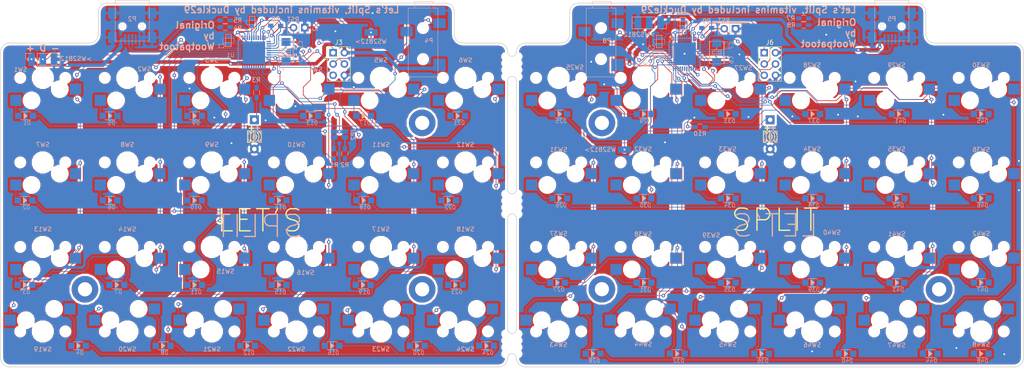
<source format=kicad_pcb>
(kicad_pcb (version 20170922) (host pcbnew "(2017-11-16 revision 00bb00016)-makepkg")
  (layers (0 F.Cu signal) (31 B.Cu signal) (34 B.Paste user) (35 F.Paste user) (36 B.SilkS user) (37 F.SilkS user) (38 B.Mask user) (39 F.Mask user) (44 Edge.Cuts user))
  (net 0 "")
  (net 1 "Net-(D1-Pad2)")
  (net 2 "Net-(D2-Pad2)")
  (net 3 "Net-(D3-Pad2)")
  (net 4 "Net-(D4-Pad2)")
  (net 5 "Net-(D5-Pad2)")
  (net 6 "Net-(D6-Pad2)")
  (net 7 "Net-(D7-Pad2)")
  (net 8 "Net-(D8-Pad2)")
  (net 9 "Net-(D9-Pad2)")
  (net 10 "Net-(D10-Pad2)")
  (net 11 "Net-(D11-Pad2)")
  (net 12 "Net-(D12-Pad2)")
  (net 13 "Net-(D13-Pad2)")
  (net 14 "Net-(D14-Pad2)")
  (net 15 "Net-(D15-Pad2)")
  (net 16 "Net-(D16-Pad2)")
  (net 17 "Net-(D17-Pad2)")
  (net 18 "Net-(D18-Pad2)")
  (net 19 "Net-(D19-Pad2)")
  (net 20 "Net-(D20-Pad2)")
  (net 21 "Net-(D21-Pad2)")
  (net 22 "Net-(D22-Pad2)")
  (net 23 "Net-(D23-Pad2)")
  (net 24 "Net-(D24-Pad2)")
  (net 25 GND)
  (net 26 "Net-(JP1-Pad2)")
  (net 27 "Net-(U1-Pad1)")
  (net 28 "Net-(U1-Pad22)")
  (net 29 "Net-(J1-Pad1)")
  (net 30 "Net-(P2-Pad4)")
  (net 31 VBUS)
  (net 32 "Net-(C2-Pad1)")
  (net 33 "Net-(C3-Pad1)")
  (net 34 "Net-(C4-Pad1)")
  (net 35 "Net-(U1-Pad8)")
  (net 36 "Net-(U1-Pad12)")
  (net 37 "Net-(U1-Pad20)")
  (net 38 "Net-(U1-Pad21)")
  (net 39 "Net-(U1-Pad42)")
  (net 40 "Net-(U1-Pad29)")
  (net 41 "Net-(U1-Pad28)")
  (net 42 "Net-(U1-Pad25)")
  (net 43 "Net-(JP2-Pad2)")
  (net 44 "Net-(C6-Pad1)")
  (net 45 "Net-(C7-Pad1)")
  (net 46 "Net-(C8-Pad1)")
  (net 47 "/Left half/row0")
  (net 48 "/Left half/row1")
  (net 49 "/Left half/row2")
  (net 50 "/Left half/row3")
  (net 51 "/Right half/row0")
  (net 52 "Net-(D25-Pad2)")
  (net 53 "/Right half/row1")
  (net 54 "Net-(D26-Pad2)")
  (net 55 "/Right half/row2")
  (net 56 "Net-(D27-Pad2)")
  (net 57 "/Right half/row3")
  (net 58 "Net-(D28-Pad2)")
  (net 59 "Net-(D29-Pad2)")
  (net 60 "Net-(D30-Pad2)")
  (net 61 "Net-(D31-Pad2)")
  (net 62 "Net-(D32-Pad2)")
  (net 63 "Net-(D33-Pad2)")
  (net 64 "Net-(D34-Pad2)")
  (net 65 "Net-(D35-Pad2)")
  (net 66 "Net-(D36-Pad2)")
  (net 67 "Net-(D37-Pad2)")
  (net 68 "Net-(D38-Pad2)")
  (net 69 "Net-(D39-Pad2)")
  (net 70 "Net-(D40-Pad2)")
  (net 71 "Net-(D41-Pad2)")
  (net 72 "Net-(D42-Pad2)")
  (net 73 "Net-(D43-Pad2)")
  (net 74 "Net-(D44-Pad2)")
  (net 75 "Net-(D45-Pad2)")
  (net 76 "Net-(D46-Pad2)")
  (net 77 "Net-(D47-Pad2)")
  (net 78 "Net-(D48-Pad2)")
  (net 79 "/Left half/~Reset")
  (net 80 "/Left half/MISO")
  (net 81 "/Left half/SCK")
  (net 82 "/Left half/MOSI")
  (net 83 "/Right half/~RESET")
  (net 84 "Net-(J5-Pad1)")
  (net 85 "/Right half/MOSI")
  (net 86 "/Right half/SCK")
  (net 87 "/Right half/MISO")
  (net 88 "/Left half/SDA")
  (net 89 "/Left half/wd2812-in")
  (net 90 "/Left half/SCL/D3")
  (net 91 "Net-(P5-Pad4)")
  (net 92 "/Right half/WD2812-in")
  (net 93 "/Right half/SDA")
  (net 94 "/Right half/SCL/D3")
  (net 95 "/Left half/buzz")
  (net 96 "/Left half/D-")
  (net 97 "/Left half/D+")
  (net 98 "/Right half/D-")
  (net 99 "/Right half/D+")
  (net 100 "/Right half/buzz")
  (net 101 "/Left half/col0")
  (net 102 "/Left half/col1")
  (net 103 "/Left half/col2")
  (net 104 "/Left half/col3")
  (net 105 "/Left half/col4")
  (net 106 "/Left half/col5")
  (net 107 "/Right half/col0")
  (net 108 "/Right half/col1")
  (net 109 "/Right half/col2")
  (net 110 "/Right half/col3")
  (net 111 "/Right half/col4")
  (net 112 "/Right half/col5")
  (net 113 "Net-(U2-Pad42)")
  (net 114 "Net-(U2-Pad29)")
  (net 115 "Net-(U2-Pad28)")
  (net 116 "Net-(U2-Pad25)")
  (net 117 "Net-(U2-Pad22)")
  (net 118 "Net-(U2-Pad21)")
  (net 119 "Net-(U2-Pad20)")
  (net 120 "Net-(U2-Pad12)")
  (net 121 "Net-(U2-Pad8)")
  (net 122 "Net-(U2-Pad1)")
  (net 123 "/Right half/Dd+")
  (net 124 "/Right half/Dd-")
  (net 125 "/Left half/Dd-")
  (net 126 "/Left half/Dd+")
  (module CherryMX:Kailh-socket (layer F.Cu) (at 187.85 72.85 180)
    (fp_text reference SW27 (at -3.539 2.238) (layer B.SilkS) (effects (justify mirror)))
    (fp_text value MXALPS)
    (pad "" np_thru_hole circle (at 0 0 180) (size 4 4) (drill 4) (layers *.Cu *.Mask F.SilkS))
    (pad "" np_thru_hole circle (at -5.08 0 180) (size 1.7 1.7) (drill 1.7) (layers *.Cu *.Mask F.SilkS))
    (pad "" np_thru_hole circle (at 5.08 0 180) (size 1.7 1.7) (drill 1.7) (layers *.Cu *.Mask F.SilkS))
    (pad "" np_thru_hole circle (at -3.81 -2.54 180) (size 3 3) (drill 3) (layers *.Cu *.Mask F.SilkS))
    (pad "" np_thru_hole circle (at 2.54 -5.08 180) (size 3 3) (drill 3) (layers *.Cu *.Mask F.SilkS))
    (pad 2 smd rect (at 6.09 -5.08 180) (size 2.55 2.5) (layers B.Cu B.Paste B.Mask) (net 63 "Net-(D33-Pad2)"))
    (pad 1 smd rect (at -7.36 -2.54 180) (size 2.55 2.5) (layers B.Cu B.Paste B.Mask) (net 109 "/Right half/col2"))
  )
  (module CherryMX:Kailh-socket (layer F.Cu) (at 109.7 72.85 180)
    (fp_text reference SW5 (at 0 4) (layer B.SilkS) (effects (justify mirror)))
    (fp_text value MXALPS)
    (pad "" np_thru_hole circle (at 0 0 180) (size 4 4) (drill 4) (layers *.Cu *.Mask F.SilkS))
    (pad "" np_thru_hole circle (at -5.08 0 180) (size 1.7 1.7) (drill 1.7) (layers *.Cu *.Mask F.SilkS))
    (pad "" np_thru_hole circle (at 5.08 0 180) (size 1.7 1.7) (drill 1.7) (layers *.Cu *.Mask F.SilkS))
    (pad "" np_thru_hole circle (at -3.81 -2.54 180) (size 3 3) (drill 3) (layers *.Cu *.Mask F.SilkS))
    (pad "" np_thru_hole circle (at 2.54 -5.08 180) (size 3 3) (drill 3) (layers *.Cu *.Mask F.SilkS))
    (pad 2 smd rect (at 6.09 -5.08 180) (size 2.55 2.5) (layers B.Cu B.Paste B.Mask) (net 17 "Net-(D17-Pad2)"))
    (pad 1 smd rect (at -7.36 -2.54 180) (size 2.55 2.5) (layers B.Cu B.Paste B.Mask) (net 105 "/Left half/col4"))
  )
  (module Pin_Headers:Pin_Header_Straight_1x01_Pitch2.54mm (layer B.Cu) (at 164.592 89.027 180)
    (fp_text reference J8 hide)
    (fp_text value WS2812> (at 5.461 0) (layer B.SilkS) (effects (justify mirror)))
    (pad 1 smd rect (at 0 0 180) (size 3 1.5) (layers B.Cu B.Paste B.Mask) (net 93 "/Right half/SDA"))
  )
  (module Pin_Headers:Pin_Header_Straight_1x01_Pitch2.54mm (layer B.Cu) (at 107.465 62.611)
    (fp_text reference J7 hide)
    (fp_text value WS2812> (at -0.023 2.032) (layer B.SilkS) (effects (justify mirror)))
    (pad 1 smd rect (at 0 0) (size 3 1.5) (layers B.Cu B.Paste B.Mask) (net 88 "/Left half/SDA"))
  )
  (module Connectors:SJ-4351X-SMT (layer B.Cu) (at 159.3075 64.878 270)
    (fp_text reference P8 (at -0.4 -1.3135 180) (layer B.SilkS) (effects (justify mirror)))
    (fp_text value Conn_01x04)
    (pad "" np_thru_hole circle (at -3.25 0 180) (size 1.7 1.7) (drill 1.7) (layers *.Cu *.Mask B.SilkS))
    (pad "" np_thru_hole circle (at 3.75 0 180) (size 1.7 1.7) (drill 1.7) (layers *.Cu *.Mask B.SilkS))
    (pad 2 smd rect (at 5.05 -3.7 270) (size 2.8 2.8) (layers B.Cu B.Paste B.Mask) (net 31 VBUS))
    (pad 4 smd rect (at -4.35 -3.7 270) (size 2.2 2.8) (layers B.Cu B.Paste B.Mask) (net 93 "/Right half/SDA"))
    (pad 3 smd rect (at -2.45 3.7 270) (size 2.2 2.8) (layers B.Cu B.Paste B.Mask) (net 94 "/Right half/SCL/D3"))
    (pad 1 smd rect (at -7.15 -3.7 270) (size 2 2.8) (layers B.Cu B.Paste B.Mask) (net 25 GND))
  )
  (module CherryMX:Kailh-socket (layer F.Cu) (at 245 130)
    (fp_text reference SW48 (at 0.0084 2.9182) (layer B.SilkS) (effects (justify mirror)))
    (fp_text value MXALPS)
    (pad "" np_thru_hole circle (at 0 0) (size 4 4) (drill 4) (layers *.Cu *.Mask F.SilkS))
    (pad "" np_thru_hole circle (at -5.08 0) (size 1.7 1.7) (drill 1.7) (layers *.Cu *.Mask F.SilkS))
    (pad "" np_thru_hole circle (at 5.08 0) (size 1.7 1.7) (drill 1.7) (layers *.Cu *.Mask F.SilkS))
    (pad "" np_thru_hole circle (at -3.81 -2.54) (size 3 3) (drill 3) (layers *.Cu *.Mask F.SilkS))
    (pad "" np_thru_hole circle (at 2.54 -5.08) (size 3 3) (drill 3) (layers *.Cu *.Mask F.SilkS))
    (pad 2 smd rect (at 6.09 -5.08) (size 2.55 2.5) (layers B.Cu B.Paste B.Mask) (net 78 "Net-(D48-Pad2)"))
    (pad 1 smd rect (at -7.36 -2.54) (size 2.55 2.5) (layers B.Cu B.Paste B.Mask) (net 112 "/Right half/col5"))
  )
  (module CherryMX:Kailh-socket (layer F.Cu) (at 225.95 130)
    (fp_text reference SW47 (at 0.0084 3.1214) (layer B.SilkS) (effects (justify mirror)))
    (fp_text value MXALPS)
    (pad "" np_thru_hole circle (at 0 0) (size 4 4) (drill 4) (layers *.Cu *.Mask F.SilkS))
    (pad "" np_thru_hole circle (at -5.08 0) (size 1.7 1.7) (drill 1.7) (layers *.Cu *.Mask F.SilkS))
    (pad "" np_thru_hole circle (at 5.08 0) (size 1.7 1.7) (drill 1.7) (layers *.Cu *.Mask F.SilkS))
    (pad "" np_thru_hole circle (at -3.81 -2.54) (size 3 3) (drill 3) (layers *.Cu *.Mask F.SilkS))
    (pad "" np_thru_hole circle (at 2.54 -5.08) (size 3 3) (drill 3) (layers *.Cu *.Mask F.SilkS))
    (pad 2 smd rect (at 6.09 -5.08) (size 2.55 2.5) (layers B.Cu B.Paste B.Mask) (net 74 "Net-(D44-Pad2)"))
    (pad 1 smd rect (at -7.36 -2.54) (size 2.55 2.5) (layers B.Cu B.Paste B.Mask) (net 111 "/Right half/col4"))
  )
  (module CherryMX:Kailh-socket (layer F.Cu) (at 206.9 130)
    (fp_text reference SW46 (at 0.0084 3.0452) (layer B.SilkS) (effects (justify mirror)))
    (fp_text value MXALPS)
    (pad "" np_thru_hole circle (at 0 0) (size 4 4) (drill 4) (layers *.Cu *.Mask F.SilkS))
    (pad "" np_thru_hole circle (at -5.08 0) (size 1.7 1.7) (drill 1.7) (layers *.Cu *.Mask F.SilkS))
    (pad "" np_thru_hole circle (at 5.08 0) (size 1.7 1.7) (drill 1.7) (layers *.Cu *.Mask F.SilkS))
    (pad "" np_thru_hole circle (at -3.81 -2.54) (size 3 3) (drill 3) (layers *.Cu *.Mask F.SilkS))
    (pad "" np_thru_hole circle (at 2.54 -5.08) (size 3 3) (drill 3) (layers *.Cu *.Mask F.SilkS))
    (pad 2 smd rect (at 6.09 -5.08) (size 2.55 2.5) (layers B.Cu B.Paste B.Mask) (net 70 "Net-(D40-Pad2)"))
    (pad 1 smd rect (at -7.36 -2.54) (size 2.55 2.5) (layers B.Cu B.Paste B.Mask) (net 110 "/Right half/col3"))
  )
  (module CherryMX:Kailh-socket (layer F.Cu) (at 187.85 130)
    (fp_text reference SW45 (at 0.0338 2.9436) (layer B.SilkS) (effects (justify mirror)))
    (fp_text value MXALPS)
    (pad "" np_thru_hole circle (at 0 0) (size 4 4) (drill 4) (layers *.Cu *.Mask F.SilkS))
    (pad "" np_thru_hole circle (at -5.08 0) (size 1.7 1.7) (drill 1.7) (layers *.Cu *.Mask F.SilkS))
    (pad "" np_thru_hole circle (at 5.08 0) (size 1.7 1.7) (drill 1.7) (layers *.Cu *.Mask F.SilkS))
    (pad "" np_thru_hole circle (at -3.81 -2.54) (size 3 3) (drill 3) (layers *.Cu *.Mask F.SilkS))
    (pad "" np_thru_hole circle (at 2.54 -5.08) (size 3 3) (drill 3) (layers *.Cu *.Mask F.SilkS))
    (pad 2 smd rect (at 6.09 -5.08) (size 2.55 2.5) (layers B.Cu B.Paste B.Mask) (net 66 "Net-(D36-Pad2)"))
    (pad 1 smd rect (at -7.36 -2.54) (size 2.55 2.5) (layers B.Cu B.Paste B.Mask) (net 109 "/Right half/col2"))
  )
  (module CherryMX:Kailh-socket (layer F.Cu) (at 168.8 130)
    (fp_text reference SW44 (at 0.0338 2.8928) (layer B.SilkS) (effects (justify mirror)))
    (fp_text value MXALPS)
    (pad "" np_thru_hole circle (at 0 0) (size 4 4) (drill 4) (layers *.Cu *.Mask F.SilkS))
    (pad "" np_thru_hole circle (at -5.08 0) (size 1.7 1.7) (drill 1.7) (layers *.Cu *.Mask F.SilkS))
    (pad "" np_thru_hole circle (at 5.08 0) (size 1.7 1.7) (drill 1.7) (layers *.Cu *.Mask F.SilkS))
    (pad "" np_thru_hole circle (at -3.81 -2.54) (size 3 3) (drill 3) (layers *.Cu *.Mask F.SilkS))
    (pad "" np_thru_hole circle (at 2.54 -5.08) (size 3 3) (drill 3) (layers *.Cu *.Mask F.SilkS))
    (pad 2 smd rect (at 6.09 -5.08) (size 2.55 2.5) (layers B.Cu B.Paste B.Mask) (net 62 "Net-(D32-Pad2)"))
    (pad 1 smd rect (at -7.36 -2.54) (size 2.55 2.5) (layers B.Cu B.Paste B.Mask) (net 108 "/Right half/col1"))
  )
  (module CherryMX:Kailh-socket (layer F.Cu) (at 149.75 130)
    (fp_text reference SW43 (at -0.017 2.9944) (layer B.SilkS) (effects (justify mirror)))
    (fp_text value MXALPS)
    (pad "" np_thru_hole circle (at 0 0) (size 4 4) (drill 4) (layers *.Cu *.Mask F.SilkS))
    (pad "" np_thru_hole circle (at -5.08 0) (size 1.7 1.7) (drill 1.7) (layers *.Cu *.Mask F.SilkS))
    (pad "" np_thru_hole circle (at 5.08 0) (size 1.7 1.7) (drill 1.7) (layers *.Cu *.Mask F.SilkS))
    (pad "" np_thru_hole circle (at -3.81 -2.54) (size 3 3) (drill 3) (layers *.Cu *.Mask F.SilkS))
    (pad "" np_thru_hole circle (at 2.54 -5.08) (size 3 3) (drill 3) (layers *.Cu *.Mask F.SilkS))
    (pad 2 smd rect (at 6.09 -5.08) (size 2.55 2.5) (layers B.Cu B.Paste B.Mask) (net 58 "Net-(D28-Pad2)"))
    (pad 1 smd rect (at -7.36 -2.54) (size 2.55 2.5) (layers B.Cu B.Paste B.Mask) (net 107 "/Right half/col0"))
  )
  (module CherryMX:Kailh-socket (layer F.Cu) (at 245 110.95 180)
    (fp_text reference SW42 (at -0.0084 3) (layer B.SilkS) (effects (justify mirror)))
    (fp_text value MXALPS)
    (pad "" np_thru_hole circle (at 0 0 180) (size 4 4) (drill 4) (layers *.Cu *.Mask F.SilkS))
    (pad "" np_thru_hole circle (at -5.08 0 180) (size 1.7 1.7) (drill 1.7) (layers *.Cu *.Mask F.SilkS))
    (pad "" np_thru_hole circle (at 5.08 0 180) (size 1.7 1.7) (drill 1.7) (layers *.Cu *.Mask F.SilkS))
    (pad "" np_thru_hole circle (at -3.81 -2.54 180) (size 3 3) (drill 3) (layers *.Cu *.Mask F.SilkS))
    (pad "" np_thru_hole circle (at 2.54 -5.08 180) (size 3 3) (drill 3) (layers *.Cu *.Mask F.SilkS))
    (pad 2 smd rect (at 6.09 -5.08 180) (size 2.55 2.5) (layers B.Cu B.Paste B.Mask) (net 77 "Net-(D47-Pad2)"))
    (pad 1 smd rect (at -7.36 -2.54 180) (size 2.55 2.5) (layers B.Cu B.Paste B.Mask) (net 112 "/Right half/col5"))
  )
  (module CherryMX:Kailh-socket (layer F.Cu) (at 225.95 110.95 180)
    (fp_text reference SW41 (at -0.0084 2.8984) (layer B.SilkS) (effects (justify mirror)))
    (fp_text value MXALPS)
    (pad "" np_thru_hole circle (at 0 0 180) (size 4 4) (drill 4) (layers *.Cu *.Mask F.SilkS))
    (pad "" np_thru_hole circle (at -5.08 0 180) (size 1.7 1.7) (drill 1.7) (layers *.Cu *.Mask F.SilkS))
    (pad "" np_thru_hole circle (at 5.08 0 180) (size 1.7 1.7) (drill 1.7) (layers *.Cu *.Mask F.SilkS))
    (pad "" np_thru_hole circle (at -3.81 -2.54 180) (size 3 3) (drill 3) (layers *.Cu *.Mask F.SilkS))
    (pad "" np_thru_hole circle (at 2.54 -5.08 180) (size 3 3) (drill 3) (layers *.Cu *.Mask F.SilkS))
    (pad 2 smd rect (at 6.09 -5.08 180) (size 2.55 2.5) (layers B.Cu B.Paste B.Mask) (net 73 "Net-(D43-Pad2)"))
    (pad 1 smd rect (at -7.36 -2.54 180) (size 2.55 2.5) (layers B.Cu B.Paste B.Mask) (net 111 "/Right half/col4"))
  )
  (module CherryMX:Kailh-socket (layer F.Cu) (at 206.9 110.95 180)
    (fp_text reference SW40 (at -4.4534 3.254) (layer B.SilkS) (effects (justify mirror)))
    (fp_text value MXALPS)
    (pad "" np_thru_hole circle (at 0 0 180) (size 4 4) (drill 4) (layers *.Cu *.Mask F.SilkS))
    (pad "" np_thru_hole circle (at -5.08 0 180) (size 1.7 1.7) (drill 1.7) (layers *.Cu *.Mask F.SilkS))
    (pad "" np_thru_hole circle (at 5.08 0 180) (size 1.7 1.7) (drill 1.7) (layers *.Cu *.Mask F.SilkS))
    (pad "" np_thru_hole circle (at -3.81 -2.54 180) (size 3 3) (drill 3) (layers *.Cu *.Mask F.SilkS))
    (pad "" np_thru_hole circle (at 2.54 -5.08 180) (size 3 3) (drill 3) (layers *.Cu *.Mask F.SilkS))
    (pad 2 smd rect (at 6.09 -5.08 180) (size 2.55 2.5) (layers B.Cu B.Paste B.Mask) (net 69 "Net-(D39-Pad2)"))
    (pad 1 smd rect (at -7.36 -2.54 180) (size 2.55 2.5) (layers B.Cu B.Paste B.Mask) (net 110 "/Right half/col3"))
  )
  (module CherryMX:Kailh-socket (layer F.Cu) (at 187.85 110.95 180)
    (fp_text reference SW39 (at 3.7 2.619) (layer B.SilkS) (effects (justify mirror)))
    (fp_text value MXALPS)
    (pad "" np_thru_hole circle (at 0 0 180) (size 4 4) (drill 4) (layers *.Cu *.Mask F.SilkS))
    (pad "" np_thru_hole circle (at -5.08 0 180) (size 1.7 1.7) (drill 1.7) (layers *.Cu *.Mask F.SilkS))
    (pad "" np_thru_hole circle (at 5.08 0 180) (size 1.7 1.7) (drill 1.7) (layers *.Cu *.Mask F.SilkS))
    (pad "" np_thru_hole circle (at -3.81 -2.54 180) (size 3 3) (drill 3) (layers *.Cu *.Mask F.SilkS))
    (pad "" np_thru_hole circle (at 2.54 -5.08 180) (size 3 3) (drill 3) (layers *.Cu *.Mask F.SilkS))
    (pad 2 smd rect (at 6.09 -5.08 180) (size 2.55 2.5) (layers B.Cu B.Paste B.Mask) (net 65 "Net-(D35-Pad2)"))
    (pad 1 smd rect (at -7.36 -2.54 180) (size 2.55 2.5) (layers B.Cu B.Paste B.Mask) (net 109 "/Right half/col2"))
  )
  (module CherryMX:Kailh-socket (layer F.Cu) (at 168.8 110.95 180)
    (fp_text reference SW38 (at -0.0084 2.873) (layer B.SilkS) (effects (justify mirror)))
    (fp_text value MXALPS)
    (pad "" np_thru_hole circle (at 0 0 180) (size 4 4) (drill 4) (layers *.Cu *.Mask F.SilkS))
    (pad "" np_thru_hole circle (at -5.08 0 180) (size 1.7 1.7) (drill 1.7) (layers *.Cu *.Mask F.SilkS))
    (pad "" np_thru_hole circle (at 5.08 0 180) (size 1.7 1.7) (drill 1.7) (layers *.Cu *.Mask F.SilkS))
    (pad "" np_thru_hole circle (at -3.81 -2.54 180) (size 3 3) (drill 3) (layers *.Cu *.Mask F.SilkS))
    (pad "" np_thru_hole circle (at 2.54 -5.08 180) (size 3 3) (drill 3) (layers *.Cu *.Mask F.SilkS))
    (pad 2 smd rect (at 6.09 -5.08 180) (size 2.55 2.5) (layers B.Cu B.Paste B.Mask) (net 61 "Net-(D31-Pad2)"))
    (pad 1 smd rect (at -7.36 -2.54 180) (size 2.55 2.5) (layers B.Cu B.Paste B.Mask) (net 108 "/Right half/col1"))
  )
  (module CherryMX:Kailh-socket (layer F.Cu) (at 149.75 110.95 180)
    (fp_text reference SW37 (at -0.0084 3) (layer B.SilkS) (effects (justify mirror)))
    (fp_text value MXALPS)
    (pad "" np_thru_hole circle (at 0 0 180) (size 4 4) (drill 4) (layers *.Cu *.Mask F.SilkS))
    (pad "" np_thru_hole circle (at -5.08 0 180) (size 1.7 1.7) (drill 1.7) (layers *.Cu *.Mask F.SilkS))
    (pad "" np_thru_hole circle (at 5.08 0 180) (size 1.7 1.7) (drill 1.7) (layers *.Cu *.Mask F.SilkS))
    (pad "" np_thru_hole circle (at -3.81 -2.54 180) (size 3 3) (drill 3) (layers *.Cu *.Mask F.SilkS))
    (pad "" np_thru_hole circle (at 2.54 -5.08 180) (size 3 3) (drill 3) (layers *.Cu *.Mask F.SilkS))
    (pad 2 smd rect (at 6.09 -5.08 180) (size 2.55 2.5) (layers B.Cu B.Paste B.Mask) (net 56 "Net-(D27-Pad2)"))
    (pad 1 smd rect (at -7.36 -2.54 180) (size 2.55 2.5) (layers B.Cu B.Paste B.Mask) (net 107 "/Right half/col0"))
  )
  (module CherryMX:Kailh-socket (layer F.Cu) (at 245 91.9 180)
    (fp_text reference SW36 (at 0.017 2.873) (layer B.SilkS) (effects (justify mirror)))
    (fp_text value MXALPS)
    (pad "" np_thru_hole circle (at 0 0 180) (size 4 4) (drill 4) (layers *.Cu *.Mask F.SilkS))
    (pad "" np_thru_hole circle (at -5.08 0 180) (size 1.7 1.7) (drill 1.7) (layers *.Cu *.Mask F.SilkS))
    (pad "" np_thru_hole circle (at 5.08 0 180) (size 1.7 1.7) (drill 1.7) (layers *.Cu *.Mask F.SilkS))
    (pad "" np_thru_hole circle (at -3.81 -2.54 180) (size 3 3) (drill 3) (layers *.Cu *.Mask F.SilkS))
    (pad "" np_thru_hole circle (at 2.54 -5.08 180) (size 3 3) (drill 3) (layers *.Cu *.Mask F.SilkS))
    (pad 2 smd rect (at 6.09 -5.08 180) (size 2.55 2.5) (layers B.Cu B.Paste B.Mask) (net 76 "Net-(D46-Pad2)"))
    (pad 1 smd rect (at -7.36 -2.54 180) (size 2.55 2.5) (layers B.Cu B.Paste B.Mask) (net 112 "/Right half/col5"))
  )
  (module CherryMX:Kailh-socket (layer F.Cu) (at 225.95 91.9 180)
    (fp_text reference SW35 (at 0.017 3) (layer B.SilkS) (effects (justify mirror)))
    (fp_text value MXALPS)
    (pad "" np_thru_hole circle (at 0 0 180) (size 4 4) (drill 4) (layers *.Cu *.Mask F.SilkS))
    (pad "" np_thru_hole circle (at -5.08 0 180) (size 1.7 1.7) (drill 1.7) (layers *.Cu *.Mask F.SilkS))
    (pad "" np_thru_hole circle (at 5.08 0 180) (size 1.7 1.7) (drill 1.7) (layers *.Cu *.Mask F.SilkS))
    (pad "" np_thru_hole circle (at -3.81 -2.54 180) (size 3 3) (drill 3) (layers *.Cu *.Mask F.SilkS))
    (pad "" np_thru_hole circle (at 2.54 -5.08 180) (size 3 3) (drill 3) (layers *.Cu *.Mask F.SilkS))
    (pad 2 smd rect (at 6.09 -5.08 180) (size 2.55 2.5) (layers B.Cu B.Paste B.Mask) (net 72 "Net-(D42-Pad2)"))
    (pad 1 smd rect (at -7.36 -2.54 180) (size 2.55 2.5) (layers B.Cu B.Paste B.Mask) (net 111 "/Right half/col4"))
  )
  (module CherryMX:Kailh-socket (layer F.Cu) (at 206.9 91.9 180)
    (fp_text reference SW34 (at 0.017 3) (layer B.SilkS) (effects (justify mirror)))
    (fp_text value MXALPS)
    (pad "" np_thru_hole circle (at 0 0 180) (size 4 4) (drill 4) (layers *.Cu *.Mask F.SilkS))
    (pad "" np_thru_hole circle (at -5.08 0 180) (size 1.7 1.7) (drill 1.7) (layers *.Cu *.Mask F.SilkS))
    (pad "" np_thru_hole circle (at 5.08 0 180) (size 1.7 1.7) (drill 1.7) (layers *.Cu *.Mask F.SilkS))
    (pad "" np_thru_hole circle (at -3.81 -2.54 180) (size 3 3) (drill 3) (layers *.Cu *.Mask F.SilkS))
    (pad "" np_thru_hole circle (at 2.54 -5.08 180) (size 3 3) (drill 3) (layers *.Cu *.Mask F.SilkS))
    (pad 2 smd rect (at 6.09 -5.08 180) (size 2.55 2.5) (layers B.Cu B.Paste B.Mask) (net 68 "Net-(D38-Pad2)"))
    (pad 1 smd rect (at -7.36 -2.54 180) (size 2.55 2.5) (layers B.Cu B.Paste B.Mask) (net 110 "/Right half/col3"))
  )
  (module CherryMX:Kailh-socket (layer F.Cu) (at 187.85 91.9 180)
    (fp_text reference SW33 (at 0.017 3) (layer B.SilkS) (effects (justify mirror)))
    (fp_text value MXALPS)
    (pad "" np_thru_hole circle (at 0 0 180) (size 4 4) (drill 4) (layers *.Cu *.Mask F.SilkS))
    (pad "" np_thru_hole circle (at -5.08 0 180) (size 1.7 1.7) (drill 1.7) (layers *.Cu *.Mask F.SilkS))
    (pad "" np_thru_hole circle (at 5.08 0 180) (size 1.7 1.7) (drill 1.7) (layers *.Cu *.Mask F.SilkS))
    (pad "" np_thru_hole circle (at -3.81 -2.54 180) (size 3 3) (drill 3) (layers *.Cu *.Mask F.SilkS))
    (pad "" np_thru_hole circle (at 2.54 -5.08 180) (size 3 3) (drill 3) (layers *.Cu *.Mask F.SilkS))
    (pad 2 smd rect (at 6.09 -5.08 180) (size 2.55 2.5) (layers B.Cu B.Paste B.Mask) (net 64 "Net-(D34-Pad2)"))
    (pad 1 smd rect (at -7.36 -2.54 180) (size 2.55 2.5) (layers B.Cu B.Paste B.Mask) (net 109 "/Right half/col2"))
  )
  (module CherryMX:Kailh-socket (layer F.Cu) (at 168.8 91.9 180)
    (fp_text reference SW32 (at 0.017 3) (layer B.SilkS) (effects (justify mirror)))
    (fp_text value MXALPS)
    (pad "" np_thru_hole circle (at 0 0 180) (size 4 4) (drill 4) (layers *.Cu *.Mask F.SilkS))
    (pad "" np_thru_hole circle (at -5.08 0 180) (size 1.7 1.7) (drill 1.7) (layers *.Cu *.Mask F.SilkS))
    (pad "" np_thru_hole circle (at 5.08 0 180) (size 1.7 1.7) (drill 1.7) (layers *.Cu *.Mask F.SilkS))
    (pad "" np_thru_hole circle (at -3.81 -2.54 180) (size 3 3) (drill 3) (layers *.Cu *.Mask F.SilkS))
    (pad "" np_thru_hole circle (at 2.54 -5.08 180) (size 3 3) (drill 3) (layers *.Cu *.Mask F.SilkS))
    (pad 2 smd rect (at 6.09 -5.08 180) (size 2.55 2.5) (layers B.Cu B.Paste B.Mask) (net 60 "Net-(D30-Pad2)"))
    (pad 1 smd rect (at -7.36 -2.54 180) (size 2.55 2.5) (layers B.Cu B.Paste B.Mask) (net 108 "/Right half/col1"))
  )
  (module CherryMX:Kailh-socket (layer F.Cu) (at 149.75 91.9 180)
    (fp_text reference SW31 (at 0.017 2.873) (layer B.SilkS) (effects (justify mirror)))
    (fp_text value MXALPS)
    (pad "" np_thru_hole circle (at 0 0 180) (size 4 4) (drill 4) (layers *.Cu *.Mask F.SilkS))
    (pad "" np_thru_hole circle (at -5.08 0 180) (size 1.7 1.7) (drill 1.7) (layers *.Cu *.Mask F.SilkS))
    (pad "" np_thru_hole circle (at 5.08 0 180) (size 1.7 1.7) (drill 1.7) (layers *.Cu *.Mask F.SilkS))
    (pad "" np_thru_hole circle (at -3.81 -2.54 180) (size 3 3) (drill 3) (layers *.Cu *.Mask F.SilkS))
    (pad "" np_thru_hole circle (at 2.54 -5.08 180) (size 3 3) (drill 3) (layers *.Cu *.Mask F.SilkS))
    (pad 2 smd rect (at 6.09 -5.08 180) (size 2.55 2.5) (layers B.Cu B.Paste B.Mask) (net 54 "Net-(D26-Pad2)"))
    (pad 1 smd rect (at -7.36 -2.54 180) (size 2.55 2.5) (layers B.Cu B.Paste B.Mask) (net 107 "/Right half/col0"))
  )
  (module CherryMX:Kailh-socket (layer F.Cu) (at 245 72.85 180)
    (fp_text reference SW30 (at 0.017 2.873) (layer B.SilkS) (effects (justify mirror)))
    (fp_text value MXALPS)
    (pad "" np_thru_hole circle (at 0 0 180) (size 4 4) (drill 4) (layers *.Cu *.Mask F.SilkS))
    (pad "" np_thru_hole circle (at -5.08 0 180) (size 1.7 1.7) (drill 1.7) (layers *.Cu *.Mask F.SilkS))
    (pad "" np_thru_hole circle (at 5.08 0 180) (size 1.7 1.7) (drill 1.7) (layers *.Cu *.Mask F.SilkS))
    (pad "" np_thru_hole circle (at -3.81 -2.54 180) (size 3 3) (drill 3) (layers *.Cu *.Mask F.SilkS))
    (pad "" np_thru_hole circle (at 2.54 -5.08 180) (size 3 3) (drill 3) (layers *.Cu *.Mask F.SilkS))
    (pad 2 smd rect (at 6.09 -5.08 180) (size 2.55 2.5) (layers B.Cu B.Paste B.Mask) (net 75 "Net-(D45-Pad2)"))
    (pad 1 smd rect (at -7.36 -2.54 180) (size 2.55 2.5) (layers B.Cu B.Paste B.Mask) (net 112 "/Right half/col5"))
  )
  (module CherryMX:Kailh-socket (layer F.Cu) (at 225.95 72.85 180)
    (fp_text reference SW29 (at 0.017 2.873) (layer B.SilkS) (effects (justify mirror)))
    (fp_text value MXALPS)
    (pad "" np_thru_hole circle (at 0 0 180) (size 4 4) (drill 4) (layers *.Cu *.Mask F.SilkS))
    (pad "" np_thru_hole circle (at -5.08 0 180) (size 1.7 1.7) (drill 1.7) (layers *.Cu *.Mask F.SilkS))
    (pad "" np_thru_hole circle (at 5.08 0 180) (size 1.7 1.7) (drill 1.7) (layers *.Cu *.Mask F.SilkS))
    (pad "" np_thru_hole circle (at -3.81 -2.54 180) (size 3 3) (drill 3) (layers *.Cu *.Mask F.SilkS))
    (pad "" np_thru_hole circle (at 2.54 -5.08 180) (size 3 3) (drill 3) (layers *.Cu *.Mask F.SilkS))
    (pad 2 smd rect (at 6.09 -5.08 180) (size 2.55 2.5) (layers B.Cu B.Paste B.Mask) (net 71 "Net-(D41-Pad2)"))
    (pad 1 smd rect (at -7.36 -2.54 180) (size 2.55 2.5) (layers B.Cu B.Paste B.Mask) (net 111 "/Right half/col4"))
  )
  (module CherryMX:Kailh-socket (layer F.Cu) (at 206.9 72.85 180)
    (fp_text reference SW28 (at 0.017 2.873) (layer B.SilkS) (effects (justify mirror)))
    (fp_text value MXALPS)
    (pad "" np_thru_hole circle (at 0 0 180) (size 4 4) (drill 4) (layers *.Cu *.Mask F.SilkS))
    (pad "" np_thru_hole circle (at -5.08 0 180) (size 1.7 1.7) (drill 1.7) (layers *.Cu *.Mask F.SilkS))
    (pad "" np_thru_hole circle (at 5.08 0 180) (size 1.7 1.7) (drill 1.7) (layers *.Cu *.Mask F.SilkS))
    (pad "" np_thru_hole circle (at -3.81 -2.54 180) (size 3 3) (drill 3) (layers *.Cu *.Mask F.SilkS))
    (pad "" np_thru_hole circle (at 2.54 -5.08 180) (size 3 3) (drill 3) (layers *.Cu *.Mask F.SilkS))
    (pad 2 smd rect (at 6.09 -5.08 180) (size 2.55 2.5) (layers B.Cu B.Paste B.Mask) (net 67 "Net-(D37-Pad2)"))
    (pad 1 smd rect (at -7.36 -2.54 180) (size 2.55 2.5) (layers B.Cu B.Paste B.Mask) (net 110 "/Right half/col3"))
  )
  (module CherryMX:Kailh-socket (layer F.Cu) (at 168.8 72.85 180)
    (fp_text reference SW26 (at 0.017 3) (layer B.SilkS) (effects (justify mirror)))
    (fp_text value MXALPS)
    (pad "" np_thru_hole circle (at 0 0 180) (size 4 4) (drill 4) (layers *.Cu *.Mask F.SilkS))
    (pad "" np_thru_hole circle (at -5.08 0 180) (size 1.7 1.7) (drill 1.7) (layers *.Cu *.Mask F.SilkS))
    (pad "" np_thru_hole circle (at 5.08 0 180) (size 1.7 1.7) (drill 1.7) (layers *.Cu *.Mask F.SilkS))
    (pad "" np_thru_hole circle (at -3.81 -2.54 180) (size 3 3) (drill 3) (layers *.Cu *.Mask F.SilkS))
    (pad "" np_thru_hole circle (at 2.54 -5.08 180) (size 3 3) (drill 3) (layers *.Cu *.Mask F.SilkS))
    (pad 2 smd rect (at 6.09 -5.08 180) (size 2.55 2.5) (layers B.Cu B.Paste B.Mask) (net 59 "Net-(D29-Pad2)"))
    (pad 1 smd rect (at -7.36 -2.54 180) (size 2.55 2.5) (layers B.Cu B.Paste B.Mask) (net 108 "/Right half/col1"))
  )
  (module CherryMX:Kailh-socket (layer F.Cu) (at 109.7 91.9 180)
    (fp_text reference SW11 (at 0 4) (layer B.SilkS) (effects (justify mirror)))
    (fp_text value MXALPS)
    (pad "" np_thru_hole circle (at 0 0 180) (size 4 4) (drill 4) (layers *.Cu *.Mask F.SilkS))
    (pad "" np_thru_hole circle (at -5.08 0 180) (size 1.7 1.7) (drill 1.7) (layers *.Cu *.Mask F.SilkS))
    (pad "" np_thru_hole circle (at 5.08 0 180) (size 1.7 1.7) (drill 1.7) (layers *.Cu *.Mask F.SilkS))
    (pad "" np_thru_hole circle (at -3.81 -2.54 180) (size 3 3) (drill 3) (layers *.Cu *.Mask F.SilkS))
    (pad "" np_thru_hole circle (at 2.54 -5.08 180) (size 3 3) (drill 3) (layers *.Cu *.Mask F.SilkS))
    (pad 2 smd rect (at 6.09 -5.08 180) (size 2.55 2.5) (layers B.Cu B.Paste B.Mask) (net 18 "Net-(D18-Pad2)"))
    (pad 1 smd rect (at -7.36 -2.54 180) (size 2.55 2.5) (layers B.Cu B.Paste B.Mask) (net 105 "/Left half/col4"))
  )
  (module CherryMX:Kailh-socket (layer F.Cu) (at 33.5 72.85 180)
    (fp_text reference SW1 (at 5.052 1.857) (layer B.SilkS) (effects (justify mirror)))
    (fp_text value MXALPS)
    (pad "" np_thru_hole circle (at 0 0 180) (size 4 4) (drill 4) (layers *.Cu *.Mask F.SilkS))
    (pad "" np_thru_hole circle (at -5.08 0 180) (size 1.7 1.7) (drill 1.7) (layers *.Cu *.Mask F.SilkS))
    (pad "" np_thru_hole circle (at 5.08 0 180) (size 1.7 1.7) (drill 1.7) (layers *.Cu *.Mask F.SilkS))
    (pad "" np_thru_hole circle (at -3.81 -2.54 180) (size 3 3) (drill 3) (layers *.Cu *.Mask F.SilkS))
    (pad "" np_thru_hole circle (at 2.54 -5.08 180) (size 3 3) (drill 3) (layers *.Cu *.Mask F.SilkS))
    (pad 2 smd rect (at 6.09 -5.08 180) (size 2.55 2.5) (layers B.Cu B.Paste B.Mask) (net 1 "Net-(D1-Pad2)"))
    (pad 1 smd rect (at -7.36 -2.54 180) (size 2.55 2.5) (layers B.Cu B.Paste B.Mask) (net 101 "/Left half/col0"))
  )
  (module CherryMX:Kailh-socket (layer F.Cu) (at 90.65 110.95 180)
    (fp_text reference SW16 (at -2.06 -5.763) (layer B.SilkS) (effects (justify mirror)))
    (fp_text value MXALPS)
    (pad "" np_thru_hole circle (at 0 0 180) (size 4 4) (drill 4) (layers *.Cu *.Mask F.SilkS))
    (pad "" np_thru_hole circle (at -5.08 0 180) (size 1.7 1.7) (drill 1.7) (layers *.Cu *.Mask F.SilkS))
    (pad "" np_thru_hole circle (at 5.08 0 180) (size 1.7 1.7) (drill 1.7) (layers *.Cu *.Mask F.SilkS))
    (pad "" np_thru_hole circle (at -3.81 -2.54 180) (size 3 3) (drill 3) (layers *.Cu *.Mask F.SilkS))
    (pad "" np_thru_hole circle (at 2.54 -5.08 180) (size 3 3) (drill 3) (layers *.Cu *.Mask F.SilkS))
    (pad 2 smd rect (at 6.09 -5.08 180) (size 2.55 2.5) (layers B.Cu B.Paste B.Mask) (net 15 "Net-(D15-Pad2)"))
    (pad 1 smd rect (at -7.36 -2.54 180) (size 2.55 2.5) (layers B.Cu B.Paste B.Mask) (net 104 "/Left half/col3"))
  )
  (module CherryMX:Kailh-socket (layer F.Cu) (at 52.55 110.95 180)
    (fp_text reference SW14 (at 0 4) (layer B.SilkS) (effects (justify mirror)))
    (fp_text value MXALPS)
    (pad "" np_thru_hole circle (at 0 0 180) (size 4 4) (drill 4) (layers *.Cu *.Mask F.SilkS))
    (pad "" np_thru_hole circle (at -5.08 0 180) (size 1.7 1.7) (drill 1.7) (layers *.Cu *.Mask F.SilkS))
    (pad "" np_thru_hole circle (at 5.08 0 180) (size 1.7 1.7) (drill 1.7) (layers *.Cu *.Mask F.SilkS))
    (pad "" np_thru_hole circle (at -3.81 -2.54 180) (size 3 3) (drill 3) (layers *.Cu *.Mask F.SilkS))
    (pad "" np_thru_hole circle (at 2.54 -5.08 180) (size 3 3) (drill 3) (layers *.Cu *.Mask F.SilkS))
    (pad 2 smd rect (at 6.09 -5.08 180) (size 2.55 2.5) (layers B.Cu B.Paste B.Mask) (net 7 "Net-(D7-Pad2)"))
    (pad 1 smd rect (at -7.36 -2.54 180) (size 2.55 2.5) (layers B.Cu B.Paste B.Mask) (net 102 "/Left half/col1"))
  )
  (module CherryMX:Kailh-socket (layer F.Cu) (at 71.6 130)
    (fp_text reference SW21 (at 0 4) (layer B.SilkS) (effects (justify mirror)))
    (fp_text value MXALPS)
    (pad "" np_thru_hole circle (at 0 0) (size 4 4) (drill 4) (layers *.Cu *.Mask F.SilkS))
    (pad "" np_thru_hole circle (at -5.08 0) (size 1.7 1.7) (drill 1.7) (layers *.Cu *.Mask F.SilkS))
    (pad "" np_thru_hole circle (at 5.08 0) (size 1.7 1.7) (drill 1.7) (layers *.Cu *.Mask F.SilkS))
    (pad "" np_thru_hole circle (at -3.81 -2.54) (size 3 3) (drill 3) (layers *.Cu *.Mask F.SilkS))
    (pad "" np_thru_hole circle (at 2.54 -5.08) (size 3 3) (drill 3) (layers *.Cu *.Mask F.SilkS))
    (pad 2 smd rect (at 6.09 -5.08) (size 2.55 2.5) (layers B.Cu B.Paste B.Mask) (net 12 "Net-(D12-Pad2)"))
    (pad 1 smd rect (at -7.36 -2.54) (size 2.55 2.5) (layers B.Cu B.Paste B.Mask) (net 103 "/Left half/col2"))
  )
  (module CherryMX:Kailh-socket (layer F.Cu) (at 90.65 130)
    (fp_text reference SW22 (at 0 4) (layer B.SilkS) (effects (justify mirror)))
    (fp_text value MXALPS)
    (pad "" np_thru_hole circle (at 0 0) (size 4 4) (drill 4) (layers *.Cu *.Mask F.SilkS))
    (pad "" np_thru_hole circle (at -5.08 0) (size 1.7 1.7) (drill 1.7) (layers *.Cu *.Mask F.SilkS))
    (pad "" np_thru_hole circle (at 5.08 0) (size 1.7 1.7) (drill 1.7) (layers *.Cu *.Mask F.SilkS))
    (pad "" np_thru_hole circle (at -3.81 -2.54) (size 3 3) (drill 3) (layers *.Cu *.Mask F.SilkS))
    (pad "" np_thru_hole circle (at 2.54 -5.08) (size 3 3) (drill 3) (layers *.Cu *.Mask F.SilkS))
    (pad 2 smd rect (at 6.09 -5.08) (size 2.55 2.5) (layers B.Cu B.Paste B.Mask) (net 16 "Net-(D16-Pad2)"))
    (pad 1 smd rect (at -7.36 -2.54) (size 2.55 2.5) (layers B.Cu B.Paste B.Mask) (net 104 "/Left half/col3"))
  )
  (module CherryMX:Kailh-socket (layer F.Cu) (at 128.75 130)
    (fp_text reference SW24 (at 0 4) (layer B.SilkS) (effects (justify mirror)))
    (fp_text value MXALPS)
    (pad "" np_thru_hole circle (at 0 0) (size 4 4) (drill 4) (layers *.Cu *.Mask F.SilkS))
    (pad "" np_thru_hole circle (at -5.08 0) (size 1.7 1.7) (drill 1.7) (layers *.Cu *.Mask F.SilkS))
    (pad "" np_thru_hole circle (at 5.08 0) (size 1.7 1.7) (drill 1.7) (layers *.Cu *.Mask F.SilkS))
    (pad "" np_thru_hole circle (at -3.81 -2.54) (size 3 3) (drill 3) (layers *.Cu *.Mask F.SilkS))
    (pad "" np_thru_hole circle (at 2.54 -5.08) (size 3 3) (drill 3) (layers *.Cu *.Mask F.SilkS))
    (pad 2 smd rect (at 6.09 -5.08) (size 2.55 2.5) (layers B.Cu B.Paste B.Mask) (net 24 "Net-(D24-Pad2)"))
    (pad 1 smd rect (at -7.36 -2.54) (size 2.55 2.5) (layers B.Cu B.Paste B.Mask) (net 106 "/Left half/col5"))
  )
  (module CherryMX:Kailh-socket (layer F.Cu) (at 128.75 110.95 180)
    (fp_text reference SW18 (at 0 4) (layer B.SilkS) (effects (justify mirror)))
    (fp_text value MXALPS)
    (pad "" np_thru_hole circle (at 0 0 180) (size 4 4) (drill 4) (layers *.Cu *.Mask F.SilkS))
    (pad "" np_thru_hole circle (at -5.08 0 180) (size 1.7 1.7) (drill 1.7) (layers *.Cu *.Mask F.SilkS))
    (pad "" np_thru_hole circle (at 5.08 0 180) (size 1.7 1.7) (drill 1.7) (layers *.Cu *.Mask F.SilkS))
    (pad "" np_thru_hole circle (at -3.81 -2.54 180) (size 3 3) (drill 3) (layers *.Cu *.Mask F.SilkS))
    (pad "" np_thru_hole circle (at 2.54 -5.08 180) (size 3 3) (drill 3) (layers *.Cu *.Mask F.SilkS))
    (pad 2 smd rect (at 6.09 -5.08 180) (size 2.55 2.5) (layers B.Cu B.Paste B.Mask) (net 23 "Net-(D23-Pad2)"))
    (pad 1 smd rect (at -7.36 -2.54 180) (size 2.55 2.5) (layers B.Cu B.Paste B.Mask) (net 106 "/Left half/col5"))
  )
  (module CherryMX:Kailh-socket (layer F.Cu) (at 90.65 72.85 180)
    (fp_text reference SW4 (at -4.346 1.857) (layer B.SilkS) (effects (justify mirror)))
    (fp_text value MXALPS)
    (pad "" np_thru_hole circle (at 0 0 180) (size 4 4) (drill 4) (layers *.Cu *.Mask F.SilkS))
    (pad "" np_thru_hole circle (at -5.08 0 180) (size 1.7 1.7) (drill 1.7) (layers *.Cu *.Mask F.SilkS))
    (pad "" np_thru_hole circle (at 5.08 0 180) (size 1.7 1.7) (drill 1.7) (layers *.Cu *.Mask F.SilkS))
    (pad "" np_thru_hole circle (at -3.81 -2.54 180) (size 3 3) (drill 3) (layers *.Cu *.Mask F.SilkS))
    (pad "" np_thru_hole circle (at 2.54 -5.08 180) (size 3 3) (drill 3) (layers *.Cu *.Mask F.SilkS))
    (pad 2 smd rect (at 6.09 -5.08 180) (size 2.55 2.5) (layers B.Cu B.Paste B.Mask) (net 13 "Net-(D13-Pad2)"))
    (pad 1 smd rect (at -7.36 -2.54 180) (size 2.55 2.5) (layers B.Cu B.Paste B.Mask) (net 104 "/Left half/col3"))
  )
  (module CherryMX:Kailh-socket (layer F.Cu) (at 52.55 72.85 180)
    (fp_text reference SW2 (at -3.838 1.984) (layer B.SilkS) (effects (justify mirror)))
    (fp_text value MXALPS)
    (pad "" np_thru_hole circle (at 0 0 180) (size 4 4) (drill 4) (layers *.Cu *.Mask F.SilkS))
    (pad "" np_thru_hole circle (at -5.08 0 180) (size 1.7 1.7) (drill 1.7) (layers *.Cu *.Mask F.SilkS))
    (pad "" np_thru_hole circle (at 5.08 0 180) (size 1.7 1.7) (drill 1.7) (layers *.Cu *.Mask F.SilkS))
    (pad "" np_thru_hole circle (at -3.81 -2.54 180) (size 3 3) (drill 3) (layers *.Cu *.Mask F.SilkS))
    (pad "" np_thru_hole circle (at 2.54 -5.08 180) (size 3 3) (drill 3) (layers *.Cu *.Mask F.SilkS))
    (pad 2 smd rect (at 6.09 -5.08 180) (size 2.55 2.5) (layers B.Cu B.Paste B.Mask) (net 5 "Net-(D5-Pad2)"))
    (pad 1 smd rect (at -7.36 -2.54 180) (size 2.55 2.5) (layers B.Cu B.Paste B.Mask) (net 102 "/Left half/col1"))
  )
  (module CherryMX:Kailh-socket (layer F.Cu) (at 90.65 91.9 180)
    (fp_text reference SW10 (at 0 4) (layer B.SilkS) (effects (justify mirror)))
    (fp_text value MXALPS)
    (pad "" np_thru_hole circle (at 0 0 180) (size 4 4) (drill 4) (layers *.Cu *.Mask F.SilkS))
    (pad "" np_thru_hole circle (at -5.08 0 180) (size 1.7 1.7) (drill 1.7) (layers *.Cu *.Mask F.SilkS))
    (pad "" np_thru_hole circle (at 5.08 0 180) (size 1.7 1.7) (drill 1.7) (layers *.Cu *.Mask F.SilkS))
    (pad "" np_thru_hole circle (at -3.81 -2.54 180) (size 3 3) (drill 3) (layers *.Cu *.Mask F.SilkS))
    (pad "" np_thru_hole circle (at 2.54 -5.08 180) (size 3 3) (drill 3) (layers *.Cu *.Mask F.SilkS))
    (pad 2 smd rect (at 6.09 -5.08 180) (size 2.55 2.5) (layers B.Cu B.Paste B.Mask) (net 14 "Net-(D14-Pad2)"))
    (pad 1 smd rect (at -7.36 -2.54 180) (size 2.55 2.5) (layers B.Cu B.Paste B.Mask) (net 104 "/Left half/col3"))
  )
  (module CherryMX:Kailh-socket (layer F.Cu) (at 33.5 130)
    (fp_text reference SW19 (at 0 4) (layer B.SilkS) (effects (justify mirror)))
    (fp_text value MXALPS)
    (pad "" np_thru_hole circle (at 0 0) (size 4 4) (drill 4) (layers *.Cu *.Mask F.SilkS))
    (pad "" np_thru_hole circle (at -5.08 0) (size 1.7 1.7) (drill 1.7) (layers *.Cu *.Mask F.SilkS))
    (pad "" np_thru_hole circle (at 5.08 0) (size 1.7 1.7) (drill 1.7) (layers *.Cu *.Mask F.SilkS))
    (pad "" np_thru_hole circle (at -3.81 -2.54) (size 3 3) (drill 3) (layers *.Cu *.Mask F.SilkS))
    (pad "" np_thru_hole circle (at 2.54 -5.08) (size 3 3) (drill 3) (layers *.Cu *.Mask F.SilkS))
    (pad 2 smd rect (at 6.09 -5.08) (size 2.55 2.5) (layers B.Cu B.Paste B.Mask) (net 4 "Net-(D4-Pad2)"))
    (pad 1 smd rect (at -7.36 -2.54) (size 2.55 2.5) (layers B.Cu B.Paste B.Mask) (net 101 "/Left half/col0"))
  )
  (module CherryMX:Kailh-socket (layer F.Cu) (at 52.55 130)
    (fp_text reference SW20 (at 0 4) (layer B.SilkS) (effects (justify mirror)))
    (fp_text value MXALPS)
    (pad "" np_thru_hole circle (at 0 0) (size 4 4) (drill 4) (layers *.Cu *.Mask F.SilkS))
    (pad "" np_thru_hole circle (at -5.08 0) (size 1.7 1.7) (drill 1.7) (layers *.Cu *.Mask F.SilkS))
    (pad "" np_thru_hole circle (at 5.08 0) (size 1.7 1.7) (drill 1.7) (layers *.Cu *.Mask F.SilkS))
    (pad "" np_thru_hole circle (at -3.81 -2.54) (size 3 3) (drill 3) (layers *.Cu *.Mask F.SilkS))
    (pad "" np_thru_hole circle (at 2.54 -5.08) (size 3 3) (drill 3) (layers *.Cu *.Mask F.SilkS))
    (pad 2 smd rect (at 6.09 -5.08) (size 2.55 2.5) (layers B.Cu B.Paste B.Mask) (net 8 "Net-(D8-Pad2)"))
    (pad 1 smd rect (at -7.36 -2.54) (size 2.55 2.5) (layers B.Cu B.Paste B.Mask) (net 102 "/Left half/col1"))
  )
  (module CherryMX:Kailh-socket (layer F.Cu) (at 71.6 110.95 180)
    (fp_text reference SW15 (at -3.076 -5.509) (layer B.SilkS) (effects (justify mirror)))
    (fp_text value MXALPS)
    (pad "" np_thru_hole circle (at 0 0 180) (size 4 4) (drill 4) (layers *.Cu *.Mask F.SilkS))
    (pad "" np_thru_hole circle (at -5.08 0 180) (size 1.7 1.7) (drill 1.7) (layers *.Cu *.Mask F.SilkS))
    (pad "" np_thru_hole circle (at 5.08 0 180) (size 1.7 1.7) (drill 1.7) (layers *.Cu *.Mask F.SilkS))
    (pad "" np_thru_hole circle (at -3.81 -2.54 180) (size 3 3) (drill 3) (layers *.Cu *.Mask F.SilkS))
    (pad "" np_thru_hole circle (at 2.54 -5.08 180) (size 3 3) (drill 3) (layers *.Cu *.Mask F.SilkS))
    (pad 2 smd rect (at 6.09 -5.08 180) (size 2.55 2.5) (layers B.Cu B.Paste B.Mask) (net 11 "Net-(D11-Pad2)"))
    (pad 1 smd rect (at -7.36 -2.54 180) (size 2.55 2.5) (layers B.Cu B.Paste B.Mask) (net 103 "/Left half/col2"))
  )
  (module CherryMX:Kailh-socket (layer F.Cu) (at 128.75 91.9 180)
    (fp_text reference SW12 (at 0 4) (layer B.SilkS) (effects (justify mirror)))
    (fp_text value MXALPS)
    (pad "" np_thru_hole circle (at 0 0 180) (size 4 4) (drill 4) (layers *.Cu *.Mask F.SilkS))
    (pad "" np_thru_hole circle (at -5.08 0 180) (size 1.7 1.7) (drill 1.7) (layers *.Cu *.Mask F.SilkS))
    (pad "" np_thru_hole circle (at 5.08 0 180) (size 1.7 1.7) (drill 1.7) (layers *.Cu *.Mask F.SilkS))
    (pad "" np_thru_hole circle (at -3.81 -2.54 180) (size 3 3) (drill 3) (layers *.Cu *.Mask F.SilkS))
    (pad "" np_thru_hole circle (at 2.54 -5.08 180) (size 3 3) (drill 3) (layers *.Cu *.Mask F.SilkS))
    (pad 2 smd rect (at 6.09 -5.08 180) (size 2.55 2.5) (layers B.Cu B.Paste B.Mask) (net 22 "Net-(D22-Pad2)"))
    (pad 1 smd rect (at -7.36 -2.54 180) (size 2.55 2.5) (layers B.Cu B.Paste B.Mask) (net 106 "/Left half/col5"))
  )
  (module CherryMX:Kailh-socket (layer F.Cu) (at 128.75 72.85 180)
    (fp_text reference SW6 (at 0 4) (layer B.SilkS) (effects (justify mirror)))
    (fp_text value MXALPS)
    (pad "" np_thru_hole circle (at 0 0 180) (size 4 4) (drill 4) (layers *.Cu *.Mask F.SilkS))
    (pad "" np_thru_hole circle (at -5.08 0 180) (size 1.7 1.7) (drill 1.7) (layers *.Cu *.Mask F.SilkS))
    (pad "" np_thru_hole circle (at 5.08 0 180) (size 1.7 1.7) (drill 1.7) (layers *.Cu *.Mask F.SilkS))
    (pad "" np_thru_hole circle (at -3.81 -2.54 180) (size 3 3) (drill 3) (layers *.Cu *.Mask F.SilkS))
    (pad "" np_thru_hole circle (at 2.54 -5.08 180) (size 3 3) (drill 3) (layers *.Cu *.Mask F.SilkS))
    (pad 2 smd rect (at 6.09 -5.08 180) (size 2.55 2.5) (layers B.Cu B.Paste B.Mask) (net 21 "Net-(D21-Pad2)"))
    (pad 1 smd rect (at -7.36 -2.54 180) (size 2.55 2.5) (layers B.Cu B.Paste B.Mask) (net 106 "/Left half/col5"))
  )
  (module CherryMX:Kailh-socket (layer F.Cu) (at 33.5 91.9 180)
    (fp_text reference SW7 (at 0 4) (layer B.SilkS) (effects (justify mirror)))
    (fp_text value MXALPS)
    (pad "" np_thru_hole circle (at 0 0 180) (size 4 4) (drill 4) (layers *.Cu *.Mask F.SilkS))
    (pad "" np_thru_hole circle (at -5.08 0 180) (size 1.7 1.7) (drill 1.7) (layers *.Cu *.Mask F.SilkS))
    (pad "" np_thru_hole circle (at 5.08 0 180) (size 1.7 1.7) (drill 1.7) (layers *.Cu *.Mask F.SilkS))
    (pad "" np_thru_hole circle (at -3.81 -2.54 180) (size 3 3) (drill 3) (layers *.Cu *.Mask F.SilkS))
    (pad "" np_thru_hole circle (at 2.54 -5.08 180) (size 3 3) (drill 3) (layers *.Cu *.Mask F.SilkS))
    (pad 2 smd rect (at 6.09 -5.08 180) (size 2.55 2.5) (layers B.Cu B.Paste B.Mask) (net 2 "Net-(D2-Pad2)"))
    (pad 1 smd rect (at -7.36 -2.54 180) (size 2.55 2.5) (layers B.Cu B.Paste B.Mask) (net 101 "/Left half/col0"))
  )
  (module CherryMX:Kailh-socket (layer F.Cu) (at 52.55 91.9 180)
    (fp_text reference SW8 (at 0 4) (layer B.SilkS) (effects (justify mirror)))
    (fp_text value MXALPS)
    (pad "" np_thru_hole circle (at 0 0 180) (size 4 4) (drill 4) (layers *.Cu *.Mask F.SilkS))
    (pad "" np_thru_hole circle (at -5.08 0 180) (size 1.7 1.7) (drill 1.7) (layers *.Cu *.Mask F.SilkS))
    (pad "" np_thru_hole circle (at 5.08 0 180) (size 1.7 1.7) (drill 1.7) (layers *.Cu *.Mask F.SilkS))
    (pad "" np_thru_hole circle (at -3.81 -2.54 180) (size 3 3) (drill 3) (layers *.Cu *.Mask F.SilkS))
    (pad "" np_thru_hole circle (at 2.54 -5.08 180) (size 3 3) (drill 3) (layers *.Cu *.Mask F.SilkS))
    (pad 2 smd rect (at 6.09 -5.08 180) (size 2.55 2.5) (layers B.Cu B.Paste B.Mask) (net 6 "Net-(D6-Pad2)"))
    (pad 1 smd rect (at -7.36 -2.54 180) (size 2.55 2.5) (layers B.Cu B.Paste B.Mask) (net 102 "/Left half/col1"))
  )
  (module CherryMX:Kailh-socket (layer F.Cu) (at 71.6 91.9 180)
    (fp_text reference SW9 (at 0 4) (layer B.SilkS) (effects (justify mirror)))
    (fp_text value MXALPS)
    (pad "" np_thru_hole circle (at 0 0 180) (size 4 4) (drill 4) (layers *.Cu *.Mask F.SilkS))
    (pad "" np_thru_hole circle (at -5.08 0 180) (size 1.7 1.7) (drill 1.7) (layers *.Cu *.Mask F.SilkS))
    (pad "" np_thru_hole circle (at 5.08 0 180) (size 1.7 1.7) (drill 1.7) (layers *.Cu *.Mask F.SilkS))
    (pad "" np_thru_hole circle (at -3.81 -2.54 180) (size 3 3) (drill 3) (layers *.Cu *.Mask F.SilkS))
    (pad "" np_thru_hole circle (at 2.54 -5.08 180) (size 3 3) (drill 3) (layers *.Cu *.Mask F.SilkS))
    (pad 2 smd rect (at 6.09 -5.08 180) (size 2.55 2.5) (layers B.Cu B.Paste B.Mask) (net 10 "Net-(D10-Pad2)"))
    (pad 1 smd rect (at -7.36 -2.54 180) (size 2.55 2.5) (layers B.Cu B.Paste B.Mask) (net 103 "/Left half/col2"))
  )
  (module CherryMX:Kailh-socket (layer F.Cu) (at 33.5 110.95 180)
    (fp_text reference SW13 (at 0 4) (layer B.SilkS) (effects (justify mirror)))
    (fp_text value MXALPS)
    (pad "" np_thru_hole circle (at 0 0 180) (size 4 4) (drill 4) (layers *.Cu *.Mask F.SilkS))
    (pad "" np_thru_hole circle (at -5.08 0 180) (size 1.7 1.7) (drill 1.7) (layers *.Cu *.Mask F.SilkS))
    (pad "" np_thru_hole circle (at 5.08 0 180) (size 1.7 1.7) (drill 1.7) (layers *.Cu *.Mask F.SilkS))
    (pad "" np_thru_hole circle (at -3.81 -2.54 180) (size 3 3) (drill 3) (layers *.Cu *.Mask F.SilkS))
    (pad "" np_thru_hole circle (at 2.54 -5.08 180) (size 3 3) (drill 3) (layers *.Cu *.Mask F.SilkS))
    (pad 2 smd rect (at 6.09 -5.08 180) (size 2.55 2.5) (layers B.Cu B.Paste B.Mask) (net 3 "Net-(D3-Pad2)"))
    (pad 1 smd rect (at -7.36 -2.54 180) (size 2.55 2.5) (layers B.Cu B.Paste B.Mask) (net 101 "/Left half/col0"))
  )
  (module CherryMX:Kailh-socket (layer F.Cu) (at 109.7 110.95 180)
    (fp_text reference SW17 (at 0 4) (layer B.SilkS) (effects (justify mirror)))
    (fp_text value MXALPS)
    (pad "" np_thru_hole circle (at 0 0 180) (size 4 4) (drill 4) (layers *.Cu *.Mask F.SilkS))
    (pad "" np_thru_hole circle (at -5.08 0 180) (size 1.7 1.7) (drill 1.7) (layers *.Cu *.Mask F.SilkS))
    (pad "" np_thru_hole circle (at 5.08 0 180) (size 1.7 1.7) (drill 1.7) (layers *.Cu *.Mask F.SilkS))
    (pad "" np_thru_hole circle (at -3.81 -2.54 180) (size 3 3) (drill 3) (layers *.Cu *.Mask F.SilkS))
    (pad "" np_thru_hole circle (at 2.54 -5.08 180) (size 3 3) (drill 3) (layers *.Cu *.Mask F.SilkS))
    (pad 2 smd rect (at 6.09 -5.08 180) (size 2.55 2.5) (layers B.Cu B.Paste B.Mask) (net 19 "Net-(D19-Pad2)"))
    (pad 1 smd rect (at -7.36 -2.54 180) (size 2.55 2.5) (layers B.Cu B.Paste B.Mask) (net 105 "/Left half/col4"))
  )
  (module CherryMX:Kailh-socket (layer F.Cu) (at 109.7 130)
    (fp_text reference SW23 (at 0 4) (layer B.SilkS) (effects (justify mirror)))
    (fp_text value MXALPS)
    (pad "" np_thru_hole circle (at 0 0) (size 4 4) (drill 4) (layers *.Cu *.Mask F.SilkS))
    (pad "" np_thru_hole circle (at -5.08 0) (size 1.7 1.7) (drill 1.7) (layers *.Cu *.Mask F.SilkS))
    (pad "" np_thru_hole circle (at 5.08 0) (size 1.7 1.7) (drill 1.7) (layers *.Cu *.Mask F.SilkS))
    (pad "" np_thru_hole circle (at -3.81 -2.54) (size 3 3) (drill 3) (layers *.Cu *.Mask F.SilkS))
    (pad "" np_thru_hole circle (at 2.54 -5.08) (size 3 3) (drill 3) (layers *.Cu *.Mask F.SilkS))
    (pad 2 smd rect (at 6.09 -5.08) (size 2.55 2.5) (layers B.Cu B.Paste B.Mask) (net 20 "Net-(D20-Pad2)"))
    (pad 1 smd rect (at -7.36 -2.54) (size 2.55 2.5) (layers B.Cu B.Paste B.Mask) (net 105 "/Left half/col4"))
  )
  (module CherryMX:Kailh-socket (layer F.Cu) (at 71.6 72.85 180)
    (fp_text reference SW3 (at 0 4) (layer B.SilkS) (effects (justify mirror)))
    (fp_text value MXALPS)
    (pad "" np_thru_hole circle (at 0 0 180) (size 4 4) (drill 4) (layers *.Cu *.Mask F.SilkS))
    (pad "" np_thru_hole circle (at -5.08 0 180) (size 1.7 1.7) (drill 1.7) (layers *.Cu *.Mask F.SilkS))
    (pad "" np_thru_hole circle (at 5.08 0 180) (size 1.7 1.7) (drill 1.7) (layers *.Cu *.Mask F.SilkS))
    (pad "" np_thru_hole circle (at -3.81 -2.54 180) (size 3 3) (drill 3) (layers *.Cu *.Mask F.SilkS))
    (pad "" np_thru_hole circle (at 2.54 -5.08 180) (size 3 3) (drill 3) (layers *.Cu *.Mask F.SilkS))
    (pad 2 smd rect (at 6.09 -5.08 180) (size 2.55 2.5) (layers B.Cu B.Paste B.Mask) (net 9 "Net-(D9-Pad2)"))
    (pad 1 smd rect (at -7.36 -2.54 180) (size 2.55 2.5) (layers B.Cu B.Paste B.Mask) (net 103 "/Left half/col2"))
  )
  (module CherryMX:Kailh-socket (layer F.Cu) (at 149.75 72.85 180)
    (fp_text reference SW25 (at -3.666 2.365) (layer B.SilkS) (effects (justify mirror)))
    (fp_text value MXALPS)
    (pad "" np_thru_hole circle (at 0 0 180) (size 4 4) (drill 4) (layers *.Cu *.Mask F.SilkS))
    (pad "" np_thru_hole circle (at -5.08 0 180) (size 1.7 1.7) (drill 1.7) (layers *.Cu *.Mask F.SilkS))
    (pad "" np_thru_hole circle (at 5.08 0 180) (size 1.7 1.7) (drill 1.7) (layers *.Cu *.Mask F.SilkS))
    (pad "" np_thru_hole circle (at -3.81 -2.54 180) (size 3 3) (drill 3) (layers *.Cu *.Mask F.SilkS))
    (pad "" np_thru_hole circle (at 2.54 -5.08 180) (size 3 3) (drill 3) (layers *.Cu *.Mask F.SilkS))
    (pad 2 smd rect (at 6.09 -5.08 180) (size 2.55 2.5) (layers B.Cu B.Paste B.Mask) (net 52 "Net-(D25-Pad2)"))
    (pad 1 smd rect (at -7.36 -2.54 180) (size 2.55 2.5) (layers B.Cu B.Paste B.Mask) (net 107 "/Right half/col0"))
  )
  (module Resistors_SMD:R_0603_HandSoldering (layer B.Cu) (at 74.6125 61.4045)
    (fp_text reference R4 (at 2.794 0.254) (layer B.SilkS) (effects (justify mirror)))
    (fp_text value 22R)
    (pad 2 smd rect (at 1.1 0) (size 1.2 0.9) (layers B.Cu B.Paste B.Mask) (net 96 "/Left half/D-"))
    (pad 1 smd rect (at -1.1 0) (size 1.2 0.9) (layers B.Cu B.Paste B.Mask) (net 125 "/Left half/Dd-"))
  )
  (module Resistors_SMD:R_0603_HandSoldering (layer B.Cu) (at 74.6125 59.8805)
    (fp_text reference R5 (at 2.794 0) (layer B.SilkS) (effects (justify mirror)))
    (fp_text value 22R)
    (pad 1 smd rect (at -1.1 0) (size 1.2 0.9) (layers B.Cu B.Paste B.Mask) (net 126 "/Left half/Dd+"))
    (pad 2 smd rect (at 1.1 0) (size 1.2 0.9) (layers B.Cu B.Paste B.Mask) (net 97 "/Left half/D+"))
  )
  (module Buzzers_Beepers:Buzzer_12x9.5RM7.6 (layer B.Cu) (at 197.426 82.296 270)
    (fp_text reference J5 hide)
    (fp_text value Speaker)
    (pad 2 thru_hole circle (at 6.6 0 270) (size 2 2) (drill 1) (layers *.Cu *.Mask) (net 25 GND))
    (pad 1 thru_hole rect (at 0 0 270) (size 2 2) (drill 1) (layers *.Cu *.Mask) (net 84 "Net-(J5-Pad1)"))
  )
  (module Connect:1pin (layer F.Cu) (at 235.491 120.488)
    (fp_text reference REF** hide)
    (fp_text value 1pin)
    (pad "" np_thru_hole circle (at 0.009 0.012) (size 6 6) (drill 3.2) (layers *.Cu *.Mask))
  )
  (module Connect:1pin (layer F.Cu) (at 159.85 120.523)
    (fp_text reference REF** hide)
    (fp_text value 1pin)
    (pad "" np_thru_hole circle (at -0.35 -0.05) (size 6 6) (drill 3.2) (layers *.Cu *.Mask))
  )
  (module Connect:1pin (layer F.Cu) (at 159.7 82.45)
    (fp_text reference REF** hide)
    (fp_text value 1pin)
    (pad "" np_thru_hole circle (at -0.2 0.55) (size 6 6) (drill 3.2) (layers *.Cu *.Mask))
  )
  (module Connect:1pin (layer F.Cu) (at 140.6 100.55 90)
    (fp_text reference REF** hide)
    (fp_text value 1pin)
    (pad "" np_thru_hole circle (at 0 0 90) (size 1 1) (drill 1) (layers *.Cu *.Mask))
  )
  (module Connect:1pin (layer F.Cu) (at 137.8 100.55 90)
    (fp_text reference REF** hide)
    (fp_text value 1pin)
    (pad "" np_thru_hole circle (at 0 0 90) (size 1 1) (drill 1) (layers *.Cu *.Mask))
  )
  (module Connect:1pin (layer F.Cu) (at 137.8 102.05 90)
    (fp_text reference REF** hide)
    (fp_text value 1pin)
    (pad "" np_thru_hole circle (at 0 0 90) (size 1 1) (drill 1) (layers *.Cu *.Mask))
  )
  (module Connect:1pin (layer F.Cu) (at 140.6 103.55 90)
    (fp_text reference REF** hide)
    (fp_text value 1pin)
    (pad "" np_thru_hole circle (at 0 0 90) (size 1 1) (drill 1) (layers *.Cu *.Mask))
  )
  (module Connect:1pin (layer F.Cu) (at 140.6 99.05 90)
    (fp_text reference REF** hide)
    (fp_text value 1pin)
    (pad "" np_thru_hole circle (at 0 0 90) (size 1 1) (drill 1) (layers *.Cu *.Mask))
  )
  (module Connect:1pin (layer F.Cu) (at 137.8 99.05 90)
    (fp_text reference REF** hide)
    (fp_text value 1pin)
    (pad "" np_thru_hole circle (at 0 0 90) (size 1 1) (drill 1) (layers *.Cu *.Mask))
  )
  (module Connect:1pin (layer F.Cu) (at 137.8 103.55 90)
    (fp_text reference REF** hide)
    (fp_text value 1pin)
    (pad "" np_thru_hole circle (at 0 0 90) (size 1 1) (drill 1) (layers *.Cu *.Mask))
  )
  (module Connect:1pin (layer F.Cu) (at 140.6 102.05 90)
    (fp_text reference REF** hide)
    (fp_text value 1pin)
    (pad "" np_thru_hole circle (at 0 0 90) (size 1 1) (drill 1) (layers *.Cu *.Mask))
  )
  (module Connect:1pin (layer F.Cu) (at 119.2 82.45)
    (fp_text reference REF** hide)
    (fp_text value 1pin)
    (pad "" np_thru_hole circle (at -0.2 0.55) (size 6 6) (drill 3.2) (layers *.Cu *.Mask))
  )
  (module SeeedOPL-Capacitor-2016:C0603 (layer B.Cu) (at 172.409 64.627 180)
    (fp_text reference C5 (at 1.7972 -1.3622) (layer B.SilkS) (effects (font (size 0.889 0.889) (thickness 0.1016)) (justify mirror)))
    (fp_text value 1uF hide)
    (pad 1 smd rect (at 0 0.762 270) (size 0.889 0.889) (layers B.Cu B.Paste B.Mask) (net 31 VBUS))
    (pad 2 smd rect (at 0 -0.762 270) (size 0.889 0.889) (layers B.Cu B.Paste B.Mask) (net 25 GND))
  )
  (module "SeeedOPL-Crystal Oscillator-2016:X2-SMD-5.0X3.2X1.3MM" (layer B.Cu) (at 185.381518 67.157 90)
    (fp_text reference Y2 (at -4.0646 -0.723518) (layer B.SilkS) (effects (font (size 0.889 0.889) (thickness 0.1016)) (justify mirror)))
    (fp_text value Crystal hide)
    (pad 2 smd rect (at 2.159 0 90) (size 1.778 2.032) (layers B.Cu B.Paste B.Mask) (net 45 "Net-(C7-Pad1)"))
    (pad 1 smd rect (at -2.159 0 90) (size 1.778 2.032) (layers B.Cu B.Paste B.Mask) (net 44 "Net-(C6-Pad1)"))
  )
  (module SeeedOPL-Capacitor-2016:C0402 (layer B.Cu) (at 187.540518 65.506 180)
    (fp_text reference C7 (at -1.124482 -0.01 90) (layer B.SilkS) (effects (font (size 0.889 0.889) (thickness 0.1016)) (justify mirror)))
    (fp_text value 8pF hide)
    (pad 2 smd circle (at 0 -0.46228 270) (size 0.49784 0.49784) (layers B.Cu B.Paste B.Mask) (net 25 GND))
    (pad 1 smd circle (at 0 0.46228 270) (size 0.49784 0.49784) (layers B.Cu B.Paste B.Mask) (net 45 "Net-(C7-Pad1)"))
  )
  (module SeeedOPL-IC-2016:QFN44G-0.5-7X7MM (layer B.Cu) (at 178.142518 67.411 270)
    (fp_text reference U2 (at 0.4324 5.193918) (layer B.SilkS) (effects (font (size 0.889 0.889) (thickness 0.1016)) (justify mirror)))
    (fp_text value ATMega32U4 hide)
    (pad TAB smd rect (at 0 0 270) (size 5.08 5.08) (layers B.Cu B.Paste B.Mask) (net 25 GND))
    (pad 44 smd rect (at -2.49936 3.34772 180) (size 0.99822 0.29972) (layers B.Cu B.Paste B.Mask) (net 31 VBUS))
    (pad 43 smd rect (at -1.99898 3.34772 180) (size 0.99822 0.29972) (layers B.Cu B.Paste B.Mask) (net 25 GND))
    (pad 42 smd rect (at -1.4986 3.34772 180) (size 0.99822 0.29972) (layers B.Cu B.Paste B.Mask) (net 113 "Net-(U2-Pad42)"))
    (pad 41 smd rect (at -0.99822 3.34772 180) (size 0.99822 0.29972) (layers B.Cu B.Paste B.Mask) (net 92 "/Right half/WD2812-in"))
    (pad 40 smd rect (at -0.49784 3.34772 180) (size 0.99822 0.29972) (layers B.Cu B.Paste B.Mask) (net 107 "/Right half/col0"))
    (pad 39 smd rect (at 0 3.34772 180) (size 0.99822 0.29972) (layers B.Cu B.Paste B.Mask) (net 108 "/Right half/col1"))
    (pad 38 smd rect (at 0.49784 3.34772 180) (size 0.99822 0.29972) (layers B.Cu B.Paste B.Mask) (net 51 "/Right half/row0"))
    (pad 37 smd rect (at 0.99822 3.34772 180) (size 0.99822 0.29972) (layers B.Cu B.Paste B.Mask) (net 53 "/Right half/row1"))
    (pad 36 smd rect (at 1.4986 3.34772 180) (size 0.99822 0.29972) (layers B.Cu B.Paste B.Mask) (net 57 "/Right half/row3"))
    (pad 35 smd rect (at 1.99898 3.34772 180) (size 0.99822 0.29972) (layers B.Cu B.Paste B.Mask) (net 25 GND))
    (pad 34 smd rect (at 2.49936 3.34772 180) (size 0.99822 0.29972) (layers B.Cu B.Paste B.Mask) (net 31 VBUS))
    (pad 33 smd rect (at 3.34772 2.49936 270) (size 0.99822 0.29972) (layers B.Cu B.Paste B.Mask) (net 109 "/Right half/col2"))
    (pad 32 smd rect (at 3.34772 1.99898 270) (size 0.99822 0.29972) (layers B.Cu B.Paste B.Mask) (net 55 "/Right half/row2"))
    (pad 31 smd rect (at 3.34772 1.4986 270) (size 0.99822 0.29972) (layers B.Cu B.Paste B.Mask) (net 100 "/Right half/buzz"))
    (pad 30 smd rect (at 3.34772 0.99822 270) (size 0.99822 0.29972) (layers B.Cu B.Paste B.Mask) (net 110 "/Right half/col3"))
    (pad 29 smd rect (at 3.34772 0.49784 270) (size 0.99822 0.29972) (layers B.Cu B.Paste B.Mask) (net 114 "Net-(U2-Pad29)"))
    (pad 28 smd rect (at 3.34772 0 270) (size 0.99822 0.29972) (layers B.Cu B.Paste B.Mask) (net 115 "Net-(U2-Pad28)"))
    (pad 27 smd rect (at 3.34772 -0.49784 270) (size 0.99822 0.29972) (layers B.Cu B.Paste B.Mask) (net 111 "/Right half/col4"))
    (pad 26 smd rect (at 3.34772 -0.99822 270) (size 0.99822 0.29972) (layers B.Cu B.Paste B.Mask) (net 112 "/Right half/col5"))
    (pad 25 smd rect (at 3.34772 -1.4986 270) (size 0.99822 0.29972) (layers B.Cu B.Paste B.Mask) (net 116 "Net-(U2-Pad25)"))
    (pad 24 smd rect (at 3.34772 -1.99898 270) (size 0.99822 0.29972) (layers B.Cu B.Paste B.Mask) (net 31 VBUS))
    (pad 23 smd rect (at 3.34772 -2.49936 270) (size 0.99822 0.29972) (layers B.Cu B.Paste B.Mask) (net 25 GND))
    (pad 22 smd rect (at 2.49936 -3.34772) (size 0.99822 0.29972) (layers B.Cu B.Paste B.Mask) (net 117 "Net-(U2-Pad22)"))
    (pad 21 smd rect (at 1.99898 -3.34772) (size 0.99822 0.29972) (layers B.Cu B.Paste B.Mask) (net 118 "Net-(U2-Pad21)"))
    (pad 20 smd rect (at 1.4986 -3.34772) (size 0.99822 0.29972) (layers B.Cu B.Paste B.Mask) (net 119 "Net-(U2-Pad20)"))
    (pad 19 smd rect (at 0.99822 -3.34772) (size 0.99822 0.29972) (layers B.Cu B.Paste B.Mask) (net 93 "/Right half/SDA"))
    (pad 18 smd rect (at 0.49784 -3.34772) (size 0.99822 0.29972) (layers B.Cu B.Paste B.Mask) (net 94 "/Right half/SCL/D3"))
    (pad 17 smd rect (at 0 -3.34772) (size 0.99822 0.29972) (layers B.Cu B.Paste B.Mask) (net 44 "Net-(C6-Pad1)"))
    (pad 16 smd rect (at -0.49784 -3.34772) (size 0.99822 0.29972) (layers B.Cu B.Paste B.Mask) (net 45 "Net-(C7-Pad1)"))
    (pad 15 smd rect (at -0.99822 -3.34772) (size 0.99822 0.29972) (layers B.Cu B.Paste B.Mask) (net 25 GND))
    (pad 14 smd rect (at -1.4986 -3.34772) (size 0.99822 0.29972) (layers B.Cu B.Paste B.Mask) (net 31 VBUS))
    (pad 13 smd rect (at -1.99898 -3.34772) (size 0.99822 0.29972) (layers B.Cu B.Paste B.Mask) (net 83 "/Right half/~RESET"))
    (pad 12 smd rect (at -2.49936 -3.34772) (size 0.99822 0.29972) (layers B.Cu B.Paste B.Mask) (net 120 "Net-(U2-Pad12)"))
    (pad 11 smd rect (at -3.34772 -2.49936 90) (size 0.99822 0.29972) (layers B.Cu B.Paste B.Mask) (net 87 "/Right half/MISO"))
    (pad 10 smd rect (at -3.34772 -1.99898 90) (size 0.99822 0.29972) (layers B.Cu B.Paste B.Mask) (net 85 "/Right half/MOSI"))
    (pad 9 smd rect (at -3.34772 -1.4986 90) (size 0.99822 0.29972) (layers B.Cu B.Paste B.Mask) (net 86 "/Right half/SCK"))
    (pad 8 smd rect (at -3.34772 -0.99822 90) (size 0.99822 0.29972) (layers B.Cu B.Paste B.Mask) (net 121 "Net-(U2-Pad8)"))
    (pad 7 smd rect (at -3.34772 -0.49784 90) (size 0.99822 0.29972) (layers B.Cu B.Paste B.Mask) (net 31 VBUS))
    (pad 6 smd rect (at -3.34772 0 90) (size 0.99822 0.29972) (layers B.Cu B.Paste B.Mask) (net 46 "Net-(C8-Pad1)"))
    (pad 5 smd rect (at -3.34772 0.49784 90) (size 0.99822 0.29972) (layers B.Cu B.Paste B.Mask) (net 25 GND))
    (pad 4 smd rect (at -3.34772 0.99822 90) (size 0.99822 0.29972) (layers B.Cu B.Paste B.Mask) (net 99 "/Right half/D+"))
    (pad 3 smd rect (at -3.34772 1.4986 90) (size 0.99822 0.29972) (layers B.Cu B.Paste B.Mask) (net 98 "/Right half/D-"))
    (pad 2 smd rect (at -3.34772 1.99898 90) (size 0.99822 0.29972) (layers B.Cu B.Paste B.Mask) (net 31 VBUS))
    (pad 1 smd rect (at -3.34772 2.49936 90) (size 0.99822 0.29972) (layers B.Cu B.Paste B.Mask) (net 122 "Net-(U2-Pad1)"))
  )
  (module SeeedOPL-Capacitor-2016:C0603 (layer B.Cu) (at 177.743 60.5884 180)
    (fp_text reference C8 (at -0.0316 -1.9972) (layer B.SilkS) (effects (font (size 0.889 0.889) (thickness 0.1016)) (justify mirror)))
    (fp_text value 1uF hide)
    (pad 1 smd rect (at 0 0.762 270) (size 0.889 0.889) (layers B.Cu B.Paste B.Mask) (net 46 "Net-(C8-Pad1)"))
    (pad 2 smd rect (at 0 -0.762 270) (size 0.889 0.889) (layers B.Cu B.Paste B.Mask) (net 25 GND))
  )
  (module Resistors_SMD:R_0603_HandSoldering (layer B.Cu) (at 183.134 61.595)
    (fp_text reference R9 (at 0 -1.524) (layer B.SilkS) (effects (justify mirror)))
    (fp_text value 4k7)
    (pad 1 smd rect (at -1.1 0) (size 1.2 0.9) (layers B.Cu B.Paste B.Mask) (net 83 "/Right half/~RESET"))
    (pad 2 smd rect (at 1.1 0) (size 1.2 0.9) (layers B.Cu B.Paste B.Mask) (net 31 VBUS))
  )
  (module Pin_Headers:Pin_Header_Straight_1x02_Pitch2.54mm (layer B.Cu) (at 189.6175 61.7695 90)
    (fp_text reference J4 hide)
    (fp_text value RST)
    (pad 1 thru_hole rect (at 0 0 90) (size 1.7 1.7) (drill 1) (layers *.Cu *.Mask) (net 25 GND))
    (pad 2 thru_hole oval (at 0 -2.54 90) (size 1.7 1.7) (drill 1) (layers *.Cu *.Mask) (net 83 "/Right half/~RESET"))
  )
  (module SeeedOPL-Capacitor-2016:C0402 (layer B.Cu) (at 187.540518 68.808)
    (fp_text reference C6 (at 1.124482 0.01 90) (layer B.SilkS) (effects (font (size 0.889 0.889) (thickness 0.1016)) (justify mirror)))
    (fp_text value 8pF hide)
    (pad 1 smd circle (at 0 0.46228 90) (size 0.49784 0.49784) (layers B.Cu B.Paste B.Mask) (net 44 "Net-(C6-Pad1)"))
    (pad 2 smd circle (at 0 -0.46228 90) (size 0.49784 0.49784) (layers B.Cu B.Paste B.Mask) (net 25 GND))
  )
  (module Connect:1pin (layer F.Cu) (at 140.6 132.05 90)
    (fp_text reference REF** hide)
    (fp_text value 1pin)
    (pad "" np_thru_hole circle (at 0 0 90) (size 1 1) (drill 1) (layers *.Cu *.Mask))
  )
  (module Connect:1pin (layer F.Cu) (at 137.8 133.55 90)
    (fp_text reference REF** hide)
    (fp_text value 1pin)
    (pad "" np_thru_hole circle (at 0 0 90) (size 1 1) (drill 1) (layers *.Cu *.Mask))
  )
  (module Connect:1pin (layer F.Cu) (at 137.8 130.55 90)
    (fp_text reference REF** hide)
    (fp_text value 1pin)
    (pad "" np_thru_hole circle (at 0 0 90) (size 1 1) (drill 1) (layers *.Cu *.Mask))
  )
  (module Connect:1pin (layer F.Cu) (at 137.8 132.05 90)
    (fp_text reference REF** hide)
    (fp_text value 1pin)
    (pad "" np_thru_hole circle (at 0 0 90) (size 1 1) (drill 1) (layers *.Cu *.Mask))
  )
  (module Connect:1pin (layer F.Cu) (at 137.8 135.05 90)
    (fp_text reference REF** hide)
    (fp_text value 1pin)
    (pad "" np_thru_hole circle (at 0 0 90) (size 1 1) (drill 1) (layers *.Cu *.Mask))
  )
  (module Connect:1pin (layer F.Cu) (at 140.6 130.55 90)
    (fp_text reference REF** hide)
    (fp_text value 1pin)
    (pad "" np_thru_hole circle (at 0 0 90) (size 1 1) (drill 1) (layers *.Cu *.Mask))
  )
  (module Connect:1pin (layer F.Cu) (at 140.6 135.05 90)
    (fp_text reference REF** hide)
    (fp_text value 1pin)
    (pad "" np_thru_hole circle (at 0 0 90) (size 1 1) (drill 1) (layers *.Cu *.Mask))
  )
  (module Connect:1pin (layer F.Cu) (at 140.6 133.55 90)
    (fp_text reference REF** hide)
    (fp_text value 1pin)
    (pad "" np_thru_hole circle (at 0 0 90) (size 1 1) (drill 1) (layers *.Cu *.Mask))
  )
  (module Connectors:USB-Mini-B-SMD (layer B.Cu) (at 224.85 59.95)
    (fp_text reference P5 (at 0 -0.387) (layer B.SilkS) (effects (justify mirror)))
    (fp_text value USB_OTG)
    (pad 7 thru_hole circle (at 2.2 1.3) (size 0.9 0.9) (drill 0.9) (layers *.Cu *.Mask B.SilkS))
    (pad 7 thru_hole circle (at -2.2 1.3) (size 0.9 0.9) (drill 0.9) (layers *.Cu *.Mask B.SilkS))
    (pad 5 smd rect (at 1.6 4.2) (size 0.5 2.3) (layers B.Cu B.Paste B.Mask) (net 25 GND))
    (pad 4 smd rect (at 0.8 4.2) (size 0.5 2.3) (layers B.Cu B.Paste B.Mask) (net 91 "Net-(P5-Pad4)"))
    (pad 3 smd rect (at 0 4.2) (size 0.5 2.3) (layers B.Cu B.Paste B.Mask) (net 123 "/Right half/Dd+"))
    (pad 2 smd rect (at -0.8 4.2) (size 0.5 2.3) (layers B.Cu B.Paste B.Mask) (net 124 "/Right half/Dd-"))
    (pad 1 smd rect (at -1.6 4.2) (size 0.5 2.3) (layers B.Cu B.Paste B.Mask) (net 31 VBUS))
    (pad 6 smd rect (at -4.45 -1.7) (size 2 2.5) (layers B.Cu B.Paste B.Mask) (net 25 GND))
    (pad 6 smd rect (at 4.45 -1.7) (size 2 2.5) (layers B.Cu B.Paste B.Mask) (net 25 GND))
    (pad 6 smd rect (at 4.45 3.8) (size 2 2.5) (layers B.Cu B.Paste B.Mask) (net 25 GND))
    (pad 6 smd rect (at -4.45 3.8) (size 2 2.5) (layers B.Cu B.Paste B.Mask) (net 25 GND))
  )
  (module SeeedOPL-Diode-2016:SOD-123 (layer B.Cu) (at 29.62162 81.407)
    (fp_text reference D1 (at 0.3175 1.5875) (layer B.SilkS) (effects (font (size 0.889 0.889) (thickness 0.1016)) (justify mirror)))
    (fp_text value D)
    (pad 2 smd rect (at -1.651 0 180) (size 1.397 1.397) (layers B.Cu B.Paste B.Mask) (net 1 "Net-(D1-Pad2)"))
    (pad 1 smd rect (at 1.651 0 180) (size 1.397 1.397) (layers B.Cu B.Paste B.Mask) (net 47 "/Left half/row0"))
  )
  (module SeeedOPL-Diode-2016:SOD-123 (layer B.Cu) (at 29.487 100.457)
    (fp_text reference D2 (at 0.3175 1.5875) (layer B.SilkS) (effects (font (size 0.889 0.889) (thickness 0.1016)) (justify mirror)))
    (fp_text value D)
    (pad 2 smd rect (at -1.651 0 180) (size 1.397 1.397) (layers B.Cu B.Paste B.Mask) (net 2 "Net-(D2-Pad2)"))
    (pad 1 smd rect (at 1.651 0 180) (size 1.397 1.397) (layers B.Cu B.Paste B.Mask) (net 48 "/Left half/row1"))
  )
  (module SeeedOPL-Diode-2016:SOD-123 (layer B.Cu) (at 29.487 119.507)
    (fp_text reference D3 (at 0.3175 1.5875) (layer B.SilkS) (effects (font (size 0.889 0.889) (thickness 0.1016)) (justify mirror)))
    (fp_text value D)
    (pad 2 smd rect (at -1.651 0 180) (size 1.397 1.397) (layers B.Cu B.Paste B.Mask) (net 3 "Net-(D3-Pad2)"))
    (pad 1 smd rect (at 1.651 0 180) (size 1.397 1.397) (layers B.Cu B.Paste B.Mask) (net 49 "/Left half/row2"))
  )
  (module SeeedOPL-Diode-2016:SOD-123 (layer B.Cu) (at 41.552 133.223)
    (fp_text reference D4 (at 0.3175 1.5875) (layer B.SilkS) (effects (font (size 0.889 0.889) (thickness 0.1016)) (justify mirror)))
    (fp_text value D)
    (pad 2 smd rect (at -1.651 0 180) (size 1.397 1.397) (layers B.Cu B.Paste B.Mask) (net 4 "Net-(D4-Pad2)"))
    (pad 1 smd rect (at 1.651 0 180) (size 1.397 1.397) (layers B.Cu B.Paste B.Mask) (net 50 "/Left half/row3"))
  )
  (module SeeedOPL-Diode-2016:SOD-123 (layer B.Cu) (at 48.664 81.407)
    (fp_text reference D5 (at 0.3175 1.5875) (layer B.SilkS) (effects (font (size 0.889 0.889) (thickness 0.1016)) (justify mirror)))
    (fp_text value D)
    (pad 2 smd rect (at -1.651 0 180) (size 1.397 1.397) (layers B.Cu B.Paste B.Mask) (net 5 "Net-(D5-Pad2)"))
    (pad 1 smd rect (at 1.651 0 180) (size 1.397 1.397) (layers B.Cu B.Paste B.Mask) (net 47 "/Left half/row0"))
  )
  (module SeeedOPL-Diode-2016:SOD-123 (layer B.Cu) (at 48.664 100.457)
    (fp_text reference D6 (at 0.3175 1.5875) (layer B.SilkS) (effects (font (size 0.889 0.889) (thickness 0.1016)) (justify mirror)))
    (fp_text value D)
    (pad 2 smd rect (at -1.651 0 180) (size 1.397 1.397) (layers B.Cu B.Paste B.Mask) (net 6 "Net-(D6-Pad2)"))
    (pad 1 smd rect (at 1.651 0 180) (size 1.397 1.397) (layers B.Cu B.Paste B.Mask) (net 48 "/Left half/row1"))
  )
  (module SeeedOPL-Diode-2016:SOD-123 (layer B.Cu) (at 50.188 119.507)
    (fp_text reference D7 (at 0.3175 1.5875) (layer B.SilkS) (effects (font (size 0.889 0.889) (thickness 0.1016)) (justify mirror)))
    (fp_text value D)
    (pad 2 smd rect (at -1.651 0 180) (size 1.397 1.397) (layers B.Cu B.Paste B.Mask) (net 7 "Net-(D7-Pad2)"))
    (pad 1 smd rect (at 1.651 0 180) (size 1.397 1.397) (layers B.Cu B.Paste B.Mask) (net 49 "/Left half/row2"))
  )
  (module SeeedOPL-Diode-2016:SOD-123 (layer B.Cu) (at 60.60962 133.223)
    (fp_text reference D8 (at 0.3175 1.5875) (layer B.SilkS) (effects (font (size 0.889 0.889) (thickness 0.1016)) (justify mirror)))
    (fp_text value D)
    (pad 2 smd rect (at -1.651 0 180) (size 1.397 1.397) (layers B.Cu B.Paste B.Mask) (net 8 "Net-(D8-Pad2)"))
    (pad 1 smd rect (at 1.651 0 180) (size 1.397 1.397) (layers B.Cu B.Paste B.Mask) (net 50 "/Left half/row3"))
  )
  (module SeeedOPL-Diode-2016:SOD-123 (layer B.Cu) (at 67.714 81.407)
    (fp_text reference D9 (at 0.3175 1.5875) (layer B.SilkS) (effects (font (size 0.889 0.889) (thickness 0.1016)) (justify mirror)))
    (fp_text value D)
    (pad 2 smd rect (at -1.651 0 180) (size 1.397 1.397) (layers B.Cu B.Paste B.Mask) (net 9 "Net-(D9-Pad2)"))
    (pad 1 smd rect (at 1.651 0 180) (size 1.397 1.397) (layers B.Cu B.Paste B.Mask) (net 47 "/Left half/row0"))
  )
  (module SeeedOPL-Diode-2016:SOD-123 (layer B.Cu) (at 67.714 100.457)
    (fp_text reference D10 (at 0.3175 1.5875) (layer B.SilkS) (effects (font (size 0.889 0.889) (thickness 0.1016)) (justify mirror)))
    (fp_text value D)
    (pad 2 smd rect (at -1.651 0 180) (size 1.397 1.397) (layers B.Cu B.Paste B.Mask) (net 10 "Net-(D10-Pad2)"))
    (pad 1 smd rect (at 1.651 0 180) (size 1.397 1.397) (layers B.Cu B.Paste B.Mask) (net 48 "/Left half/row1"))
  )
  (module SeeedOPL-Diode-2016:SOD-123 (layer B.Cu) (at 67.72162 119.507)
    (fp_text reference D11 (at 0.3175 1.5875) (layer B.SilkS) (effects (font (size 0.889 0.889) (thickness 0.1016)) (justify mirror)))
    (fp_text value D)
    (pad 2 smd rect (at -1.651 0 180) (size 1.397 1.397) (layers B.Cu B.Paste B.Mask) (net 11 "Net-(D11-Pad2)"))
    (pad 1 smd rect (at 1.651 0 180) (size 1.397 1.397) (layers B.Cu B.Paste B.Mask) (net 49 "/Left half/row2"))
  )
  (module SeeedOPL-Diode-2016:SOD-123 (layer B.Cu) (at 79.652 133.223)
    (fp_text reference D12 (at 0.3175 1.5875) (layer B.SilkS) (effects (font (size 0.889 0.889) (thickness 0.1016)) (justify mirror)))
    (fp_text value D)
    (pad 2 smd rect (at -1.651 0 180) (size 1.397 1.397) (layers B.Cu B.Paste B.Mask) (net 12 "Net-(D12-Pad2)"))
    (pad 1 smd rect (at 1.651 0 180) (size 1.397 1.397) (layers B.Cu B.Paste B.Mask) (net 50 "/Left half/row3"))
  )
  (module SeeedOPL-Diode-2016:SOD-123 (layer B.Cu) (at 93.876 81.407)
    (fp_text reference D13 (at 0.3175 1.5875) (layer B.SilkS) (effects (font (size 0.889 0.889) (thickness 0.1016)) (justify mirror)))
    (fp_text value D)
    (pad 2 smd rect (at -1.651 0 180) (size 1.397 1.397) (layers B.Cu B.Paste B.Mask) (net 13 "Net-(D13-Pad2)"))
    (pad 1 smd rect (at 1.651 0 180) (size 1.397 1.397) (layers B.Cu B.Paste B.Mask) (net 47 "/Left half/row0"))
  )
  (module SeeedOPL-Diode-2016:SOD-123 (layer B.Cu) (at 86.75638 100.457)
    (fp_text reference D14 (at 0.3175 1.5875) (layer B.SilkS) (effects (font (size 0.889 0.889) (thickness 0.1016)) (justify mirror)))
    (fp_text value D)
    (pad 2 smd rect (at -1.651 0 180) (size 1.397 1.397) (layers B.Cu B.Paste B.Mask) (net 14 "Net-(D14-Pad2)"))
    (pad 1 smd rect (at 1.651 0 180) (size 1.397 1.397) (layers B.Cu B.Paste B.Mask) (net 48 "/Left half/row1"))
  )
  (module SeeedOPL-Diode-2016:SOD-123 (layer B.Cu) (at 86.764 119.507)
    (fp_text reference D15 (at 0.3175 1.5875) (layer B.SilkS) (effects (font (size 0.889 0.889) (thickness 0.1016)) (justify mirror)))
    (fp_text value D)
    (pad 2 smd rect (at -1.651 0 180) (size 1.397 1.397) (layers B.Cu B.Paste B.Mask) (net 15 "Net-(D15-Pad2)"))
    (pad 1 smd rect (at 1.651 0 180) (size 1.397 1.397) (layers B.Cu B.Paste B.Mask) (net 49 "/Left half/row2"))
  )
  (module SeeedOPL-Diode-2016:SOD-123 (layer B.Cu) (at 98.702 133.223)
    (fp_text reference D16 (at 0.3175 1.5875) (layer B.SilkS) (effects (font (size 0.889 0.889) (thickness 0.1016)) (justify mirror)))
    (fp_text value D)
    (pad 2 smd rect (at -1.651 0 180) (size 1.397 1.397) (layers B.Cu B.Paste B.Mask) (net 16 "Net-(D16-Pad2)"))
    (pad 1 smd rect (at 1.651 0 180) (size 1.397 1.397) (layers B.Cu B.Paste B.Mask) (net 50 "/Left half/row3"))
  )
  (module SeeedOPL-Diode-2016:SOD-123 (layer B.Cu) (at 105.814 81.407)
    (fp_text reference D17 (at 0.3175 1.5875) (layer B.SilkS) (effects (font (size 0.889 0.889) (thickness 0.1016)) (justify mirror)))
    (fp_text value D)
    (pad 2 smd rect (at -1.651 0 180) (size 1.397 1.397) (layers B.Cu B.Paste B.Mask) (net 17 "Net-(D17-Pad2)"))
    (pad 1 smd rect (at 1.651 0 180) (size 1.397 1.397) (layers B.Cu B.Paste B.Mask) (net 47 "/Left half/row0"))
  )
  (module SeeedOPL-Diode-2016:SOD-123 (layer B.Cu) (at 105.82162 100.457)
    (fp_text reference D18 (at 0.3175 1.5875) (layer B.SilkS) (effects (font (size 0.889 0.889) (thickness 0.1016)) (justify mirror)))
    (fp_text value D)
    (pad 2 smd rect (at -1.651 0 180) (size 1.397 1.397) (layers B.Cu B.Paste B.Mask) (net 18 "Net-(D18-Pad2)"))
    (pad 1 smd rect (at 1.651 0 180) (size 1.397 1.397) (layers B.Cu B.Paste B.Mask) (net 48 "/Left half/row1"))
  )
  (module SeeedOPL-Diode-2016:SOD-123 (layer B.Cu) (at 105.687 119.507)
    (fp_text reference D19 (at 0.3175 1.5875) (layer B.SilkS) (effects (font (size 0.889 0.889) (thickness 0.1016)) (justify mirror)))
    (fp_text value D)
    (pad 2 smd rect (at -1.651 0 180) (size 1.397 1.397) (layers B.Cu B.Paste B.Mask) (net 19 "Net-(D19-Pad2)"))
    (pad 1 smd rect (at 1.651 0 180) (size 1.397 1.397) (layers B.Cu B.Paste B.Mask) (net 49 "/Left half/row2"))
  )
  (module SeeedOPL-Diode-2016:SOD-123 (layer B.Cu) (at 117.879 133.223)
    (fp_text reference D20 (at 0.3175 1.5875) (layer B.SilkS) (effects (font (size 0.889 0.889) (thickness 0.1016)) (justify mirror)))
    (fp_text value D)
    (pad 2 smd rect (at -1.651 0 180) (size 1.397 1.397) (layers B.Cu B.Paste B.Mask) (net 20 "Net-(D20-Pad2)"))
    (pad 1 smd rect (at 1.651 0 180) (size 1.397 1.397) (layers B.Cu B.Paste B.Mask) (net 50 "/Left half/row3"))
  )
  (module SeeedOPL-Diode-2016:SOD-123 (layer B.Cu) (at 127.023 81.407)
    (fp_text reference D21 (at 0.3175 1.5875) (layer B.SilkS) (effects (font (size 0.889 0.889) (thickness 0.1016)) (justify mirror)))
    (fp_text value D)
    (pad 2 smd rect (at -1.651 0 180) (size 1.397 1.397) (layers B.Cu B.Paste B.Mask) (net 21 "Net-(D21-Pad2)"))
    (pad 1 smd rect (at 1.651 0 180) (size 1.397 1.397) (layers B.Cu B.Paste B.Mask) (net 47 "/Left half/row0"))
  )
  (module SeeedOPL-Diode-2016:SOD-123 (layer B.Cu) (at 124.991 100.457)
    (fp_text reference D22 (at 0.3175 1.5875) (layer B.SilkS) (effects (font (size 0.889 0.889) (thickness 0.1016)) (justify mirror)))
    (fp_text value D)
    (pad 2 smd rect (at -1.651 0 180) (size 1.397 1.397) (layers B.Cu B.Paste B.Mask) (net 22 "Net-(D22-Pad2)"))
    (pad 1 smd rect (at 1.651 0 180) (size 1.397 1.397) (layers B.Cu B.Paste B.Mask) (net 48 "/Left half/row1"))
  )
  (module SeeedOPL-Diode-2016:SOD-123 (layer B.Cu) (at 126.50738 119.507)
    (fp_text reference D23 (at 0.3175 1.5875) (layer B.SilkS) (effects (font (size 0.889 0.889) (thickness 0.1016)) (justify mirror)))
    (fp_text value D)
    (pad 2 smd rect (at -1.651 0 180) (size 1.397 1.397) (layers B.Cu B.Paste B.Mask) (net 23 "Net-(D23-Pad2)"))
    (pad 1 smd rect (at 1.651 0 180) (size 1.397 1.397) (layers B.Cu B.Paste B.Mask) (net 49 "/Left half/row2"))
  )
  (module SeeedOPL-Diode-2016:SOD-123 (layer B.Cu) (at 133.5 133.223)
    (fp_text reference D24 (at 0.3175 1.5875) (layer B.SilkS) (effects (font (size 0.889 0.889) (thickness 0.1016)) (justify mirror)))
    (fp_text value D)
    (pad 2 smd rect (at -1.651 0 180) (size 1.397 1.397) (layers B.Cu B.Paste B.Mask) (net 24 "Net-(D24-Pad2)"))
    (pad 1 smd rect (at 1.651 0 180) (size 1.397 1.397) (layers B.Cu B.Paste B.Mask) (net 50 "/Left half/row3"))
  )
  (module Jumpers:Solder-jumper-NO (layer B.Cu) (at 99.1465 85.598 270)
    (fp_text reference JP1 hide)
    (fp_text value "I2C pullup")
    (pad 2 smd rect (at 0.635 0 270) (size 1 1.5) (layers B.Cu B.Paste B.Mask) (net 26 "Net-(JP1-Pad2)"))
    (pad 1 smd rect (at -0.635 0 270) (size 1 1.5) (layers B.Cu B.Paste B.Mask) (net 31 VBUS))
  )
  (module SeeedOPL-Capacitor-2016:C0402 (layer B.Cu) (at 90.465518 68.57)
    (fp_text reference C2 (at 1.124482 0.01 270) (layer B.SilkS) (effects (font (size 0.889 0.889) (thickness 0.1016)) (justify mirror)))
    (fp_text value 8pF hide)
    (pad 2 smd circle (at 0 -0.46228 90) (size 0.49784 0.49784) (layers B.Cu B.Paste B.Mask) (net 25 GND))
    (pad 1 smd circle (at 0 0.46228 90) (size 0.49784 0.49784) (layers B.Cu B.Paste B.Mask) (net 32 "Net-(C2-Pad1)"))
  )
  (module Connectors:USB-Mini-B-SMD (layer B.Cu) (at 53.65 59.95)
    (fp_text reference P2 (at 0 -0.387) (layer B.SilkS) (effects (justify mirror)))
    (fp_text value USB_OTG)
    (pad 6 smd rect (at -4.45 3.8) (size 2 2.5) (layers B.Cu B.Paste B.Mask) (net 25 GND))
    (pad 6 smd rect (at 4.45 3.8) (size 2 2.5) (layers B.Cu B.Paste B.Mask) (net 25 GND))
    (pad 6 smd rect (at 4.45 -1.7) (size 2 2.5) (layers B.Cu B.Paste B.Mask) (net 25 GND))
    (pad 6 smd rect (at -4.45 -1.7) (size 2 2.5) (layers B.Cu B.Paste B.Mask) (net 25 GND))
    (pad 1 smd rect (at -1.6 4.2) (size 0.5 2.3) (layers B.Cu B.Paste B.Mask) (net 31 VBUS))
    (pad 2 smd rect (at -0.8 4.2) (size 0.5 2.3) (layers B.Cu B.Paste B.Mask) (net 125 "/Left half/Dd-"))
    (pad 3 smd rect (at 0 4.2) (size 0.5 2.3) (layers B.Cu B.Paste B.Mask) (net 126 "/Left half/Dd+"))
    (pad 4 smd rect (at 0.8 4.2) (size 0.5 2.3) (layers B.Cu B.Paste B.Mask) (net 30 "Net-(P2-Pad4)"))
    (pad 5 smd rect (at 1.6 4.2) (size 0.5 2.3) (layers B.Cu B.Paste B.Mask) (net 25 GND))
    (pad 7 thru_hole circle (at -2.2 1.3) (size 0.9 0.9) (drill 0.9) (layers *.Cu *.Mask B.SilkS))
    (pad 7 thru_hole circle (at 2.2 1.3) (size 0.9 0.9) (drill 0.9) (layers *.Cu *.Mask B.SilkS))
  )
  (module Buzzers_Beepers:Buzzer_12x9.5RM7.6 (layer B.Cu) (at 81.176 82.296 270)
    (fp_text reference J1 hide)
    (fp_text value Speaker)
    (pad 1 thru_hole rect (at 0 0 270) (size 2 2) (drill 1) (layers *.Cu *.Mask) (net 29 "Net-(J1-Pad1)"))
    (pad 2 thru_hole circle (at 6.6 0 270) (size 2 2) (drill 1) (layers *.Cu *.Mask) (net 25 GND))
  )
  (module Connectors:SJ-4351X-SMT (layer B.Cu) (at 119.1925 64.878 270)
    (fp_text reference P4 (at -0.4 -1.3135) (layer B.SilkS) (effects (justify mirror)))
    (fp_text value Conn_01x04)
    (pad 1 smd rect (at -7.15 -3.7 270) (size 2 2.8) (layers B.Cu B.Paste B.Mask) (net 25 GND))
    (pad 3 smd rect (at -2.45 3.7 270) (size 2.2 2.8) (layers B.Cu B.Paste B.Mask) (net 90 "/Left half/SCL/D3"))
    (pad 4 smd rect (at -4.35 -3.7 270) (size 2.2 2.8) (layers B.Cu B.Paste B.Mask) (net 88 "/Left half/SDA"))
    (pad 2 smd rect (at 5.05 -3.7 270) (size 2.8 2.8) (layers B.Cu B.Paste B.Mask) (net 31 VBUS))
    (pad "" np_thru_hole circle (at 3.75 0 180) (size 1.7 1.7) (drill 1.7) (layers *.Cu *.Mask B.SilkS))
    (pad "" np_thru_hole circle (at -3.25 0 180) (size 1.7 1.7) (drill 1.7) (layers *.Cu *.Mask B.SilkS))
  )
  (module Wirepads:SMD_PAD_1x03_Pitch2.54mm (layer B.Cu) (at 30.96 68.658 270)
    (fp_text reference P3 hide)
    (fp_text value >WS2812 (at -0.1415 -10.0205) (layer B.SilkS) (effects (justify mirror)))
    (pad 1 smd rect (at 0 0 270) (size 3 1.5) (layers B.Cu B.Paste B.Mask) (net 31 VBUS))
    (pad 2 smd rect (at 0 -2.54 270) (size 3 1.5) (layers B.Cu B.Paste B.Mask) (net 89 "/Left half/wd2812-in"))
    (pad 3 smd rect (at 0 -5.08 270) (size 3 1.5) (layers B.Cu B.Paste B.Mask) (net 25 GND))
  )
  (module Connect:1pin (layer F.Cu) (at 42.991 120.488)
    (fp_text reference REF** hide)
    (fp_text value 1pin)
    (pad "" np_thru_hole circle (at 0.009 0.012) (size 6 6) (drill 3.2) (layers *.Cu *.Mask))
  )
  (module Connect:1pin (layer F.Cu) (at 119.35 120.55)
    (fp_text reference REF** hide)
    (fp_text value 1pin)
    (pad "" np_thru_hole circle (at -0.35 -0.05) (size 6 6) (drill 3.2) (layers *.Cu *.Mask))
  )
  (module Resistors_SMD:R_0603_HandSoldering (layer B.Cu) (at 81.684 76.2 270)
    (fp_text reference R3 (at -2.871 0.098) (layer B.SilkS) (effects (justify mirror)))
    (fp_text value 200)
    (pad 2 smd rect (at 1.1 0 270) (size 1.2 0.9) (layers B.Cu B.Paste B.Mask) (net 29 "Net-(J1-Pad1)"))
    (pad 1 smd rect (at -1.1 0 270) (size 1.2 0.9) (layers B.Cu B.Paste B.Mask) (net 95 "/Left half/buzz"))
  )
  (module SeeedOPL-Capacitor-2016:C0603 (layer B.Cu) (at 75.334 64.389 180)
    (fp_text reference C1 (at 1.651 -1.27) (layer B.SilkS) (effects (font (size 0.889 0.889) (thickness 0.1016)) (justify mirror)))
    (fp_text value 1uF hide)
    (pad 1 smd rect (at 0 0.762 270) (size 0.889 0.889) (layers B.Cu B.Paste B.Mask) (net 31 VBUS))
    (pad 2 smd rect (at 0 -0.762 270) (size 0.889 0.889) (layers B.Cu B.Paste B.Mask) (net 25 GND))
  )
  (module SeeedOPL-Capacitor-2016:C0402 (layer B.Cu) (at 90.465518 65.268 180)
    (fp_text reference C3 (at -1.124482 -0.01 270) (layer B.SilkS) (effects (font (size 0.889 0.889) (thickness 0.1016)) (justify mirror)))
    (fp_text value 8pF hide)
    (pad 1 smd circle (at 0 0.46228 270) (size 0.49784 0.49784) (layers B.Cu B.Paste B.Mask) (net 33 "Net-(C3-Pad1)"))
    (pad 2 smd circle (at 0 -0.46228 270) (size 0.49784 0.49784) (layers B.Cu B.Paste B.Mask) (net 25 GND))
  )
  (module SeeedOPL-Capacitor-2016:C0603 (layer B.Cu) (at 80.668 60.3504 180)
    (fp_text reference C4 (at 0.023 -2.032) (layer B.SilkS) (effects (font (size 0.889 0.889) (thickness 0.1016)) (justify mirror)))
    (fp_text value 1uF hide)
    (pad 1 smd rect (at 0 0.762 270) (size 0.889 0.889) (layers B.Cu B.Paste B.Mask) (net 34 "Net-(C4-Pad1)"))
    (pad 2 smd rect (at 0 -0.762 270) (size 0.889 0.889) (layers B.Cu B.Paste B.Mask) (net 25 GND))
  )
  (module Pin_Headers:Pin_Header_Straight_1x02_Pitch2.54mm (layer B.Cu) (at 92.5425 61.5315 90)
    (fp_text reference J2 (at 0 2.33 90) (layer B.SilkS) (effects (justify mirror)))
    (fp_text value RST)
    (pad 2 thru_hole oval (at 0 -2.54 90) (size 1.7 1.7) (drill 1) (layers *.Cu *.Mask) (net 79 "/Left half/~Reset"))
    (pad 1 thru_hole rect (at 0 0 90) (size 1.7 1.7) (drill 1) (layers *.Cu *.Mask) (net 25 GND))
  )
  (module Resistors_SMD:R_0603_HandSoldering (layer B.Cu) (at 85.979 61.087)
    (fp_text reference R6 (at 0 -1.524) (layer B.SilkS) (effects (justify mirror)))
    (fp_text value 4k7)
    (pad 2 smd rect (at 1.1 0) (size 1.2 0.9) (layers B.Cu B.Paste B.Mask) (net 31 VBUS))
    (pad 1 smd rect (at -1.1 0) (size 1.2 0.9) (layers B.Cu B.Paste B.Mask) (net 79 "/Left half/~Reset"))
  )
  (module SeeedOPL-IC-2016:QFN44G-0.5-7X7MM (layer B.Cu) (at 81.067518 67.173 270)
    (fp_text reference U1 (at 0.5688 5.273918) (layer B.SilkS) (effects (font (size 0.889 0.889) (thickness 0.1016)) (justify mirror)))
    (fp_text value ATMega32U4 hide)
    (pad 1 smd rect (at -3.34772 2.49936 90) (size 0.99822 0.29972) (layers B.Cu B.Paste B.Mask) (net 27 "Net-(U1-Pad1)"))
    (pad 2 smd rect (at -3.34772 1.99898 90) (size 0.99822 0.29972) (layers B.Cu B.Paste B.Mask) (net 31 VBUS))
    (pad 3 smd rect (at -3.34772 1.4986 90) (size 0.99822 0.29972) (layers B.Cu B.Paste B.Mask) (net 96 "/Left half/D-"))
    (pad 4 smd rect (at -3.34772 0.99822 90) (size 0.99822 0.29972) (layers B.Cu B.Paste B.Mask) (net 97 "/Left half/D+"))
    (pad 5 smd rect (at -3.34772 0.49784 90) (size 0.99822 0.29972) (layers B.Cu B.Paste B.Mask) (net 25 GND))
    (pad 6 smd rect (at -3.34772 0 90) (size 0.99822 0.29972) (layers B.Cu B.Paste B.Mask) (net 34 "Net-(C4-Pad1)"))
    (pad 7 smd rect (at -3.34772 -0.49784 90) (size 0.99822 0.29972) (layers B.Cu B.Paste B.Mask) (net 31 VBUS))
    (pad 8 smd rect (at -3.34772 -0.99822 90) (size 0.99822 0.29972) (layers B.Cu B.Paste B.Mask) (net 35 "Net-(U1-Pad8)"))
    (pad 9 smd rect (at -3.34772 -1.4986 90) (size 0.99822 0.29972) (layers B.Cu B.Paste B.Mask) (net 81 "/Left half/SCK"))
    (pad 10 smd rect (at -3.34772 -1.99898 90) (size 0.99822 0.29972) (layers B.Cu B.Paste B.Mask) (net 82 "/Left half/MOSI"))
    (pad 11 smd rect (at -3.34772 -2.49936 90) (size 0.99822 0.29972) (layers B.Cu B.Paste B.Mask) (net 80 "/Left half/MISO"))
    (pad 12 smd rect (at -2.49936 -3.34772) (size 0.99822 0.29972) (layers B.Cu B.Paste B.Mask) (net 36 "Net-(U1-Pad12)"))
    (pad 13 smd rect (at -1.99898 -3.34772) (size 0.99822 0.29972) (layers B.Cu B.Paste B.Mask) (net 79 "/Left half/~Reset"))
    (pad 14 smd rect (at -1.4986 -3.34772) (size 0.99822 0.29972) (layers B.Cu B.Paste B.Mask) (net 31 VBUS))
    (pad 15 smd rect (at -0.99822 -3.34772) (size 0.99822 0.29972) (layers B.Cu B.Paste B.Mask) (net 25 GND))
    (pad 16 smd rect (at -0.49784 -3.34772) (size 0.99822 0.29972) (layers B.Cu B.Paste B.Mask) (net 33 "Net-(C3-Pad1)"))
    (pad 17 smd rect (at 0 -3.34772) (size 0.99822 0.29972) (layers B.Cu B.Paste B.Mask) (net 32 "Net-(C2-Pad1)"))
    (pad 18 smd rect (at 0.49784 -3.34772) (size 0.99822 0.29972) (layers B.Cu B.Paste B.Mask) (net 90 "/Left half/SCL/D3"))
    (pad 19 smd rect (at 0.99822 -3.34772) (size 0.99822 0.29972) (layers B.Cu B.Paste B.Mask) (net 88 "/Left half/SDA"))
    (pad 20 smd rect (at 1.4986 -3.34772) (size 0.99822 0.29972) (layers B.Cu B.Paste B.Mask) (net 37 "Net-(U1-Pad20)"))
    (pad 21 smd rect (at 1.99898 -3.34772) (size 0.99822 0.29972) (layers B.Cu B.Paste B.Mask) (net 38 "Net-(U1-Pad21)"))
    (pad 22 smd rect (at 2.49936 -3.34772) (size 0.99822 0.29972) (layers B.Cu B.Paste B.Mask) (net 28 "Net-(U1-Pad22)"))
    (pad 23 smd rect (at 3.34772 -2.49936 270) (size 0.99822 0.29972) (layers B.Cu B.Paste B.Mask) (net 25 GND))
    (pad 24 smd rect (at 3.34772 -1.99898 270) (size 0.99822 0.29972) (layers B.Cu B.Paste B.Mask) (net 31 VBUS))
    (pad 25 smd rect (at 3.34772 -1.4986 270) (size 0.99822 0.29972) (layers B.Cu B.Paste B.Mask) (net 42 "Net-(U1-Pad25)"))
    (pad 26 smd rect (at 3.34772 -0.99822 270) (size 0.99822 0.29972) (layers B.Cu B.Paste B.Mask) (net 106 "/Left half/col5"))
    (pad 27 smd rect (at 3.34772 -0.49784 270) (size 0.99822 0.29972) (layers B.Cu B.Paste B.Mask) (net 105 "/Left half/col4"))
    (pad 28 smd rect (at 3.34772 0 270) (size 0.99822 0.29972) (layers B.Cu B.Paste B.Mask) (net 41 "Net-(U1-Pad28)"))
    (pad 29 smd rect (at 3.34772 0.49784 270) (size 0.99822 0.29972) (layers B.Cu B.Paste B.Mask) (net 40 "Net-(U1-Pad29)"))
    (pad 30 smd rect (at 3.34772 0.99822 270) (size 0.99822 0.29972) (layers B.Cu B.Paste B.Mask) (net 104 "/Left half/col3"))
    (pad 31 smd rect (at 3.34772 1.4986 270) (size 0.99822 0.29972) (layers B.Cu B.Paste B.Mask) (net 95 "/Left half/buzz"))
    (pad 32 smd rect (at 3.34772 1.99898 270) (size 0.99822 0.29972) (layers B.Cu B.Paste B.Mask) (net 49 "/Left half/row2"))
    (pad 33 smd rect (at 3.34772 2.49936 270) (size 0.99822 0.29972) (layers B.Cu B.Paste B.Mask) (net 103 "/Left half/col2"))
    (pad 34 smd rect (at 2.49936 3.34772 180) (size 0.99822 0.29972) (layers B.Cu B.Paste B.Mask) (net 31 VBUS))
    (pad 35 smd rect (at 1.99898 3.34772 180) (size 0.99822 0.29972) (layers B.Cu B.Paste B.Mask) (net 25 GND))
    (pad 36 smd rect (at 1.4986 3.34772 180) (size 0.99822 0.29972) (layers B.Cu B.Paste B.Mask) (net 50 "/Left half/row3"))
    (pad 37 smd rect (at 0.99822 3.34772 180) (size 0.99822 0.29972) (layers B.Cu B.Paste B.Mask) (net 48 "/Left half/row1"))
    (pad 38 smd rect (at 0.49784 3.34772 180) (size 0.99822 0.29972) (layers B.Cu B.Paste B.Mask) (net 47 "/Left half/row0"))
    (pad 39 smd rect (at 0 3.34772 180) (size 0.99822 0.29972) (layers B.Cu B.Paste B.Mask) (net 102 "/Left half/col1"))
    (pad 40 smd rect (at -0.49784 3.34772 180) (size 0.99822 0.29972) (layers B.Cu B.Paste B.Mask) (net 101 "/Left half/col0"))
    (pad 41 smd rect (at -0.99822 3.34772 180) (size 0.99822 0.29972) (layers B.Cu B.Paste B.Mask) (net 89 "/Left half/wd2812-in"))
    (pad 42 smd rect (at -1.4986 3.34772 180) (size 0.99822 0.29972) (layers B.Cu B.Paste B.Mask) (net 39 "Net-(U1-Pad42)"))
    (pad 43 smd rect (at -1.99898 3.34772 180) (size 0.99822 0.29972) (layers B.Cu B.Paste B.Mask) (net 25 GND))
    (pad 44 smd rect (at -2.49936 3.34772 180) (size 0.99822 0.29972) (layers B.Cu B.Paste B.Mask) (net 31 VBUS))
    (pad TAB smd rect (at 0 0 270) (size 5.08 5.08) (layers B.Cu B.Paste B.Mask) (net 25 GND))
  )
  (module Jumpers:Solder-jumper-NO (layer B.Cu) (at 101.5595 85.598 270)
    (fp_text reference JP2 (at 0 -1.905 270) (layer B.SilkS) (effects (justify mirror)))
    (fp_text value "I2C pullup")
    (pad 1 smd rect (at -0.635 0 270) (size 1 1.5) (layers B.Cu B.Paste B.Mask) (net 31 VBUS))
    (pad 2 smd rect (at 0.635 0 270) (size 1 1.5) (layers B.Cu B.Paste B.Mask) (net 43 "Net-(JP2-Pad2)"))
  )
  (module Resistors_SMD:R_0603_HandSoldering (layer B.Cu) (at 99.1465 89.916 270)
    (fp_text reference R1 (at 2.54 0) (layer B.SilkS) (effects (justify mirror)))
    (fp_text value 4k7)
    (pad 2 smd rect (at 1.1 0 270) (size 1.2 0.9) (layers B.Cu B.Paste B.Mask) (net 88 "/Left half/SDA"))
    (pad 1 smd rect (at -1.1 0 270) (size 1.2 0.9) (layers B.Cu B.Paste B.Mask) (net 26 "Net-(JP1-Pad2)"))
  )
  (module Resistors_SMD:R_0603_HandSoldering (layer B.Cu) (at 101.5595 89.916 270)
    (fp_text reference R2 (at 2.54 0 180) (layer B.SilkS) (effects (justify mirror)))
    (fp_text value 4k7)
    (pad 2 smd rect (at 1.1 0 270) (size 1.2 0.9) (layers B.Cu B.Paste B.Mask) (net 90 "/Left half/SCL/D3"))
    (pad 1 smd rect (at -1.1 0 270) (size 1.2 0.9) (layers B.Cu B.Paste B.Mask) (net 43 "Net-(JP2-Pad2)"))
  )
  (module "SeeedOPL-Crystal Oscillator-2016:X2-SMD-5.0X3.2X1.3MM" (layer B.Cu) (at 88.306518 66.919 90)
    (fp_text reference Y1 (at -3.947 -1.082918) (layer B.SilkS) (effects (font (size 0.889 0.889) (thickness 0.1016)) (justify mirror)))
    (fp_text value Crystal hide)
    (pad 1 smd rect (at -2.159 0 90) (size 1.778 2.032) (layers B.Cu B.Paste B.Mask) (net 32 "Net-(C2-Pad1)"))
    (pad 2 smd rect (at 2.159 0 90) (size 1.778 2.032) (layers B.Cu B.Paste B.Mask) (net 33 "Net-(C3-Pad1)"))
  )
  (module Connect:1pin (layer F.Cu) (at 140.6 71.05 90)
    (fp_text reference REF** hide)
    (fp_text value 1pin)
    (pad "" np_thru_hole circle (at 0 0 90) (size 1 1) (drill 1) (layers *.Cu *.Mask))
  )
  (module Connect:1pin (layer F.Cu) (at 140.6 68.05 90)
    (fp_text reference REF** hide)
    (fp_text value 1pin)
    (pad "" np_thru_hole circle (at 0 0 90) (size 1 1) (drill 1) (layers *.Cu *.Mask))
  )
  (module Connect:1pin (layer F.Cu) (at 137.8 68.05 90)
    (fp_text reference REF** hide)
    (fp_text value 1pin)
    (pad "" np_thru_hole circle (at 0 0 90) (size 1 1) (drill 1) (layers *.Cu *.Mask))
  )
  (module Connect:1pin (layer F.Cu) (at 137.8 72.55 90)
    (fp_text reference REF** hide)
    (fp_text value 1pin)
    (pad "" np_thru_hole circle (at 0 0 90) (size 1 1) (drill 1) (layers *.Cu *.Mask))
  )
  (module Connect:1pin (layer F.Cu) (at 140.6 72.55 90)
    (fp_text reference REF** hide)
    (fp_text value 1pin)
    (pad "" np_thru_hole circle (at 0 0 90) (size 1 1) (drill 1) (layers *.Cu *.Mask))
  )
  (module Connect:1pin (layer F.Cu) (at 137.8 71.05 90)
    (fp_text reference REF** hide)
    (fp_text value 1pin)
    (pad "" np_thru_hole circle (at 0 0 90) (size 1 1) (drill 1) (layers *.Cu *.Mask))
  )
  (module Connect:1pin (layer F.Cu) (at 137.8 69.55 90)
    (fp_text reference REF** hide)
    (fp_text value 1pin)
    (pad "" np_thru_hole circle (at 0 0 90) (size 1 1) (drill 1) (layers *.Cu *.Mask))
  )
  (module Connect:1pin (layer F.Cu) (at 140.6 69.55 90)
    (fp_text reference REF** hide)
    (fp_text value 1pin)
    (pad "" np_thru_hole circle (at 0 0 90) (size 1 1) (drill 1) (layers *.Cu *.Mask))
  )
  (module SeeedOPL-Diode-2016:SOD-123 (layer B.Cu) (at 150 81)
    (fp_text reference D25 (at 0.3175 1.5875) (layer B.SilkS) (effects (font (size 0.889 0.889) (thickness 0.1016)) (justify mirror)))
    (fp_text value D)
    (pad 1 smd rect (at 1.651 0 180) (size 1.397 1.397) (layers B.Cu B.Paste B.Mask) (net 51 "/Right half/row0"))
    (pad 2 smd rect (at -1.651 0 180) (size 1.397 1.397) (layers B.Cu B.Paste B.Mask) (net 52 "Net-(D25-Pad2)"))
  )
  (module SeeedOPL-Diode-2016:SOD-123 (layer B.Cu) (at 150 100)
    (fp_text reference D26 (at 0.3175 1.5875) (layer B.SilkS) (effects (font (size 0.889 0.889) (thickness 0.1016)) (justify mirror)))
    (fp_text value D)
    (pad 1 smd rect (at 1.651 0 180) (size 1.397 1.397) (layers B.Cu B.Paste B.Mask) (net 53 "/Right half/row1"))
    (pad 2 smd rect (at -1.651 0 180) (size 1.397 1.397) (layers B.Cu B.Paste B.Mask) (net 54 "Net-(D26-Pad2)"))
  )
  (module SeeedOPL-Diode-2016:SOD-123 (layer B.Cu) (at 149.5 119)
    (fp_text reference D27 (at 0.3175 1.5875) (layer B.SilkS) (effects (font (size 0.889 0.889) (thickness 0.1016)) (justify mirror)))
    (fp_text value D)
    (pad 1 smd rect (at 1.651 0 180) (size 1.397 1.397) (layers B.Cu B.Paste B.Mask) (net 55 "/Right half/row2"))
    (pad 2 smd rect (at -1.651 0 180) (size 1.397 1.397) (layers B.Cu B.Paste B.Mask) (net 56 "Net-(D27-Pad2)"))
  )
  (module SeeedOPL-Diode-2016:SOD-123 (layer B.Cu) (at 157.5 135)
    (fp_text reference D28 (at 0.3175 1.5875) (layer B.SilkS) (effects (font (size 0.889 0.889) (thickness 0.1016)) (justify mirror)))
    (fp_text value D)
    (pad 1 smd rect (at 1.651 0 180) (size 1.397 1.397) (layers B.Cu B.Paste B.Mask) (net 57 "/Right half/row3"))
    (pad 2 smd rect (at -1.651 0 180) (size 1.397 1.397) (layers B.Cu B.Paste B.Mask) (net 58 "Net-(D28-Pad2)"))
  )
  (module SeeedOPL-Diode-2016:SOD-123 (layer B.Cu) (at 169 81)
    (fp_text reference D29 (at 0.3175 1.5875) (layer B.SilkS) (effects (font (size 0.889 0.889) (thickness 0.1016)) (justify mirror)))
    (fp_text value D)
    (pad 2 smd rect (at -1.651 0 180) (size 1.397 1.397) (layers B.Cu B.Paste B.Mask) (net 59 "Net-(D29-Pad2)"))
    (pad 1 smd rect (at 1.651 0 180) (size 1.397 1.397) (layers B.Cu B.Paste B.Mask) (net 51 "/Right half/row0"))
  )
  (module SeeedOPL-Diode-2016:SOD-123 (layer B.Cu) (at 169 100)
    (fp_text reference D30 (at 0.3175 1.5875) (layer B.SilkS) (effects (font (size 0.889 0.889) (thickness 0.1016)) (justify mirror)))
    (fp_text value D)
    (pad 2 smd rect (at -1.651 0 180) (size 1.397 1.397) (layers B.Cu B.Paste B.Mask) (net 60 "Net-(D30-Pad2)"))
    (pad 1 smd rect (at 1.651 0 180) (size 1.397 1.397) (layers B.Cu B.Paste B.Mask) (net 53 "/Right half/row1"))
  )
  (module SeeedOPL-Diode-2016:SOD-123 (layer B.Cu) (at 169 119)
    (fp_text reference D31 (at 0.3175 1.5875) (layer B.SilkS) (effects (font (size 0.889 0.889) (thickness 0.1016)) (justify mirror)))
    (fp_text value D)
    (pad 2 smd rect (at -1.651 0 180) (size 1.397 1.397) (layers B.Cu B.Paste B.Mask) (net 61 "Net-(D31-Pad2)"))
    (pad 1 smd rect (at 1.651 0 180) (size 1.397 1.397) (layers B.Cu B.Paste B.Mask) (net 55 "/Right half/row2"))
  )
  (module SeeedOPL-Diode-2016:SOD-123 (layer B.Cu) (at 176.5 135)
    (fp_text reference D32 (at 0.3175 1.5875) (layer B.SilkS) (effects (font (size 0.889 0.889) (thickness 0.1016)) (justify mirror)))
    (fp_text value D)
    (pad 2 smd rect (at -1.651 0 180) (size 1.397 1.397) (layers B.Cu B.Paste B.Mask) (net 62 "Net-(D32-Pad2)"))
    (pad 1 smd rect (at 1.651 0 180) (size 1.397 1.397) (layers B.Cu B.Paste B.Mask) (net 57 "/Right half/row3"))
  )
  (module SeeedOPL-Diode-2016:SOD-123 (layer B.Cu) (at 188 81)
    (fp_text reference D33 (at 0.3175 1.5875) (layer B.SilkS) (effects (font (size 0.889 0.889) (thickness 0.1016)) (justify mirror)))
    (fp_text value D)
    (pad 1 smd rect (at 1.651 0 180) (size 1.397 1.397) (layers B.Cu B.Paste B.Mask) (net 51 "/Right half/row0"))
    (pad 2 smd rect (at -1.651 0 180) (size 1.397 1.397) (layers B.Cu B.Paste B.Mask) (net 63 "Net-(D33-Pad2)"))
  )
  (module SeeedOPL-Diode-2016:SOD-123 (layer B.Cu) (at 188 100)
    (fp_text reference D34 (at 0.3175 1.5875) (layer B.SilkS) (effects (font (size 0.889 0.889) (thickness 0.1016)) (justify mirror)))
    (fp_text value D)
    (pad 1 smd rect (at 1.651 0 180) (size 1.397 1.397) (layers B.Cu B.Paste B.Mask) (net 53 "/Right half/row1"))
    (pad 2 smd rect (at -1.651 0 180) (size 1.397 1.397) (layers B.Cu B.Paste B.Mask) (net 64 "Net-(D34-Pad2)"))
  )
  (module SeeedOPL-Diode-2016:SOD-123 (layer B.Cu) (at 188 119)
    (fp_text reference D35 (at 0.3175 1.5875) (layer B.SilkS) (effects (font (size 0.889 0.889) (thickness 0.1016)) (justify mirror)))
    (fp_text value D)
    (pad 1 smd rect (at 1.651 0 180) (size 1.397 1.397) (layers B.Cu B.Paste B.Mask) (net 55 "/Right half/row2"))
    (pad 2 smd rect (at -1.651 0 180) (size 1.397 1.397) (layers B.Cu B.Paste B.Mask) (net 65 "Net-(D35-Pad2)"))
  )
  (module SeeedOPL-Diode-2016:SOD-123 (layer B.Cu) (at 195.5 135)
    (fp_text reference D36 (at 0.3175 1.5875) (layer B.SilkS) (effects (font (size 0.889 0.889) (thickness 0.1016)) (justify mirror)))
    (fp_text value D)
    (pad 1 smd rect (at 1.651 0 180) (size 1.397 1.397) (layers B.Cu B.Paste B.Mask) (net 57 "/Right half/row3"))
    (pad 2 smd rect (at -1.651 0 180) (size 1.397 1.397) (layers B.Cu B.Paste B.Mask) (net 66 "Net-(D36-Pad2)"))
  )
  (module SeeedOPL-Diode-2016:SOD-123 (layer B.Cu) (at 207 81)
    (fp_text reference D37 (at 0.3175 1.5875) (layer B.SilkS) (effects (font (size 0.889 0.889) (thickness 0.1016)) (justify mirror)))
    (fp_text value D)
    (pad 2 smd rect (at -1.651 0 180) (size 1.397 1.397) (layers B.Cu B.Paste B.Mask) (net 67 "Net-(D37-Pad2)"))
    (pad 1 smd rect (at 1.651 0 180) (size 1.397 1.397) (layers B.Cu B.Paste B.Mask) (net 51 "/Right half/row0"))
  )
  (module SeeedOPL-Diode-2016:SOD-123 (layer B.Cu) (at 207 100)
    (fp_text reference D38 (at 0.3175 1.5875) (layer B.SilkS) (effects (font (size 0.889 0.889) (thickness 0.1016)) (justify mirror)))
    (fp_text value D)
    (pad 2 smd rect (at -1.651 0 180) (size 1.397 1.397) (layers B.Cu B.Paste B.Mask) (net 68 "Net-(D38-Pad2)"))
    (pad 1 smd rect (at 1.651 0 180) (size 1.397 1.397) (layers B.Cu B.Paste B.Mask) (net 53 "/Right half/row1"))
  )
  (module SeeedOPL-Diode-2016:SOD-123 (layer B.Cu) (at 207 119)
    (fp_text reference D39 (at 0.3175 1.5875) (layer B.SilkS) (effects (font (size 0.889 0.889) (thickness 0.1016)) (justify mirror)))
    (fp_text value D)
    (pad 2 smd rect (at -1.651 0 180) (size 1.397 1.397) (layers B.Cu B.Paste B.Mask) (net 69 "Net-(D39-Pad2)"))
    (pad 1 smd rect (at 1.651 0 180) (size 1.397 1.397) (layers B.Cu B.Paste B.Mask) (net 55 "/Right half/row2"))
  )
  (module SeeedOPL-Diode-2016:SOD-123 (layer B.Cu) (at 214.5 135)
    (fp_text reference D40 (at 0.3175 1.5875) (layer B.SilkS) (effects (font (size 0.889 0.889) (thickness 0.1016)) (justify mirror)))
    (fp_text value D)
    (pad 2 smd rect (at -1.651 0 180) (size 1.397 1.397) (layers B.Cu B.Paste B.Mask) (net 70 "Net-(D40-Pad2)"))
    (pad 1 smd rect (at 1.651 0 180) (size 1.397 1.397) (layers B.Cu B.Paste B.Mask) (net 57 "/Right half/row3"))
  )
  (module SeeedOPL-Diode-2016:SOD-123 (layer B.Cu) (at 226.5 81)
    (fp_text reference D41 (at 0.3175 1.5875) (layer B.SilkS) (effects (font (size 0.889 0.889) (thickness 0.1016)) (justify mirror)))
    (fp_text value D)
    (pad 1 smd rect (at 1.651 0 180) (size 1.397 1.397) (layers B.Cu B.Paste B.Mask) (net 51 "/Right half/row0"))
    (pad 2 smd rect (at -1.651 0 180) (size 1.397 1.397) (layers B.Cu B.Paste B.Mask) (net 71 "Net-(D41-Pad2)"))
  )
  (module SeeedOPL-Diode-2016:SOD-123 (layer B.Cu) (at 226 100)
    (fp_text reference D42 (at 0.3175 1.5875) (layer B.SilkS) (effects (font (size 0.889 0.889) (thickness 0.1016)) (justify mirror)))
    (fp_text value D)
    (pad 1 smd rect (at 1.651 0 180) (size 1.397 1.397) (layers B.Cu B.Paste B.Mask) (net 53 "/Right half/row1"))
    (pad 2 smd rect (at -1.651 0 180) (size 1.397 1.397) (layers B.Cu B.Paste B.Mask) (net 72 "Net-(D42-Pad2)"))
  )
  (module SeeedOPL-Diode-2016:SOD-123 (layer B.Cu) (at 226 119)
    (fp_text reference D43 (at 0.3175 1.5875) (layer B.SilkS) (effects (font (size 0.889 0.889) (thickness 0.1016)) (justify mirror)))
    (fp_text value D)
    (pad 1 smd rect (at 1.651 0 180) (size 1.397 1.397) (layers B.Cu B.Paste B.Mask) (net 55 "/Right half/row2"))
    (pad 2 smd rect (at -1.651 0 180) (size 1.397 1.397) (layers B.Cu B.Paste B.Mask) (net 73 "Net-(D43-Pad2)"))
  )
  (module SeeedOPL-Diode-2016:SOD-123 (layer B.Cu) (at 233.5 135)
    (fp_text reference D44 (at 0.3175 1.5875) (layer B.SilkS) (effects (font (size 0.889 0.889) (thickness 0.1016)) (justify mirror)))
    (fp_text value D)
    (pad 1 smd rect (at 1.651 0 180) (size 1.397 1.397) (layers B.Cu B.Paste B.Mask) (net 57 "/Right half/row3"))
    (pad 2 smd rect (at -1.651 0 180) (size 1.397 1.397) (layers B.Cu B.Paste B.Mask) (net 74 "Net-(D44-Pad2)"))
  )
  (module SeeedOPL-Diode-2016:SOD-123 (layer B.Cu) (at 245 81)
    (fp_text reference D45 (at 0.3175 1.5875) (layer B.SilkS) (effects (font (size 0.889 0.889) (thickness 0.1016)) (justify mirror)))
    (fp_text value D)
    (pad 2 smd rect (at -1.651 0 180) (size 1.397 1.397) (layers B.Cu B.Paste B.Mask) (net 75 "Net-(D45-Pad2)"))
    (pad 1 smd rect (at 1.651 0 180) (size 1.397 1.397) (layers B.Cu B.Paste B.Mask) (net 51 "/Right half/row0"))
  )
  (module SeeedOPL-Diode-2016:SOD-123 (layer B.Cu) (at 245 100)
    (fp_text reference D46 (at 0.3175 1.5875) (layer B.SilkS) (effects (font (size 0.889 0.889) (thickness 0.1016)) (justify mirror)))
    (fp_text value D)
    (pad 2 smd rect (at -1.651 0 180) (size 1.397 1.397) (layers B.Cu B.Paste B.Mask) (net 76 "Net-(D46-Pad2)"))
    (pad 1 smd rect (at 1.651 0 180) (size 1.397 1.397) (layers B.Cu B.Paste B.Mask) (net 53 "/Right half/row1"))
  )
  (module SeeedOPL-Diode-2016:SOD-123 (layer B.Cu) (at 245 119)
    (fp_text reference D47 (at 0.3175 1.5875) (layer B.SilkS) (effects (font (size 0.889 0.889) (thickness 0.1016)) (justify mirror)))
    (fp_text value D)
    (pad 2 smd rect (at -1.651 0 180) (size 1.397 1.397) (layers B.Cu B.Paste B.Mask) (net 77 "Net-(D47-Pad2)"))
    (pad 1 smd rect (at 1.651 0 180) (size 1.397 1.397) (layers B.Cu B.Paste B.Mask) (net 55 "/Right half/row2"))
  )
  (module SeeedOPL-Diode-2016:SOD-123 (layer B.Cu) (at 245 135)
    (fp_text reference D48 (at 0.3175 1.5875) (layer B.SilkS) (effects (font (size 0.889 0.889) (thickness 0.1016)) (justify mirror)))
    (fp_text value D)
    (pad 2 smd rect (at -1.651 0 180) (size 1.397 1.397) (layers B.Cu B.Paste B.Mask) (net 78 "Net-(D48-Pad2)"))
    (pad 1 smd rect (at 1.651 0 180) (size 1.397 1.397) (layers B.Cu B.Paste B.Mask) (net 57 "/Right half/row3"))
  )
  (module Wirepads:SMD_PAD_1x03_Pitch2.54mm (layer B.Cu) (at 172.72 60.452 90)
    (fp_text reference P6 hide)
    (fp_text value >WS2812 (at -2.6162 -4.8006) (layer B.SilkS) (effects (justify mirror)))
    (pad 1 smd rect (at 0 0 90) (size 3 1.5) (layers B.Cu B.Paste B.Mask) (net 31 VBUS))
    (pad 2 smd rect (at 0 -2.54 90) (size 3 1.5) (layers B.Cu B.Paste B.Mask) (net 92 "/Right half/WD2812-in"))
    (pad 3 smd rect (at 0 -5.08 90) (size 3 1.5) (layers B.Cu B.Paste B.Mask) (net 25 GND))
  )
  (module Resistors_SMD:R_0603_HandSoldering (layer B.Cu) (at 204.978 59.436 180)
    (fp_text reference R7 (at 2.921 0) (layer B.SilkS) (effects (justify mirror)))
    (fp_text value 22R)
    (pad 1 smd rect (at -1.1 0 180) (size 1.2 0.9) (layers B.Cu B.Paste B.Mask) (net 124 "/Right half/Dd-"))
    (pad 2 smd rect (at 1.1 0 180) (size 1.2 0.9) (layers B.Cu B.Paste B.Mask) (net 98 "/Right half/D-"))
  )
  (module Resistors_SMD:R_0603_HandSoldering (layer B.Cu) (at 204.978 60.96 180)
    (fp_text reference R8 (at 2.794 0) (layer B.SilkS) (effects (justify mirror)))
    (fp_text value 22R)
    (pad 2 smd rect (at 1.1 0 180) (size 1.2 0.9) (layers B.Cu B.Paste B.Mask) (net 99 "/Right half/D+"))
    (pad 1 smd rect (at -1.1 0 180) (size 1.2 0.9) (layers B.Cu B.Paste B.Mask) (net 123 "/Right half/Dd+"))
  )
  (module Resistors_SMD:R_0603_HandSoldering (layer B.Cu) (at 181.61 83.947)
    (fp_text reference R10 (at 0 1.45) (layer B.SilkS) (effects (justify mirror)))
    (fp_text value 200)
    (pad 2 smd rect (at 1.1 0) (size 1.2 0.9) (layers B.Cu B.Paste B.Mask) (net 84 "Net-(J5-Pad1)"))
    (pad 1 smd rect (at -1.1 0) (size 1.2 0.9) (layers B.Cu B.Paste B.Mask) (net 100 "/Right half/buzz"))
  )
  (module Pin_Headers:Pin_Header_Straight_2x03_Pitch2.54mm (layer F.Cu) (at 98.933 67.183)
    (fp_text reference J3 (at 1.27 -2.33) (layer F.SilkS))
    (fp_text value ISP)
    (pad 1 thru_hole rect (at 0 0) (size 1.7 1.7) (drill 1) (layers *.Cu *.Mask) (net 80 "/Left half/MISO"))
    (pad 2 thru_hole oval (at 2.54 0) (size 1.7 1.7) (drill 1) (layers *.Cu *.Mask) (net 31 VBUS))
    (pad 3 thru_hole oval (at 0 2.54) (size 1.7 1.7) (drill 1) (layers *.Cu *.Mask) (net 81 "/Left half/SCK"))
    (pad 4 thru_hole oval (at 2.54 2.54) (size 1.7 1.7) (drill 1) (layers *.Cu *.Mask) (net 82 "/Left half/MOSI"))
    (pad 5 thru_hole oval (at 0 5.08) (size 1.7 1.7) (drill 1) (layers *.Cu *.Mask) (net 79 "/Left half/~Reset"))
    (pad 6 thru_hole oval (at 2.54 5.08) (size 1.7 1.7) (drill 1) (layers *.Cu *.Mask) (net 25 GND))
  )
  (module Pin_Headers:Pin_Header_Straight_2x03_Pitch2.54mm (layer F.Cu) (at 196.088 67.183)
    (fp_text reference J6 (at 1.27 -2.33) (layer F.SilkS))
    (fp_text value ISP)
    (pad 6 thru_hole oval (at 2.54 5.08) (size 1.7 1.7) (drill 1) (layers *.Cu *.Mask) (net 25 GND))
    (pad 5 thru_hole oval (at 0 5.08) (size 1.7 1.7) (drill 1) (layers *.Cu *.Mask) (net 83 "/Right half/~RESET"))
    (pad 4 thru_hole oval (at 2.54 2.54) (size 1.7 1.7) (drill 1) (layers *.Cu *.Mask) (net 85 "/Right half/MOSI"))
    (pad 3 thru_hole oval (at 0 2.54) (size 1.7 1.7) (drill 1) (layers *.Cu *.Mask) (net 86 "/Right half/SCK"))
    (pad 2 thru_hole oval (at 2.54 0) (size 1.7 1.7) (drill 1) (layers *.Cu *.Mask) (net 31 VBUS))
    (pad 1 thru_hole rect (at 0 0) (size 1.7 1.7) (drill 1) (layers *.Cu *.Mask) (net 87 "/Right half/MISO"))
  )
  (gr_arc (start 197.299 86.106) (end 197.68 85.598001) (angle 106.3) (layer F.SilkS) (width 0.2))
  (gr_line (start 198.3785 84.836) (end 199.0135 84.836) (layer B.SilkS) (width 0.2))
  (gr_arc (start 197.299 86.106) (end 198.061 85.217) (angle 98.18461252) (layer F.SilkS) (width 0.2))
  (gr_line (start 196.537 86.106) (end 196.537 87.376) (layer F.SilkS) (width 0.2))
  (gr_arc (start 197.68 86.106) (end 196.918 85.217) (angle -98.18461252) (layer B.SilkS) (width 0.2))
  (gr_arc (start 197.299 86.106) (end 198.442 84.836) (angle 96) (layer F.SilkS) (width 0.2))
  (gr_line (start 198.3785 86.106) (end 198.3785 84.836) (layer B.SilkS) (width 0.2))
  (gr_line (start 196.537 86.852128) (end 197.299 87.487128) (layer F.SilkS) (width 0.2))
  (gr_line (start 195.902 84.836) (end 195.902 86.106) (layer F.SilkS) (width 0.2))
  (gr_arc (start 197.68 86.106) (end 196.537 84.836) (angle -96) (layer B.SilkS) (width 0.2))
  (gr_line (start 199.0135 87.376) (end 199.0135 86.106) (layer B.SilkS) (width 0.2))
  (gr_arc (start 197.68 86.106) (end 197.299 85.598001) (angle -106.3) (layer B.SilkS) (width 0.2))
  (gr_line (start 197.6165 87.487128) (end 197.6165 86.106) (layer B.SilkS) (width 0.2))
  (gr_line (start 197.6165 84.709) (end 197.6165 86.106) (layer B.SilkS) (width 0.2))
  (gr_line (start 198.3785 87.376) (end 199.0135 87.376) (layer B.SilkS) (width 0.2))
  (gr_line (start 199.0135 84.836) (end 199.0135 86.106) (layer B.SilkS) (width 0.2))
  (gr_line (start 196.537 85.344) (end 197.299 84.709) (layer F.SilkS) (width 0.2))
  (gr_line (start 197.299 87.487128) (end 197.299 86.106) (layer F.SilkS) (width 0.2))
  (gr_line (start 198.3785 85.344) (end 197.6165 84.709) (layer B.SilkS) (width 0.2))
  (gr_line (start 198.3785 86.852128) (end 197.6165 87.487128) (layer B.SilkS) (width 0.2))
  (gr_line (start 196.537 87.376) (end 195.902 87.376) (layer F.SilkS) (width 0.2))
  (gr_line (start 198.3785 86.106) (end 198.3785 87.376) (layer B.SilkS) (width 0.2))
  (gr_line (start 196.537 86.106) (end 196.537 84.836) (layer F.SilkS) (width 0.2))
  (gr_line (start 195.902 87.376) (end 195.902 86.106) (layer F.SilkS) (width 0.2))
  (gr_line (start 196.537 84.836) (end 195.902 84.836) (layer F.SilkS) (width 0.2))
  (gr_line (start 197.299 84.709) (end 197.299 86.106) (layer F.SilkS) (width 0.2))
  (gr_text + (at 198.1245 84.074) (layer B.SilkS) (effects (font (size 1.3 1.3) (thickness 0.3))))
  (gr_text + (at 196.791 84.2645 180) (layer F.SilkS) (effects (font (size 1.3 1.3) (thickness 0.3)) (justify mirror)))
  (gr_text "Let's Split, vitamins included by Duckle29" (at 217 57.5) (layer B.SilkS) (effects (font (size 1.5 1.5) (thickness 0.3)) (justify left mirror)))
  (gr_text " SPLIT" (at 84.201 106.299) (layer B.SilkS) (effects (font (size 5 5) (thickness 0.3)) (justify mirror)))
  (gr_text LET'S (at 82.378 105.029) (layer F.SilkS) (effects (font (size 5 5) (thickness 0.3))))
  (gr_text LET'S (at 198.628 106.172) (layer B.SilkS) (effects (font (size 5 5) (thickness 0.3)) (justify mirror)))
  (gr_text " SPLIT" (at 196.596 104.902) (layer F.SilkS) (effects (font (size 5 5) (thickness 0.3))))
  (gr_line (start 140.25 98) (end 140.25 73.5) (layer Edge.Cuts) (width 0.15))
  (gr_line (start 138.25 98) (end 138.25 73.5) (layer Edge.Cuts) (width 0.15))
  (gr_arc (start 139.25 98) (end 138.25 98) (angle -180) (layer Edge.Cuts) (width 0.15))
  (gr_arc (start 139.25 104.5) (end 140.25 104.5) (angle -180) (layer Edge.Cuts) (width 0.15))
  (gr_line (start 140.25 129.5) (end 140.25 104.5) (layer Edge.Cuts) (width 0.15))
  (gr_line (start 138.25 104.5) (end 138.25 129.5) (layer Edge.Cuts) (width 0.15))
  (gr_text RST (at 187.014 59.928) (layer B.SilkS) (effects (font (size 1 1)) (justify mirror)))
  (gr_text "Original \nby \nWootpatoot" (at 217 62.75) (layer B.SilkS) (effects (font (size 1.5 1.5) (thickness 0.3)) (justify left mirror)))
  (gr_arc (start 139.25 136) (end 140.25 136) (angle -180) (layer Edge.Cuts) (width 0.15))
  (gr_arc (start 139.25 129.5) (end 138.25 129.5) (angle -180) (layer Edge.Cuts) (width 0.15))
  (gr_arc (start 142.25 67) (end 142.25 65) (angle -90) (layer Edge.Cuts) (width 0.15))
  (gr_line (start 142.25 138) (end 252.5 138) (angle 90) (layer Edge.Cuts) (width 0.15))
  (gr_arc (start 252.5 136) (end 252.5 138) (angle -90) (layer Edge.Cuts) (width 0.15))
  (gr_line (start 230.5 56) (end 154.25 56) (layer Edge.Cuts) (width 0.15))
  (gr_line (start 252.5 65) (end 234.5 65) (layer Edge.Cuts) (width 0.15))
  (gr_line (start 254.5 136) (end 254.5 67) (angle 90) (layer Edge.Cuts) (width 0.15))
  (gr_line (start 150.25 65) (end 142.25 65) (angle 90) (layer Edge.Cuts) (width 0.15))
  (gr_arc (start 252.5 67) (end 254.5 67) (angle -90) (layer Edge.Cuts) (width 0.15))
  (gr_arc (start 142.25 136) (end 140.25 136) (angle -90) (layer Edge.Cuts) (width 0.15))
  (gr_line (start 232.5 63) (end 232.5 58) (angle 90) (layer Edge.Cuts) (width 0.15))
  (gr_arc (start 154.25 58) (end 154.25 56) (angle -90) (layer Edge.Cuts) (width 0.15))
  (gr_arc (start 150.25 63) (end 150.25 65) (angle -90) (layer Edge.Cuts) (width 0.15))
  (gr_arc (start 234.5 63) (end 232.5 63) (angle -90) (layer Edge.Cuts) (width 0.15))
  (gr_line (start 152.25 63) (end 152.25 58) (angle 90) (layer Edge.Cuts) (width 0.15))
  (gr_arc (start 230.5 58) (end 232.5 58) (angle -90) (layer Edge.Cuts) (width 0.15))
  (gr_text RST (at 89.939 59.69) (layer B.SilkS) (effects (font (size 1 1)) (justify mirror)))
  (gr_text "Let's Split, vitamins included by Duckle29" (at 114 57.5) (layer B.SilkS) (effects (font (size 1.5 1.5) (thickness 0.3)) (justify left mirror)))
  (gr_text "Original \nby \nWootpatoot" (at 72.413 63.373) (layer B.SilkS) (effects (font (size 1.5 1.5) (thickness 0.3)) (justify left mirror)))
  (gr_text + (at 81.8745 84.074) (layer B.SilkS) (effects (font (size 1.3 1.3) (thickness 0.3))))
  (gr_text + (at 80.541 84.2645 180) (layer F.SilkS) (effects (font (size 1.3 1.3) (thickness 0.3)) (justify mirror)))
  (gr_line (start 81.049 84.709) (end 81.049 86.106) (layer F.SilkS) (width 0.2))
  (gr_line (start 80.287 84.836) (end 79.652 84.836) (layer F.SilkS) (width 0.2))
  (gr_line (start 79.652 87.376) (end 79.652 86.106) (layer F.SilkS) (width 0.2))
  (gr_line (start 80.287 86.106) (end 80.287 84.836) (layer F.SilkS) (width 0.2))
  (gr_line (start 82.1285 86.106) (end 82.1285 87.376) (layer B.SilkS) (width 0.2))
  (gr_line (start 80.287 87.376) (end 79.652 87.376) (layer F.SilkS) (width 0.2))
  (gr_line (start 82.1285 86.852128) (end 81.3665 87.487128) (layer B.SilkS) (width 0.2))
  (gr_line (start 82.1285 85.344) (end 81.3665 84.709) (layer B.SilkS) (width 0.2))
  (gr_line (start 80.287 86.106) (end 80.287 87.376) (layer F.SilkS) (width 0.2))
  (gr_line (start 82.1285 86.106) (end 82.1285 84.836) (layer B.SilkS) (width 0.2))
  (gr_line (start 82.1285 87.376) (end 82.7635 87.376) (layer B.SilkS) (width 0.2))
  (gr_line (start 81.3665 84.709) (end 81.3665 86.106) (layer B.SilkS) (width 0.2))
  (gr_line (start 81.049 87.487128) (end 81.049 86.106) (layer F.SilkS) (width 0.2))
  (gr_line (start 81.3665 87.487128) (end 81.3665 86.106) (layer B.SilkS) (width 0.2))
  (gr_line (start 80.287 86.852128) (end 81.049 87.487128) (layer F.SilkS) (width 0.2))
  (gr_line (start 80.287 85.344) (end 81.049 84.709) (layer F.SilkS) (width 0.2))
  (gr_arc (start 81.049 86.106) (end 82.192 84.836) (angle 96) (layer F.SilkS) (width 0.2))
  (gr_arc (start 81.049 86.106) (end 81.43 85.598001) (angle 106.3) (layer F.SilkS) (width 0.2))
  (gr_line (start 82.7635 84.836) (end 82.7635 86.106) (layer B.SilkS) (width 0.2))
  (gr_line (start 82.7635 87.376) (end 82.7635 86.106) (layer B.SilkS) (width 0.2))
  (gr_arc (start 81.049 86.106) (end 81.811 85.217) (angle 98.18461252) (layer F.SilkS) (width 0.2))
  (gr_line (start 82.1285 84.836) (end 82.7635 84.836) (layer B.SilkS) (width 0.2))
  (gr_line (start 79.652 84.836) (end 79.652 86.106) (layer F.SilkS) (width 0.2))
  (gr_arc (start 81.43 86.106) (end 81.049 85.598001) (angle -106.3) (layer B.SilkS) (width 0.2))
  (gr_arc (start 81.43 86.106) (end 80.287 84.836) (angle -96) (layer B.SilkS) (width 0.2))
  (gr_arc (start 81.43 86.106) (end 80.668 85.217) (angle -98.18461252) (layer B.SilkS) (width 0.2))
  (gr_line (start 48 56) (end 124.25 56) (layer Edge.Cuts) (width 0.15))
  (gr_arc (start 44 63) (end 46 63) (angle 90) (layer Edge.Cuts) (width 0.15))
  (gr_line (start 46 63) (end 46 58) (angle 90) (layer Edge.Cuts) (width 0.15))
  (gr_arc (start 48 58) (end 46 58) (angle 90) (layer Edge.Cuts) (width 0.15))
  (gr_line (start 126.25 63) (end 126.25 58) (angle 90) (layer Edge.Cuts) (width 0.15))
  (gr_arc (start 128.25 63) (end 128.25 65) (angle 90) (layer Edge.Cuts) (width 0.15))
  (gr_arc (start 124.25 58) (end 124.25 56) (angle 90) (layer Edge.Cuts) (width 0.15))
  (gr_text "- D +" (at 33.5 66.167) (layer B.SilkS) (effects (font (size 1.4 1.5) (thickness 0.3)) (justify mirror)))
  (gr_arc (start 26 67) (end 24 67) (angle 90) (layer Edge.Cuts) (width 0.15))
  (gr_arc (start 26 136) (end 26 138) (angle 90) (layer Edge.Cuts) (width 0.15))
  (gr_arc (start 136.25 136) (end 138.25 136) (angle 90) (layer Edge.Cuts) (width 0.15))
  (gr_arc (start 136.25 67) (end 136.25 65) (angle 90) (layer Edge.Cuts) (width 0.15))
  (gr_line (start 136.25 138) (end 26 138) (angle 90) (layer Edge.Cuts) (width 0.15))
  (gr_line (start 128.25 65) (end 136.25 65) (angle 90) (layer Edge.Cuts) (width 0.15))
  (gr_line (start 24 136) (end 24 67) (angle 90) (layer Edge.Cuts) (width 0.15))
  (gr_line (start 26 65) (end 44 65) (layer Edge.Cuts) (width 0.15))
  (gr_arc (start 139.25 73.5) (end 140.25 73.5) (angle -180) (layer Edge.Cuts) (width 0.15))
  (gr_arc (start 139.25 67) (end 138.25 67) (angle -180) (layer Edge.Cuts) (width 0.15))
  (via (at 168.783 65.278) (size 0.8) (drill 0.4) (layers F.Cu B.Cu) (net 25))
  (via (at 99.441 62.357) (size 0.8) (drill 0.4) (layers F.Cu B.Cu) (net 25))
  (via (at 212.725 81.153) (size 0.8) (drill 0.4) (layers F.Cu B.Cu) (net 25))
  (segment (start 194.818 74.168) (end 194.564 73.914) (width 0.8128) (layer F.Cu) (net 25))
  (segment (start 198.247 73.914) (end 196.85 73.914) (width 0.8128) (layer F.Cu) (net 25))
  (segment (start 196.596 74.168) (end 194.818 74.168) (width 0.8128) (layer F.Cu) (net 25))
  (segment (start 196.85 73.914) (end 196.596 74.168) (width 0.8128) (layer F.Cu) (net 25))
  (segment (start 192.405 69.85) (end 180.594 69.85) (width 0.8128) (layer F.Cu) (net 25))
  (segment (start 198.628 73.533) (end 198.247 73.914) (width 0.8128) (layer F.Cu) (net 25))
  (segment (start 198.628 72.263) (end 198.628 73.533) (width 0.8128) (layer F.Cu) (net 25))
  (segment (start 194.564 73.914) (end 194.564 72.009) (width 0.8128) (layer F.Cu) (net 25))
  (segment (start 194.564 72.009) (end 192.405 69.85) (width 0.8128) (layer F.Cu) (net 25))
  (segment (start 180.594 69.85) (end 178.155 67.411) (width 0.8128) (layer F.Cu) (net 25))
  (segment (start 102.830999 71.413001) (end 104.267 69.977) (width 0.8128) (layer F.Cu) (net 25))
  (segment (start 102.322999 71.413001) (end 102.830999 71.413001) (width 0.8128) (layer F.Cu) (net 25))
  (segment (start 104.267 60.198) (end 105.029 59.436) (width 0.8128) (layer F.Cu) (net 25))
  (segment (start 101.473 72.263) (end 102.322999 71.413001) (width 0.8128) (layer F.Cu) (net 25))
  (segment (start 90.9238 58.25) (end 107.823 58.25) (width 0.8128) (layer B.Cu) (net 25))
  (via (at 107.823 58.25) (size 0.8) (drill 0.4) (layers F.Cu B.Cu) (net 25))
  (segment (start 107.823 58.25) (end 111.318 58.25) (width 0.8128) (layer B.Cu) (net 25))
  (segment (start 104.267 69.977) (end 104.267 60.198) (width 0.8128) (layer F.Cu) (net 25))
  (segment (start 105.029 59.436) (end 106.637 59.436) (width 0.8128) (layer F.Cu) (net 25))
  (segment (start 106.637 59.436) (end 107.823 58.25) (width 0.8128) (layer F.Cu) (net 25))
  (segment (start 198.628 67.183) (end 199.830081 67.183) (width 0.8128) (layer B.Cu) (net 31))
  (segment (start 199.830081 67.183) (end 200.465081 66.548) (width 0.8128) (layer B.Cu) (net 31))
  (segment (start 200.465081 66.548) (end 204.47 66.548) (width 0.8128) (layer B.Cu) (net 31))
  (segment (start 96.901 67.818) (end 96.901 65.786) (width 0.8128) (layer F.Cu) (net 31))
  (segment (start 100.770081 65.278) (end 97.409 65.278) (width 0.8128) (layer F.Cu) (net 31))
  (segment (start 97.409 65.278) (end 96.901 65.786) (width 0.8128) (layer F.Cu) (net 31))
  (segment (start 101.473 67.183) (end 101.473 65.980919) (width 0.8128) (layer F.Cu) (net 31))
  (segment (start 101.473 65.980919) (end 100.770081 65.278) (width 0.8128) (layer F.Cu) (net 31))
  (segment (start 96.901 67.818) (end 96.901 66.167) (width 0.8128) (layer F.Cu) (net 31))
  (segment (start 95.04664 69.67236) (end 96.901 67.818) (width 0.8128) (layer F.Cu) (net 31))
  (segment (start 93.853 69.67236) (end 95.04664 69.67236) (width 0.8128) (layer F.Cu) (net 31))
  (segment (start 75.842 69.67236) (end 93.853 69.67236) (width 0.8128) (layer F.Cu) (net 31))
  (segment (start 92.202 74.93) (end 93.853 73.279) (width 0.1524) (layer F.Cu) (net 31))
  (segment (start 93.853 73.279) (end 93.853 69.67236) (width 0.1524) (layer F.Cu) (net 31))
  (segment (start 92.202 76.708) (end 92.202 74.93) (width 0.1524) (layer F.Cu) (net 31))
  (segment (start 94.234 78.74) (end 92.202 76.708) (width 0.1524) (layer F.Cu) (net 31))
  (segment (start 99.314 78.74) (end 94.234 78.74) (width 0.1524) (layer F.Cu) (net 31))
  (segment (start 99.314 80.645) (end 99.314 78.74) (width 0.1524) (layer B.Cu) (net 31))
  (segment (start 99.822 81.153) (end 99.314 80.645) (width 0.1524) (layer B.Cu) (net 31))
  (via (at 99.314 78.74) (size 0.8) (drill 0.4) (layers F.Cu B.Cu) (net 31))
  (segment (start 100.353 81.684) (end 99.822 81.153) (width 0.1524) (layer F.Cu) (net 31))
  (segment (start 100.353 84.963) (end 100.353 81.684) (width 0.1524) (layer F.Cu) (net 31))
  (via (at 99.822 81.153) (size 0.8) (drill 0.4) (layers F.Cu B.Cu) (net 31))
  (via (at 100.353 84.963) (size 0.8) (drill 0.4) (layers F.Cu B.Cu) (net 31))
  (segment (start 101.473 67.183) (end 110.132 67.183) (width 0.8128) (layer B.Cu) (net 31))
  (segment (start 110.132 67.183) (end 112.418 69.469) (width 0.8128) (layer B.Cu) (net 31))
  (segment (start 217.297 66.548) (end 204.47 66.548) (width 0.8128) (layer B.Cu) (net 31))
  (segment (start 201.168 60.96) (end 201.168 63.246) (width 0.8128) (layer B.Cu) (net 31))
  (segment (start 201.168 63.246) (end 204.47 66.548) (width 0.8128) (layer B.Cu) (net 31))
  (segment (start 184.15 59.69) (end 199.898 59.69) (width 0.8128) (layer B.Cu) (net 31))
  (segment (start 199.898 59.69) (end 201.168 60.96) (width 0.8128) (layer B.Cu) (net 31))
  (segment (start 87.079 61.087) (end 87.079 60.4338) (width 0.2032) (layer B.Cu) (net 31))
  (segment (start 87.079 60.4338) (end 86.5257 59.8805) (width 0.2032) (layer B.Cu) (net 31))
  (segment (start 86.5257 59.8805) (end 83.392685 59.8805) (width 0.2032) (layer B.Cu) (net 31))
  (segment (start 83.392685 59.8805) (end 82.827 59.8805) (width 0.2032) (layer B.Cu) (net 31))
  (segment (start 87.079 61.087) (end 87.079 62.3595) (width 0.2032) (layer B.Cu) (net 31))
  (segment (start 87.079 62.3595) (end 86.764 62.6745) (width 0.2032) (layer B.Cu) (net 31))
  (segment (start 184.234 61.595) (end 184.234 62.738) (width 0.2032) (layer B.Cu) (net 31))
  (segment (start 183.839 62.9125) (end 184.0595 62.9125) (width 0.2032) (layer B.Cu) (net 31))
  (segment (start 184.0595 62.9125) (end 184.234 62.738) (width 0.2032) (layer B.Cu) (net 31))
  (segment (start 181.737 59.69) (end 184.15 59.69) (width 0.8128) (layer B.Cu) (net 31))
  (segment (start 184.234 61.595) (end 184.234 59.774) (width 0.2032) (layer B.Cu) (net 31))
  (segment (start 184.234 59.774) (end 184.15 59.69) (width 0.2032) (layer B.Cu) (net 31))
  (segment (start 98.933 72.263) (end 98.298 71.628) (width 0.1524) (layer B.Cu) (net 79))
  (segment (start 94.869 70.485) (end 97.155 70.485) (width 0.1524) (layer B.Cu) (net 79))
  (segment (start 97.155 70.485) (end 98.298 71.628) (width 0.1524) (layer B.Cu) (net 79))
  (segment (start 92.202 67.818) (end 94.869 70.485) (width 0.1524) (layer B.Cu) (net 79))
  (segment (start 92.202 66.929) (end 92.202 67.818) (width 0.1524) (layer B.Cu) (net 79))
  (segment (start 92.202 66.929) (end 91.636315 66.929) (width 0.1524) (layer F.Cu) (net 79))
  (segment (start 91.636315 66.929) (end 90.0025 65.295185) (width 0.1524) (layer F.Cu) (net 79))
  (segment (start 90.0025 65.295185) (end 90.0025 62.733581) (width 0.1524) (layer F.Cu) (net 79))
  (via (at 92.202 66.929) (size 0.8) (drill 0.4) (layers F.Cu B.Cu) (net 79))
  (segment (start 90.0025 61.5315) (end 90.0025 62.733581) (width 0.1524) (layer F.Cu) (net 79))
  (segment (start 85.0495 63.3095) (end 85.449499 62.909501) (width 0.2032) (layer B.Cu) (net 79))
  (segment (start 85.449499 62.909501) (end 85.449499 62.310699) (width 0.2032) (layer B.Cu) (net 79))
  (segment (start 85.449499 62.310699) (end 84.879 61.7402) (width 0.2032) (layer B.Cu) (net 79))
  (segment (start 84.879 61.7402) (end 84.879 61.087) (width 0.2032) (layer B.Cu) (net 79))
  (segment (start 93.700589 59.537589) (end 95.758 61.595) (width 0.1524) (layer F.Cu) (net 80))
  (segment (start 95.758 61.595) (end 95.758 65.024) (width 0.1524) (layer F.Cu) (net 80))
  (segment (start 93.091 59.537589) (end 93.345 59.537589) (width 0.1524) (layer F.Cu) (net 80))
  (segment (start 93.345 59.537589) (end 93.700589 59.537589) (width 0.1524) (layer F.Cu) (net 80))
  (segment (start 98.933 66.1806) (end 97.7764 65.024) (width 0.1524) (layer B.Cu) (net 80))
  (segment (start 98.933 67.183) (end 98.933 66.1806) (width 0.1524) (layer B.Cu) (net 80))
  (segment (start 97.7764 65.024) (end 95.758 65.024) (width 0.1524) (layer B.Cu) (net 80))
  (via (at 95.758 65.024) (size 0.8) (drill 0.4) (layers F.Cu B.Cu) (net 80))
  (segment (start 93.091 59.537589) (end 87.274411 59.537589) (width 0.1524) (layer F.Cu) (net 80))
  (segment (start 93.1775 59.537589) (end 93.091 59.537589) (width 0.1524) (layer F.Cu) (net 80))
  (segment (start 87.274411 59.537589) (end 84.328 62.484) (width 0.1524) (layer F.Cu) (net 80))
  (via (at 84.328 62.484) (size 0.8) (drill 0.4) (layers F.Cu B.Cu) (net 80))
  (segment (start 84.12972 63.82528) (end 83.566878 63.82528) (width 0.1524) (layer B.Cu) (net 80))
  (segment (start 84.328 62.484) (end 84.328 63.627) (width 0.1524) (layer B.Cu) (net 80))
  (segment (start 84.328 63.627) (end 84.12972 63.82528) (width 0.1524) (layer B.Cu) (net 80))
  (segment (start 103.124 62.357) (end 99.695 58.928) (width 0.1524) (layer F.Cu) (net 81))
  (segment (start 99.695 58.928) (end 97.282 58.928) (width 0.1524) (layer F.Cu) (net 81))
  (segment (start 103.124 67.945) (end 103.124 62.357) (width 0.1524) (layer F.Cu) (net 81))
  (segment (start 102.616 68.453) (end 103.124 67.945) (width 0.1524) (layer F.Cu) (net 81))
  (segment (start 100.203 68.453) (end 102.616 68.453) (width 0.1524) (layer F.Cu) (net 81))
  (segment (start 94.361 58.928) (end 97.051 58.928) (width 0.1524) (layer F.Cu) (net 81))
  (segment (start 85.8115 58.928) (end 94.361 58.928) (width 0.1524) (layer F.Cu) (net 81))
  (segment (start 94.361 58.928) (end 97.282 58.928) (width 0.1524) (layer F.Cu) (net 81))
  (segment (start 98.933 69.723) (end 100.203 68.453) (width 0.1524) (layer F.Cu) (net 81))
  (segment (start 91.821 68.961) (end 84.5415 68.961) (width 0.1524) (layer F.Cu) (net 82))
  (segment (start 94.469001 67.201999) (end 92.71 68.961) (width 0.1524) (layer F.Cu) (net 82))
  (segment (start 92.71 68.961) (end 91.821 68.961) (width 0.1524) (layer F.Cu) (net 82))
  (segment (start 95.377 66.802) (end 94.977001 67.201999) (width 0.1524) (layer F.Cu) (net 82))
  (segment (start 94.977001 67.201999) (end 94.469001 67.201999) (width 0.1524) (layer F.Cu) (net 82))
  (segment (start 100.203 68.453) (end 98.425 68.453) (width 0.1524) (layer B.Cu) (net 82))
  (segment (start 98.425 68.453) (end 97.028 68.453) (width 0.1524) (layer B.Cu) (net 82))
  (segment (start 97.028 68.453) (end 95.377 66.802) (width 0.1524) (layer B.Cu) (net 82))
  (via (at 95.377 66.802) (size 0.8) (drill 0.4) (layers F.Cu B.Cu) (net 82))
  (segment (start 101.473 69.723) (end 100.203 68.453) (width 0.1524) (layer B.Cu) (net 82))
  (segment (start 83.066498 63.82528) (end 83.066498 62.729502) (width 0.1524) (layer B.Cu) (net 82))
  (segment (start 83.066498 62.729502) (end 83.312 62.484) (width 0.1524) (layer B.Cu) (net 82))
  (segment (start 83.2715 62.5245) (end 83.312 62.484) (width 0.1524) (layer F.Cu) (net 82))
  (segment (start 83.2715 62.5475) (end 83.2715 62.5245) (width 0.1524) (layer F.Cu) (net 82))
  (via (at 83.312 62.484) (size 0.8) (drill 0.4) (layers F.Cu B.Cu) (net 82))
  (segment (start 83.2715 67.691) (end 83.2715 62.5475) (width 0.1524) (layer F.Cu) (net 82))
  (segment (start 190.119 64.643) (end 189.719001 64.243001) (width 0.1524) (layer F.Cu) (net 83))
  (segment (start 189.719001 64.243001) (end 189.211001 64.243001) (width 0.1524) (layer F.Cu) (net 83))
  (segment (start 189.211001 64.243001) (end 187.927499 62.959499) (width 0.1524) (layer F.Cu) (net 83))
  (segment (start 187.927499 62.959499) (end 187.927499 62.619499) (width 0.1524) (layer F.Cu) (net 83))
  (segment (start 187.927499 62.619499) (end 187.0775 61.7695) (width 0.1524) (layer F.Cu) (net 83))
  (segment (start 192.405 66.929) (end 190.119 64.643) (width 0.1524) (layer B.Cu) (net 83))
  (segment (start 192.405 68.453) (end 192.405 66.929) (width 0.1524) (layer B.Cu) (net 83))
  (via (at 190.119 64.643) (size 0.8) (drill 0.4) (layers F.Cu B.Cu) (net 83))
  (segment (start 195.238001 71.286001) (end 192.405 68.453) (width 0.1524) (layer B.Cu) (net 83))
  (segment (start 196.088 72.263) (end 195.238001 71.413001) (width 0.1524) (layer B.Cu) (net 83))
  (segment (start 195.238001 71.413001) (end 195.238001 71.286001) (width 0.1524) (layer B.Cu) (net 83))
  (segment (start 182.034 61.595) (end 182.034 62.949) (width 0.2032) (layer B.Cu) (net 83))
  (segment (start 182.034 62.949) (end 182.0405 62.9555) (width 0.2032) (layer B.Cu) (net 83))
  (segment (start 191.389 68.453) (end 182.3785 68.453) (width 0.1524) (layer F.Cu) (net 85))
  (segment (start 195.072 70.993) (end 192.532 68.453) (width 0.1524) (layer F.Cu) (net 85))
  (segment (start 192.532 68.453) (end 191.389 68.453) (width 0.1524) (layer F.Cu) (net 85))
  (segment (start 197.358 70.993) (end 195.072 70.993) (width 0.1524) (layer F.Cu) (net 85))
  (segment (start 198.628 69.723) (end 197.358 70.993) (width 0.1524) (layer F.Cu) (net 85))
  (segment (start 180.3465 66.421) (end 180.3465 62.7855) (width 0.1524) (layer F.Cu) (net 85))
  (segment (start 182.3785 68.453) (end 180.3465 66.421) (width 0.1524) (layer F.Cu) (net 85))
  (segment (start 196.469 69.723) (end 197.358 68.834) (width 0.1524) (layer F.Cu) (net 86))
  (segment (start 196.088 69.723) (end 196.469 69.723) (width 0.1524) (layer F.Cu) (net 86))
  (segment (start 197.358 68.834) (end 197.358 64.262) (width 0.1524) (layer F.Cu) (net 86))
  (segment (start 197.358 64.262) (end 193.1575 60.0615) (width 0.1524) (layer F.Cu) (net 86))
  (segment (start 193.1575 60.0615) (end 181.991 60.0615) (width 0.1524) (layer F.Cu) (net 86))
  (segment (start 180.0925 61.7695) (end 181.8005 60.0615) (width 0.1524) (layer F.Cu) (net 86))
  (segment (start 181.8005 60.0615) (end 181.991 60.0615) (width 0.1524) (layer F.Cu) (net 86))
  (segment (start 196.088 64.008) (end 196.088 65.405) (width 0.1524) (layer F.Cu) (net 87))
  (segment (start 192.532 60.452) (end 196.088 64.008) (width 0.1524) (layer F.Cu) (net 87))
  (segment (start 183.8992 60.452) (end 192.532 60.452) (width 0.1524) (layer F.Cu) (net 87))
  (segment (start 196.088 65.405) (end 196.088 67.183) (width 0.1524) (layer F.Cu) (net 87))
  (segment (start 181.7402 62.611) (end 183.8992 60.452) (width 0.1524) (layer F.Cu) (net 87))
  (segment (start 181.356 62.865) (end 181.61 62.611) (width 0.1524) (layer F.Cu) (net 87))
  (segment (start 181.61 62.611) (end 181.7402 62.611) (width 0.1524) (layer F.Cu) (net 87))
  (segment (start 181.299 62.922) (end 181.356 62.865) (width 0.1524) (layer B.Cu) (net 87))
  (segment (start 181.299 63.938) (end 181.299 62.922) (width 0.1524) (layer B.Cu) (net 87))
  (via (at 181.356 62.865) (size 0.8) (drill 0.4) (layers F.Cu B.Cu) (net 87))
  (segment (start 181.17372 64.06328) (end 180.641878 64.06328) (width 0.1524) (layer B.Cu) (net 87))
  (segment (start 181.299 63.938) (end 181.17372 64.06328) (width 0.1524) (layer B.Cu) (net 87))
  (segment (start 93.622 66.172815) (end 94.3205 65.474315) (width 0.1524) (layer B.Cu) (net 88))
  (segment (start 93.622 66.7385) (end 93.622 66.172815) (width 0.1524) (layer B.Cu) (net 88))
  (segment (start 94.3205 65.474315) (end 94.3205 61.7625) (width 0.1524) (layer B.Cu) (net 88))
  (segment (start 94.3205 61.7625) (end 96.012 60.071) (width 0.1524) (layer B.Cu) (net 88))
  (segment (start 96.012 60.071) (end 97.1145 60.071) (width 0.1524) (layer B.Cu) (net 88))
  (segment (start 97.1145 60.071) (end 106.957 60.071) (width 0.1524) (layer B.Cu) (net 88))
  (segment (start 93.98 70.485) (end 94.615 71.12) (width 0.1524) (layer B.Cu) (net 90))
  (segment (start 86.764 70.358) (end 86.891 70.485) (width 0.1524) (layer B.Cu) (net 90))
  (segment (start 86.891 70.485) (end 93.98 70.485) (width 0.1524) (layer B.Cu) (net 90))
  (segment (start 100.33 74.041) (end 100.33 74.93) (width 0.1524) (layer B.Cu) (net 90))
  (segment (start 86.764 67.945) (end 86.764 70.358) (width 0.1524) (layer B.Cu) (net 90))
  (segment (start 84.415238 67.67084) (end 86.48984 67.67084) (width 0.1524) (layer B.Cu) (net 90))
  (segment (start 86.48984 67.67084) (end 86.764 67.945) (width 0.1524) (layer B.Cu) (net 90))
  (segment (start 97.409 72.009) (end 97.409 73.025) (width 0.1524) (layer B.Cu) (net 90))
  (segment (start 94.615 71.12) (end 96.52 71.12) (width 0.1524) (layer B.Cu) (net 90))
  (segment (start 96.52 71.12) (end 97.409 72.009) (width 0.1524) (layer B.Cu) (net 90))
  (segment (start 97.409 73.025) (end 98.044 73.66) (width 0.1524) (layer B.Cu) (net 90))
  (segment (start 98.044 73.66) (end 99.949 73.66) (width 0.1524) (layer B.Cu) (net 90))
  (segment (start 99.949 73.66) (end 100.33 74.041) (width 0.1524) (layer B.Cu) (net 90))
  (segment (start 100.33 74.93) (end 101.219 75.819) (width 0.1524) (layer B.Cu) (net 90))
  (segment (start 100.48 78.872815) (end 101.5595 79.952315) (width 0.1524) (layer B.Cu) (net 90))
  (segment (start 100.48 76.558) (end 100.48 78.872815) (width 0.1524) (layer B.Cu) (net 90))
  (segment (start 101.219 75.819) (end 100.48 76.558) (width 0.1524) (layer B.Cu) (net 90))
  (segment (start 110.363 75.819) (end 101.219 75.819) (width 0.1524) (layer B.Cu) (net 90))
  (segment (start 112.903 71.882) (end 112.903 73.279) (width 0.1524) (layer B.Cu) (net 90))
  (segment (start 112.903 73.279) (end 110.363 75.819) (width 0.1524) (layer B.Cu) (net 90))
  (segment (start 101.5595 79.952315) (end 101.5595 80.518) (width 0.1524) (layer B.Cu) (net 90))
  (segment (start 112.903 69.596) (end 112.903 71.882) (width 0.1524) (layer F.Cu) (net 90))
  (segment (start 114.3 68.199) (end 112.903 69.596) (width 0.1524) (layer F.Cu) (net 90))
  (via (at 112.903 71.882) (size 0.8) (drill 0.4) (layers F.Cu B.Cu) (net 90))
  (segment (start 115.4925 67.0065) (end 114.3 68.199) (width 0.1524) (layer B.Cu) (net 90))
  (segment (start 115.4925 62.428) (end 115.4925 67.0065) (width 0.1524) (layer B.Cu) (net 90))
  (via (at 114.3 68.199) (size 0.8) (drill 0.4) (layers F.Cu B.Cu) (net 90))
  (segment (start 163.576 62.611) (end 163.0075 62.0425) (width 0.1524) (layer B.Cu) (net 93))
  (segment (start 168.656 67.691) (end 163.576 62.611) (width 0.1524) (layer B.Cu) (net 93))
  (segment (start 161.798 74.168) (end 161.798 64.389) (width 0.1524) (layer F.Cu) (net 93))
  (segment (start 161.798 64.389) (end 163.576 62.611) (width 0.1524) (layer F.Cu) (net 93))
  (via (at 163.576 62.611) (size 0.8) (drill 0.4) (layers F.Cu B.Cu) (net 93))
  (segment (start 162.941 75.311) (end 161.798 74.168) (width 0.1524) (layer F.Cu) (net 93))
  (segment (start 162.941 78.994) (end 162.941 75.311) (width 0.1524) (layer F.Cu) (net 93))
  (segment (start 164.592 80.645) (end 162.941 78.994) (width 0.1524) (layer F.Cu) (net 93))
  (segment (start 164.592 89.027) (end 164.592 80.645) (width 0.1524) (layer F.Cu) (net 93))
  (via (at 164.592 89.027) (size 0.8) (drill 0.4) (layers F.Cu B.Cu) (net 93))
  (segment (start 163.0075 57.728) (end 168.0512 57.728) (width 0.8128) (layer B.Cu) (net 25))
  (segment (start 168.0512 57.728) (end 168.2482 57.531) (width 0.8128) (layer B.Cu) (net 25))
  (via (at 190.5 67.564) (size 0.8) (drill 0.4) (layers F.Cu B.Cu) (net 25))
  (via (at 173.736 87.376) (size 0.8) (drill 0.4) (layers F.Cu B.Cu) (net 25))
  (via (at 253.492 91.567) (size 0.8) (drill 0.4) (layers F.Cu B.Cu) (net 25))
  (via (at 253.492 98.171) (size 0.8) (drill 0.4) (layers F.Cu B.Cu) (net 25))
  (via (at 250.19 135.128) (size 0.8) (drill 0.4) (layers F.Cu B.Cu) (net 25))
  (via (at 239.395 133.731) (size 0.8) (drill 0.4) (layers F.Cu B.Cu) (net 25))
  (via (at 206.883 134.493) (size 0.8) (drill 0.4) (layers F.Cu B.Cu) (net 25))
  (via (at 236.474 81.153) (size 0.8) (drill 0.4) (layers F.Cu B.Cu) (net 25))
  (via (at 210.058 63.119) (size 0.8) (drill 0.4) (layers F.Cu B.Cu) (net 25))
  (via (at 157.099 69.215) (size 0.8) (drill 0.4) (layers F.Cu B.Cu) (net 25))
  (via (at 160.02 74.295) (size 0.8) (drill 0.4) (layers F.Cu B.Cu) (net 25))
  (via (at 192.532 81.661) (size 0.8) (drill 0.4) (layers F.Cu B.Cu) (net 25))
  (via (at 180.34 81.788) (size 0.8) (drill 0.4) (layers F.Cu B.Cu) (net 25))
  (via (at 202.438 81.534) (size 0.8) (drill 0.4) (layers F.Cu B.Cu) (net 25))
  (via (at 216.662 73.66) (size 0.8) (drill 0.4) (layers F.Cu B.Cu) (net 25))
  (via (at 217.17 81.534) (size 0.8) (drill 0.4) (layers F.Cu B.Cu) (net 25))
  (segment (start 187.538 63.347) (end 183.982 63.347) (width 0.2032) (layer B.Cu) (net 25))
  (segment (start 229.3 63.75) (end 227.207 63.75) (width 0.8128) (layer B.Cu) (net 25))
  (segment (start 227.207 63.75) (end 226.822 64.135) (width 0.8128) (layer B.Cu) (net 25))
  (segment (start 226.822 64.135) (end 226.695 64.262) (width 0.8128) (layer B.Cu) (net 25))
  (segment (start 229.3 58.25) (end 229.3 63.75) (width 0.8128) (layer B.Cu) (net 25))
  (segment (start 220.4 58.25) (end 222.2128 58.25) (width 0.8128) (layer B.Cu) (net 25))
  (segment (start 222.2128 58.25) (end 229.3 58.25) (width 0.8128) (layer B.Cu) (net 25))
  (segment (start 220.4 58.25) (end 220.4 63.75) (width 0.8128) (layer B.Cu) (net 25))
  (segment (start 168.2482 57.531) (end 217.8682 57.531) (width 0.8128) (layer B.Cu) (net 25))
  (segment (start 217.8682 57.531) (end 218.5872 58.25) (width 0.8128) (layer B.Cu) (net 25))
  (segment (start 218.5872 58.25) (end 220.4 58.25) (width 0.8128) (layer B.Cu) (net 25))
  (segment (start 167.64 60.452) (end 167.64 58.1392) (width 0.8128) (layer B.Cu) (net 25))
  (segment (start 167.64 58.1392) (end 168.2482 57.531) (width 0.8128) (layer B.Cu) (net 25))
  (via (at 178.142518 67.411) (size 0.8) (drill 0.4) (layers F.Cu B.Cu) (net 25))
  (segment (start 178.155 67.411) (end 178.142518 67.411) (width 0.4064) (layer F.Cu) (net 25))
  (segment (start 165.735 69.723) (end 165.735 66.548) (width 0.8128) (layer F.Cu) (net 31))
  (segment (start 165.735 66.548) (end 168.656 63.627) (width 0.8128) (layer F.Cu) (net 31))
  (segment (start 80.795 69.6595) (end 80.795 66.294) (width 0.2032) (layer F.Cu) (net 31))
  (segment (start 77.4295 62.611) (end 80.795 65.9765) (width 0.2032) (layer F.Cu) (net 31))
  (segment (start 80.795 65.9765) (end 80.795 66.294) (width 0.2032) (layer F.Cu) (net 31))
  (segment (start 80.287 62.4205) (end 77.62 62.4205) (width 0.2032) (layer F.Cu) (net 31))
  (segment (start 77.62 62.4205) (end 77.4295 62.611) (width 0.2032) (layer F.Cu) (net 31))
  (via (at 77.4295 62.611) (size 0.8) (drill 0.4) (layers F.Cu B.Cu) (net 31))
  (segment (start 78.74 62.611) (end 79.068538 62.939538) (width 0.2032) (layer B.Cu) (net 31))
  (segment (start 79.068538 62.939538) (end 79.068538 63.82528) (width 0.2032) (layer B.Cu) (net 31))
  (segment (start 77.851 62.611) (end 77.4295 62.611) (width 0.2032) (layer B.Cu) (net 31))
  (segment (start 78.197315 62.611) (end 77.851 62.611) (width 0.2032) (layer B.Cu) (net 31))
  (segment (start 77.851 62.611) (end 78.74 62.611) (width 0.2032) (layer B.Cu) (net 31))
  (segment (start 176.0285 62.6585) (end 176.0285 68.056) (width 0.2032) (layer F.Cu) (net 31))
  (segment (start 176.0285 68.056) (end 177.87 69.8975) (width 0.2032) (layer F.Cu) (net 31))
  (segment (start 177.87 69.8975) (end 178.8635 69.8975) (width 0.2032) (layer F.Cu) (net 31))
  (segment (start 178.8635 69.8975) (end 181.102 72.136) (width 0.2032) (layer F.Cu) (net 31))
  (segment (start 165.735 69.723) (end 163.2125 69.723) (width 0.1524) (layer B.Cu) (net 31))
  (segment (start 163.2125 69.723) (end 163.0075 69.928) (width 0.1524) (layer B.Cu) (net 31))
  (segment (start 167.875001 70.085001) (end 167.513 69.723) (width 0.1524) (layer F.Cu) (net 31))
  (segment (start 167.513 69.723) (end 165.735 69.723) (width 0.1524) (layer F.Cu) (net 31))
  (via (at 165.735 69.723) (size 0.8) (drill 0.4) (layers F.Cu B.Cu) (net 31))
  (segment (start 171.45 70.485) (end 171.050001 70.085001) (width 0.1524) (layer F.Cu) (net 31))
  (segment (start 171.050001 70.085001) (end 167.875001 70.085001) (width 0.1524) (layer F.Cu) (net 31))
  (segment (start 217.297 66.548) (end 221.488 66.548) (width 0.8128) (layer F.Cu) (net 31))
  (segment (start 221.488 66.548) (end 222.123 65.913) (width 0.8128) (layer F.Cu) (net 31))
  (segment (start 174.794798 69.91036) (end 172.02464 69.91036) (width 0.1524) (layer B.Cu) (net 31))
  (via (at 171.45 70.485) (size 0.8) (drill 0.4) (layers F.Cu B.Cu) (net 31))
  (segment (start 172.02464 69.91036) (end 171.45 70.485) (width 0.1524) (layer B.Cu) (net 31))
  (segment (start 223.012 64.135) (end 223.235 64.135) (width 0.4064) (layer B.Cu) (net 31))
  (segment (start 223.235 64.135) (end 223.25 64.15) (width 0.4064) (layer B.Cu) (net 31))
  (segment (start 222.4054 64.135) (end 223.012 64.135) (width 0.6096) (layer B.Cu) (net 31))
  (segment (start 222.123 65.347315) (end 222.123 64.4174) (width 0.6096) (layer B.Cu) (net 31))
  (segment (start 222.123 64.4174) (end 222.4054 64.135) (width 0.6096) (layer B.Cu) (net 31))
  (segment (start 222.123 65.913) (end 222.123 65.347315) (width 0.6096) (layer B.Cu) (net 31))
  (via (at 222.123 65.913) (size 0.8) (drill 0.4) (layers F.Cu B.Cu) (net 31))
  (via (at 217.297 66.548) (size 0.8) (drill 0.4) (layers F.Cu B.Cu) (net 31))
  (segment (start 181.3085 60.1185) (end 181.737 59.69) (width 0.8128) (layer B.Cu) (net 31))
  (segment (start 179.902 60.1185) (end 181.3085 60.1185) (width 0.8128) (layer B.Cu) (net 31))
  (segment (start 174.625 59.055) (end 178.8385 59.055) (width 0.8128) (layer F.Cu) (net 31))
  (segment (start 178.8385 59.055) (end 179.902 60.1185) (width 0.8128) (layer F.Cu) (net 31))
  (segment (start 174.498 59.747685) (end 174.498 60.2368) (width 0.8128) (layer B.Cu) (net 31))
  (segment (start 174.498 60.2368) (end 174.2828 60.452) (width 0.8128) (layer B.Cu) (net 31))
  (segment (start 174.2828 60.452) (end 172.72 60.452) (width 0.8128) (layer B.Cu) (net 31))
  (segment (start 174.625 59.055) (end 174.625 59.620685) (width 0.8128) (layer B.Cu) (net 31))
  (segment (start 174.625 59.620685) (end 174.498 59.747685) (width 0.8128) (layer B.Cu) (net 31))
  (segment (start 168.656 63.627) (end 173.228 59.055) (width 0.8128) (layer F.Cu) (net 31))
  (segment (start 173.228 59.055) (end 174.625 59.055) (width 0.8128) (layer F.Cu) (net 31))
  (via (at 174.625 59.055) (size 0.8) (drill 0.4) (layers F.Cu B.Cu) (net 31))
  (segment (start 172.72 60.452) (end 172.72 62.1044) (width 0.1524) (layer B.Cu) (net 31))
  (segment (start 172.72 62.1044) (end 173.4646 62.849) (width 0.1524) (layer B.Cu) (net 31))
  (segment (start 173.4646 62.849) (end 174.5045 62.849) (width 0.1524) (layer B.Cu) (net 31))
  (segment (start 168.664 84.836) (end 170.651 82.849) (width 0.1524) (layer B.Cu) (net 51))
  (segment (start 170.651 82.849) (end 170.651 81) (width 0.1524) (layer B.Cu) (net 51))
  (segment (start 168.664 84.836) (end 166 87.5) (width 0.1524) (layer B.Cu) (net 51))
  (segment (start 177.673 84.836) (end 168.664 84.836) (width 0.1524) (layer B.Cu) (net 51))
  (segment (start 178.054 84.455) (end 177.673 84.836) (width 0.1524) (layer B.Cu) (net 51))
  (segment (start 178.054 83.312) (end 178.054 84.455) (width 0.1524) (layer B.Cu) (net 51))
  (segment (start 178.517 82.849) (end 178.054 83.312) (width 0.1524) (layer B.Cu) (net 51))
  (segment (start 151.651 81.8509) (end 151.651 81) (width 0.1524) (layer B.Cu) (net 51))
  (segment (start 179.705 82.849) (end 178.517 82.849) (width 0.1524) (layer B.Cu) (net 51))
  (segment (start 166 87.5) (end 157.3001 87.5) (width 0.1524) (layer B.Cu) (net 51))
  (segment (start 157.3001 87.5) (end 151.651 81.8509) (width 0.1524) (layer B.Cu) (net 51))
  (segment (start 188.6529 82.849) (end 179.705 82.849) (width 0.1524) (layer B.Cu) (net 51))
  (segment (start 171.196 69.596) (end 171.196 68.707) (width 0.1524) (layer B.Cu) (net 51))
  (segment (start 170.815 71.12) (end 170.815 69.977) (width 0.1524) (layer B.Cu) (net 51))
  (segment (start 170.815 69.977) (end 171.196 69.596) (width 0.1524) (layer B.Cu) (net 51))
  (segment (start 171.45 71.755) (end 170.815 71.12) (width 0.1524) (layer B.Cu) (net 51))
  (segment (start 170.434 74.803) (end 171.45 73.787) (width 0.1524) (layer B.Cu) (net 51))
  (segment (start 171.45 73.787) (end 171.45 71.755) (width 0.1524) (layer B.Cu) (net 51))
  (segment (start 171.06078 66.41278) (end 170.18 65.532) (width 0.1524) (layer B.Cu) (net 92))
  (segment (start 170.18 65.532) (end 170.18 60.452) (width 0.1524) (layer B.Cu) (net 92))
  (segment (start 174.794798 66.41278) (end 171.06078 66.41278) (width 0.1524) (layer B.Cu) (net 92))
  (segment (start 172.43202 65.41202) (end 172.409 65.389) (width 0.1524) (layer B.Cu) (net 25))
  (segment (start 174.794798 65.41202) (end 172.43202 65.41202) (width 0.1524) (layer B.Cu) (net 25))
  (segment (start 177.644678 61.448722) (end 177.743 61.3504) (width 0.2032) (layer B.Cu) (net 25))
  (segment (start 177.644678 64.06328) (end 177.644678 61.448722) (width 0.2032) (layer B.Cu) (net 25))
  (segment (start 183.728 66.014) (end 183.728 63.601) (width 0.2032) (layer B.Cu) (net 25))
  (segment (start 183.32922 66.41278) (end 183.728 66.014) (width 0.2032) (layer B.Cu) (net 25))
  (segment (start 174.794798 65.41202) (end 176.143538 65.41202) (width 0.2032) (layer B.Cu) (net 25))
  (segment (start 188.173 67.157) (end 188.427 66.903) (width 0.2032) (layer B.Cu) (net 25))
  (segment (start 181.490238 66.41278) (end 183.32922 66.41278) (width 0.2032) (layer B.Cu) (net 25))
  (segment (start 188.427 64.236) (end 187.538 63.347) (width 0.2032) (layer B.Cu) (net 25))
  (segment (start 189.6175 63.0455) (end 189.6175 61.7695) (width 0.2032) (layer B.Cu) (net 25))
  (segment (start 187.540518 65.96828) (end 187.540518 67.157) (width 0.2032) (layer B.Cu) (net 25))
  (segment (start 177.644678 66.91316) (end 177.644678 64.06328) (width 0.2032) (layer B.Cu) (net 25))
  (segment (start 187.540518 67.157) (end 188.173 67.157) (width 0.2032) (layer B.Cu) (net 25))
  (segment (start 188.427 64.236) (end 189.6175 63.0455) (width 0.2032) (layer B.Cu) (net 25))
  (segment (start 178.142518 67.411) (end 177.644678 66.91316) (width 0.2032) (layer B.Cu) (net 25))
  (segment (start 183.982 63.347) (end 183.728 63.601) (width 0.2032) (layer B.Cu) (net 25))
  (segment (start 180.641878 70.75872) (end 180.641878 69.91036) (width 0.2032) (layer B.Cu) (net 25))
  (segment (start 176.143538 65.41202) (end 178.142518 67.411) (width 0.2032) (layer B.Cu) (net 25))
  (segment (start 179.140738 66.41278) (end 178.142518 67.411) (width 0.2032) (layer B.Cu) (net 25))
  (segment (start 176.143538 69.40998) (end 178.142518 67.411) (width 0.2032) (layer B.Cu) (net 25))
  (segment (start 187.540518 67.157) (end 187.540518 68.34572) (width 0.2032) (layer B.Cu) (net 25))
  (segment (start 174.794798 69.40998) (end 176.143538 69.40998) (width 0.2032) (layer B.Cu) (net 25))
  (segment (start 188.427 66.903) (end 188.427 64.236) (width 0.2032) (layer B.Cu) (net 25))
  (segment (start 180.641878 69.91036) (end 178.142518 67.411) (width 0.2032) (layer B.Cu) (net 25))
  (segment (start 181.490238 66.41278) (end 179.140738 66.41278) (width 0.2032) (layer B.Cu) (net 25))
  (via (at 103.5915 74.93) (size 0.8) (drill 0.4) (layers F.Cu B.Cu) (net 25))
  (via (at 90.447 79.248) (size 0.8) (drill 0.4) (layers F.Cu B.Cu) (net 25))
  (via (at 83.716 82.423) (size 0.8) (drill 0.4) (layers F.Cu B.Cu) (net 25))
  (via (at 66.571 75.2475) (size 0.8) (drill 0.4) (layers F.Cu B.Cu) (net 25))
  (via (at 72.159 81.788) (size 0.8) (drill 0.4) (layers F.Cu B.Cu) (net 25))
  (via (at 76.0325 87.5665) (size 0.8) (drill 0.4) (layers F.Cu B.Cu) (net 25))
  (segment (start 80.569678 63.82528) (end 80.569678 61.210722) (width 0.2032) (layer B.Cu) (net 25))
  (segment (start 80.569678 61.210722) (end 80.668 61.1124) (width 0.2032) (layer B.Cu) (net 25))
  (segment (start 27.41 77.93) (end 27.41 81.235) (width 0.1524) (layer B.Cu) (net 1))
  (segment (start 27.41 81.235) (end 27.582 81.407) (width 0.1524) (layer B.Cu) (net 1))
  (segment (start 180.141498 70.75872) (end 180.141498 71.41023) (width 0.1524) (layer B.Cu) (net 31))
  (segment (start 180.141498 71.41023) (end 180.867268 72.136) (width 0.1524) (layer B.Cu) (net 31))
  (segment (start 180.867268 72.136) (end 181.102 72.136) (width 0.1524) (layer B.Cu) (net 31))
  (via (at 181.102 72.136) (size 0.8) (drill 0.4) (layers F.Cu B.Cu) (net 31))
  (segment (start 188.6529 82.849) (end 193.376 82.849) (width 0.1524) (layer B.Cu) (net 51))
  (segment (start 193.376 82.849) (end 196.088 80.137) (width 0.1524) (layer B.Cu) (net 51))
  (segment (start 196.088 80.137) (end 199.009 80.137) (width 0.1524) (layer B.Cu) (net 51))
  (segment (start 202.057 82.849) (end 207.6529 82.849) (width 0.1524) (layer B.Cu) (net 51))
  (segment (start 199.009 80.137) (end 201.721 82.849) (width 0.1524) (layer B.Cu) (net 51))
  (segment (start 201.721 82.849) (end 202.057 82.849) (width 0.1524) (layer B.Cu) (net 51))
  (segment (start 171.196 68.707) (end 171.99416 67.90884) (width 0.1524) (layer B.Cu) (net 51))
  (segment (start 171.99416 67.90884) (end 174.794798 67.90884) (width 0.1524) (layer B.Cu) (net 51))
  (segment (start 170.434 79.9321) (end 170.434 74.803) (width 0.1524) (layer B.Cu) (net 51))
  (segment (start 170.651 80.1491) (end 170.434 79.9321) (width 0.1524) (layer B.Cu) (net 51))
  (segment (start 170.651 81) (end 170.651 80.1491) (width 0.1524) (layer B.Cu) (net 51))
  (segment (start 246.651 81) (end 246.651 81.8509) (width 0.1524) (layer B.Cu) (net 51))
  (segment (start 246.651 81.8509) (end 245.6529 82.849) (width 0.1524) (layer B.Cu) (net 51))
  (segment (start 245.6529 82.849) (end 225.4511 82.849) (width 0.1524) (layer B.Cu) (net 51))
  (segment (start 228.151 81) (end 227.3001 81) (width 0.1524) (layer B.Cu) (net 51))
  (segment (start 227.3001 81) (end 225.4511 82.849) (width 0.1524) (layer B.Cu) (net 51))
  (segment (start 225.4511 82.849) (end 207.6529 82.849) (width 0.1524) (layer B.Cu) (net 51))
  (segment (start 208.651 81) (end 208.651 81.8509) (width 0.1524) (layer B.Cu) (net 51))
  (segment (start 208.651 81.8509) (end 207.6529 82.849) (width 0.1524) (layer B.Cu) (net 51))
  (segment (start 189.651 81) (end 189.651 81.8509) (width 0.1524) (layer B.Cu) (net 51))
  (segment (start 189.651 81.8509) (end 188.6529 82.849) (width 0.1524) (layer B.Cu) (net 51))
  (segment (start 143.66 77.93) (end 143.66 79.3324) (width 0.1524) (layer B.Cu) (net 52))
  (segment (start 143.66 79.3324) (end 145.3276 81) (width 0.1524) (layer B.Cu) (net 52))
  (segment (start 145.3276 81) (end 147.4981 81) (width 0.1524) (layer B.Cu) (net 52))
  (segment (start 147.4981 81) (end 148.349 81) (width 0.1524) (layer B.Cu) (net 52))
  (segment (start 170.688 98.044) (end 170.688 99.963) (width 0.1524) (layer B.Cu) (net 53))
  (segment (start 170.688 99.963) (end 170.651 100) (width 0.1524) (layer B.Cu) (net 53))
  (segment (start 166.116 93.091) (end 170.688 97.663) (width 0.1524) (layer F.Cu) (net 53))
  (segment (start 170.688 97.663) (end 170.688 98.044) (width 0.1524) (layer F.Cu) (net 53))
  (via (at 170.688 98.044) (size 0.8) (drill 0.4) (layers F.Cu B.Cu) (net 53))
  (segment (start 166.116 90.424) (end 166.116 93.091) (width 0.1524) (layer F.Cu) (net 53))
  (segment (start 170.434 86.106) (end 166.116 90.424) (width 0.1524) (layer F.Cu) (net 53))
  (segment (start 170.434 74.803) (end 170.434 86.106) (width 0.1524) (layer F.Cu) (net 53))
  (segment (start 172.085 73.152) (end 170.434 74.803) (width 0.1524) (layer F.Cu) (net 53))
  (segment (start 172.085 72.39) (end 172.085 73.152) (width 0.1524) (layer F.Cu) (net 53))
  (segment (start 172.085 69.088) (end 172.085 72.39) (width 0.1524) (layer F.Cu) (net 53))
  (segment (start 174.794798 68.40922) (end 172.76378 68.40922) (width 0.1524) (layer B.Cu) (net 53))
  (segment (start 172.76378 68.40922) (end 172.085 69.088) (width 0.1524) (layer B.Cu) (net 53))
  (via (at 172.085 69.088) (size 0.8) (drill 0.4) (layers F.Cu B.Cu) (net 53))
  (segment (start 245.5019 102) (end 230 102) (width 0.1524) (layer B.Cu) (net 53))
  (segment (start 230 102) (end 214.5 102) (width 0.1524) (layer B.Cu) (net 53))
  (segment (start 227.651 100) (end 227.651 100.8509) (width 0.1524) (layer B.Cu) (net 53))
  (segment (start 227.651 100.8509) (end 228.8001 102) (width 0.1524) (layer B.Cu) (net 53))
  (segment (start 228.8001 102) (end 230 102) (width 0.1524) (layer B.Cu) (net 53))
  (segment (start 209.8001 102) (end 214.5 102) (width 0.1524) (layer B.Cu) (net 53))
  (segment (start 214.5 102) (end 192 102) (width 0.1524) (layer B.Cu) (net 53))
  (segment (start 208.651 100) (end 208.651 100.8509) (width 0.1524) (layer B.Cu) (net 53))
  (segment (start 208.651 100.8509) (end 209.8001 102) (width 0.1524) (layer B.Cu) (net 53))
  (segment (start 192 102) (end 172.5 102) (width 0.1524) (layer B.Cu) (net 53))
  (segment (start 172.5 102) (end 152.5 102) (width 0.1524) (layer B.Cu) (net 53))
  (segment (start 170.651 100) (end 170.651 100.8509) (width 0.1524) (layer B.Cu) (net 53))
  (segment (start 170.651 100.8509) (end 171.8001 102) (width 0.1524) (layer B.Cu) (net 53))
  (segment (start 171.8001 102) (end 172.5 102) (width 0.1524) (layer B.Cu) (net 53))
  (segment (start 189.651 100) (end 189.651 100.8509) (width 0.1524) (layer B.Cu) (net 53))
  (segment (start 189.651 100.8509) (end 190.8001 102) (width 0.1524) (layer B.Cu) (net 53))
  (segment (start 190.8001 102) (end 192 102) (width 0.1524) (layer B.Cu) (net 53))
  (segment (start 152.5 102) (end 151.651 101.151) (width 0.1524) (layer B.Cu) (net 53))
  (segment (start 151.651 101.151) (end 151.651 100) (width 0.1524) (layer B.Cu) (net 53))
  (segment (start 246.651 100) (end 246.651 100.8509) (width 0.1524) (layer B.Cu) (net 53))
  (segment (start 246.651 100.8509) (end 245.5019 102) (width 0.1524) (layer B.Cu) (net 53))
  (segment (start 143.66 96.98) (end 143.685 96.98) (width 0.1524) (layer B.Cu) (net 54))
  (segment (start 143.685 96.98) (end 146.705 100) (width 0.1524) (layer B.Cu) (net 54))
  (segment (start 146.705 100) (end 147.4981 100) (width 0.1524) (layer B.Cu) (net 54))
  (segment (start 147.4981 100) (end 148.349 100) (width 0.1524) (layer B.Cu) (net 54))
  (segment (start 176.784 73.025) (end 177.183999 73.424999) (width 0.1524) (layer F.Cu) (net 55))
  (segment (start 177.183999 73.424999) (end 177.310999 73.424999) (width 0.1524) (layer F.Cu) (net 55))
  (segment (start 177.310999 73.424999) (end 177.546 73.66) (width 0.1524) (layer F.Cu) (net 55))
  (segment (start 176.143538 71.876538) (end 176.143538 72.384538) (width 0.1524) (layer B.Cu) (net 55))
  (segment (start 176.143538 72.384538) (end 176.784 73.025) (width 0.1524) (layer B.Cu) (net 55))
  (via (at 176.784 73.025) (size 0.8) (drill 0.4) (layers F.Cu B.Cu) (net 55))
  (segment (start 178.562 120.338315) (end 177.546 119.322315) (width 0.1524) (layer F.Cu) (net 55))
  (segment (start 176.143538 71.876538) (end 176.143538 70.75872) (width 0.1524) (layer B.Cu) (net 55))
  (segment (start 178.562 120.904) (end 178.562 120.338315) (width 0.1524) (layer F.Cu) (net 55))
  (segment (start 177.546 119.322315) (end 177.546 73.66) (width 0.1524) (layer F.Cu) (net 55))
  (via (at 178.562 120.904) (size 0.8) (drill 0.4) (layers F.Cu B.Cu) (net 55))
  (segment (start 177.8 120.904) (end 171.323 120.904) (width 0.1524) (layer B.Cu) (net 55))
  (segment (start 177.8 120.904) (end 178.562 120.904) (width 0.1524) (layer B.Cu) (net 55))
  (segment (start 188.087 120.904) (end 178.562 120.904) (width 0.1524) (layer B.Cu) (net 55))
  (segment (start 167.767 113.665) (end 161.036 113.665) (width 0.1524) (layer B.Cu) (net 55))
  (segment (start 209.677 120.904) (end 188.087 120.904) (width 0.1524) (layer B.Cu) (net 55))
  (segment (start 189.651 119) (end 189.651 119.8509) (width 0.1524) (layer B.Cu) (net 55))
  (segment (start 189.651 119.8509) (end 188.5979 120.904) (width 0.1524) (layer B.Cu) (net 55))
  (segment (start 188.5979 120.904) (end 188.087 120.904) (width 0.1524) (layer B.Cu) (net 55))
  (segment (start 226.5979 120.904) (end 209.677 120.904) (width 0.1524) (layer B.Cu) (net 55))
  (segment (start 208.651 119) (end 208.651 119.878) (width 0.1524) (layer B.Cu) (net 55))
  (segment (start 208.651 119.878) (end 209.677 120.904) (width 0.1524) (layer B.Cu) (net 55))
  (segment (start 161.036 113.665) (end 155.701 119) (width 0.1524) (layer B.Cu) (net 55))
  (segment (start 155.701 119) (end 151.151 119) (width 0.1524) (layer B.Cu) (net 55))
  (segment (start 169.926 115.824) (end 167.767 113.665) (width 0.1524) (layer B.Cu) (net 55))
  (segment (start 169.926 117.4241) (end 169.926 115.824) (width 0.1524) (layer B.Cu) (net 55))
  (segment (start 170.651 119) (end 170.651 118.1491) (width 0.1524) (layer B.Cu) (net 55))
  (segment (start 170.651 118.1491) (end 169.926 117.4241) (width 0.1524) (layer B.Cu) (net 55))
  (segment (start 171.323 120.904) (end 170.651 120.232) (width 0.1524) (layer B.Cu) (net 55))
  (segment (start 170.651 120.232) (end 170.651 119) (width 0.1524) (layer B.Cu) (net 55))
  (segment (start 227.651 119) (end 227.651 119.8509) (width 0.1524) (layer B.Cu) (net 55))
  (segment (start 227.651 119.8509) (end 226.5979 120.904) (width 0.1524) (layer B.Cu) (net 55))
  (segment (start 243.332 113.284) (end 246.651 116.603) (width 0.1524) (layer B.Cu) (net 55))
  (segment (start 246.651 116.603) (end 246.651 119) (width 0.1524) (layer B.Cu) (net 55))
  (segment (start 237.236 113.284) (end 243.332 113.284) (width 0.1524) (layer B.Cu) (net 55))
  (segment (start 236.347 114.173) (end 237.236 113.284) (width 0.1524) (layer B.Cu) (net 55))
  (segment (start 236.347 115.189) (end 236.347 114.173) (width 0.1524) (layer B.Cu) (net 55))
  (segment (start 234.95 116.586) (end 236.347 115.189) (width 0.1524) (layer B.Cu) (net 55))
  (segment (start 230.9159 116.586) (end 234.95 116.586) (width 0.1524) (layer B.Cu) (net 55))
  (segment (start 227.651 119) (end 228.5019 119) (width 0.1524) (layer B.Cu) (net 55))
  (segment (start 228.5019 119) (end 230.9159 116.586) (width 0.1524) (layer B.Cu) (net 55))
  (segment (start 143.66 116.03) (end 143.66 117.4324) (width 0.1524) (layer B.Cu) (net 56))
  (segment (start 143.66 117.4324) (end 145.2276 119) (width 0.1524) (layer B.Cu) (net 56))
  (segment (start 145.2276 119) (end 146.9981 119) (width 0.1524) (layer B.Cu) (net 56))
  (segment (start 146.9981 119) (end 147.849 119) (width 0.1524) (layer B.Cu) (net 56))
  (segment (start 178.151 135) (end 178.151 129.51) (width 0.1524) (layer B.Cu) (net 57))
  (segment (start 178.151 129.51) (end 177.546 128.905) (width 0.1524) (layer B.Cu) (net 57))
  (segment (start 172.466 122.682) (end 177.546 127.762) (width 0.1524) (layer F.Cu) (net 57))
  (segment (start 177.546 127.762) (end 177.546 128.905) (width 0.1524) (layer F.Cu) (net 57))
  (via (at 177.546 128.905) (size 0.8) (drill 0.4) (layers F.Cu B.Cu) (net 57))
  (segment (start 172.466 121.285) (end 172.466 122.682) (width 0.1524) (layer F.Cu) (net 57))
  (segment (start 175.26 118.491) (end 172.466 121.285) (width 0.1524) (layer F.Cu) (net 57))
  (segment (start 175.26 71.812685) (end 175.26 118.491) (width 0.1524) (layer F.Cu) (net 57))
  (segment (start 173.101 69.088) (end 173.101 69.653685) (width 0.1524) (layer F.Cu) (net 57))
  (segment (start 173.101 69.653685) (end 175.26 71.812685) (width 0.1524) (layer F.Cu) (net 57))
  (segment (start 174.794798 68.9096) (end 173.2794 68.9096) (width 0.1524) (layer B.Cu) (net 57))
  (segment (start 173.2794 68.9096) (end 173.101 69.088) (width 0.1524) (layer B.Cu) (net 57))
  (via (at 173.101 69.088) (size 0.8) (drill 0.4) (layers F.Cu B.Cu) (net 57))
  (segment (start 177.673 136.398) (end 196.342 136.398) (width 0.1524) (layer B.Cu) (net 57))
  (segment (start 196.342 136.398) (end 214.884 136.398) (width 0.1524) (layer B.Cu) (net 57))
  (segment (start 197.151 135) (end 197.151 135.8509) (width 0.1524) (layer B.Cu) (net 57))
  (segment (start 197.151 135.8509) (end 196.6039 136.398) (width 0.1524) (layer B.Cu) (net 57))
  (segment (start 196.6039 136.398) (end 196.342 136.398) (width 0.1524) (layer B.Cu) (net 57))
  (segment (start 214.884 136.398) (end 234.569 136.398) (width 0.1524) (layer B.Cu) (net 57))
  (segment (start 216.151 135) (end 216.151 135.8509) (width 0.1524) (layer B.Cu) (net 57))
  (segment (start 215.6039 136.398) (end 214.884 136.398) (width 0.1524) (layer B.Cu) (net 57))
  (segment (start 216.151 135.8509) (end 215.6039 136.398) (width 0.1524) (layer B.Cu) (net 57))
  (segment (start 234.569 136.398) (end 246.253 136.398) (width 0.1524) (layer B.Cu) (net 57))
  (segment (start 235.151 135) (end 235.151 135.8509) (width 0.1524) (layer B.Cu) (net 57))
  (segment (start 235.151 135.8509) (end 234.6039 136.398) (width 0.1524) (layer B.Cu) (net 57))
  (segment (start 234.6039 136.398) (end 234.569 136.398) (width 0.1524) (layer B.Cu) (net 57))
  (segment (start 246.253 136.398) (end 246.651 136) (width 0.1524) (layer B.Cu) (net 57))
  (segment (start 246.651 136) (end 246.651 135) (width 0.1524) (layer B.Cu) (net 57))
  (segment (start 177.673 136.398) (end 177.8 136.398) (width 0.1524) (layer B.Cu) (net 57))
  (segment (start 161.3999 136.398) (end 177.673 136.398) (width 0.1524) (layer B.Cu) (net 57))
  (segment (start 177.8 136.398) (end 178.151 136.047) (width 0.1524) (layer B.Cu) (net 57))
  (segment (start 178.151 136.047) (end 178.151 135) (width 0.1524) (layer B.Cu) (net 57))
  (segment (start 159.151 135) (end 160.0019 135) (width 0.1524) (layer B.Cu) (net 57))
  (segment (start 160.0019 135) (end 161.3999 136.398) (width 0.1524) (layer B.Cu) (net 57))
  (segment (start 156.845 133.1531) (end 156.845 127.3274) (width 0.1524) (layer B.Cu) (net 58))
  (segment (start 156.845 127.3274) (end 155.84 126.3224) (width 0.1524) (layer B.Cu) (net 58))
  (segment (start 155.84 126.3224) (end 155.84 124.92) (width 0.1524) (layer B.Cu) (net 58))
  (segment (start 155.849 135) (end 155.849 134.1491) (width 0.1524) (layer B.Cu) (net 58))
  (segment (start 155.849 134.1491) (end 156.845 133.1531) (width 0.1524) (layer B.Cu) (net 58))
  (segment (start 162.71 77.93) (end 162.71 79.3324) (width 0.1524) (layer B.Cu) (net 59))
  (segment (start 166.4981 81) (end 167.349 81) (width 0.1524) (layer B.Cu) (net 59))
  (segment (start 162.71 79.3324) (end 164.3776 81) (width 0.1524) (layer B.Cu) (net 59))
  (segment (start 164.3776 81) (end 166.4981 81) (width 0.1524) (layer B.Cu) (net 59))
  (segment (start 162.71 96.98) (end 162.735 96.98) (width 0.1524) (layer B.Cu) (net 60))
  (segment (start 162.735 96.98) (end 165.755 100) (width 0.1524) (layer B.Cu) (net 60))
  (segment (start 165.755 100) (end 166.4981 100) (width 0.1524) (layer B.Cu) (net 60))
  (segment (start 166.4981 100) (end 167.349 100) (width 0.1524) (layer B.Cu) (net 60))
  (segment (start 162.71 116.03) (end 162.71 117.4324) (width 0.1524) (layer B.Cu) (net 61))
  (segment (start 162.71 117.4324) (end 164.2776 119) (width 0.1524) (layer B.Cu) (net 61))
  (segment (start 164.2776 119) (end 166.4981 119) (width 0.1524) (layer B.Cu) (net 61))
  (segment (start 166.4981 119) (end 167.349 119) (width 0.1524) (layer B.Cu) (net 61))
  (segment (start 175.768 127.2004) (end 175.768 133.2301) (width 0.1524) (layer B.Cu) (net 62))
  (segment (start 175.768 133.2301) (end 174.849 134.1491) (width 0.1524) (layer B.Cu) (net 62))
  (segment (start 174.849 134.1491) (end 174.849 135) (width 0.1524) (layer B.Cu) (net 62))
  (segment (start 174.89 124.92) (end 174.89 126.3224) (width 0.1524) (layer B.Cu) (net 62))
  (segment (start 174.89 126.3224) (end 175.768 127.2004) (width 0.1524) (layer B.Cu) (net 62))
  (segment (start 181.76 77.93) (end 181.76 79.3324) (width 0.1524) (layer B.Cu) (net 63))
  (segment (start 181.76 79.3324) (end 183.4276 81) (width 0.1524) (layer B.Cu) (net 63))
  (segment (start 183.4276 81) (end 185.4981 81) (width 0.1524) (layer B.Cu) (net 63))
  (segment (start 185.4981 81) (end 186.349 81) (width 0.1524) (layer B.Cu) (net 63))
  (segment (start 181.76 96.98) (end 181.76 98.3824) (width 0.1524) (layer B.Cu) (net 64))
  (segment (start 181.76 98.3824) (end 183.3776 100) (width 0.1524) (layer B.Cu) (net 64))
  (segment (start 183.3776 100) (end 185.4981 100) (width 0.1524) (layer B.Cu) (net 64))
  (segment (start 185.4981 100) (end 186.349 100) (width 0.1524) (layer B.Cu) (net 64))
  (segment (start 181.76 116.03) (end 181.76 117.4324) (width 0.1524) (layer B.Cu) (net 65))
  (segment (start 181.76 117.4324) (end 183.3276 119) (width 0.1524) (layer B.Cu) (net 65))
  (segment (start 183.3276 119) (end 185.4981 119) (width 0.1524) (layer B.Cu) (net 65))
  (segment (start 185.4981 119) (end 186.349 119) (width 0.1524) (layer B.Cu) (net 65))
  (segment (start 194.818 127.2004) (end 194.818 133.1801) (width 0.1524) (layer B.Cu) (net 66))
  (segment (start 194.818 133.1801) (end 193.849 134.1491) (width 0.1524) (layer B.Cu) (net 66))
  (segment (start 193.849 134.1491) (end 193.849 135) (width 0.1524) (layer B.Cu) (net 66))
  (segment (start 193.94 124.92) (end 193.94 126.3224) (width 0.1524) (layer B.Cu) (net 66))
  (segment (start 193.94 126.3224) (end 194.818 127.2004) (width 0.1524) (layer B.Cu) (net 66))
  (segment (start 200.81 77.93) (end 200.835 77.93) (width 0.1524) (layer B.Cu) (net 67))
  (segment (start 200.835 77.93) (end 203.905 81) (width 0.1524) (layer B.Cu) (net 67))
  (segment (start 203.905 81) (end 204.4981 81) (width 0.1524) (layer B.Cu) (net 67))
  (segment (start 204.4981 81) (end 205.349 81) (width 0.1524) (layer B.Cu) (net 67))
  (segment (start 200.81 96.98) (end 200.81 98.3824) (width 0.1524) (layer B.Cu) (net 68))
  (segment (start 200.81 98.3824) (end 202.4276 100) (width 0.1524) (layer B.Cu) (net 68))
  (segment (start 202.4276 100) (end 204.4981 100) (width 0.1524) (layer B.Cu) (net 68))
  (segment (start 204.4981 100) (end 205.349 100) (width 0.1524) (layer B.Cu) (net 68))
  (segment (start 200.81 116.03) (end 200.81 117.4324) (width 0.1524) (layer B.Cu) (net 69))
  (segment (start 200.81 117.4324) (end 202.3776 119) (width 0.1524) (layer B.Cu) (net 69))
  (segment (start 202.3776 119) (end 204.4981 119) (width 0.1524) (layer B.Cu) (net 69))
  (segment (start 204.4981 119) (end 205.349 119) (width 0.1524) (layer B.Cu) (net 69))
  (segment (start 213.868 132.334) (end 212.849 133.353) (width 0.1524) (layer B.Cu) (net 70))
  (segment (start 212.849 133.353) (end 212.849 135) (width 0.1524) (layer B.Cu) (net 70))
  (segment (start 213.868 127.2004) (end 213.868 132.334) (width 0.1524) (layer B.Cu) (net 70))
  (segment (start 212.99 124.92) (end 212.99 126.3224) (width 0.1524) (layer B.Cu) (net 70))
  (segment (start 212.99 126.3224) (end 213.868 127.2004) (width 0.1524) (layer B.Cu) (net 70))
  (segment (start 219.86 77.93) (end 219.885 77.93) (width 0.1524) (layer B.Cu) (net 71))
  (segment (start 219.885 77.93) (end 222.955 81) (width 0.1524) (layer B.Cu) (net 71))
  (segment (start 222.955 81) (end 223.9981 81) (width 0.1524) (layer B.Cu) (net 71))
  (segment (start 223.9981 81) (end 224.849 81) (width 0.1524) (layer B.Cu) (net 71))
  (segment (start 219.86 96.98) (end 219.885 96.98) (width 0.1524) (layer B.Cu) (net 72))
  (segment (start 219.885 96.98) (end 222.905 100) (width 0.1524) (layer B.Cu) (net 72))
  (segment (start 222.905 100) (end 223.4981 100) (width 0.1524) (layer B.Cu) (net 72))
  (segment (start 223.4981 100) (end 224.349 100) (width 0.1524) (layer B.Cu) (net 72))
  (segment (start 219.86 116.03) (end 219.885 116.03) (width 0.1524) (layer B.Cu) (net 73))
  (segment (start 219.885 116.03) (end 222.855 119) (width 0.1524) (layer B.Cu) (net 73))
  (segment (start 222.855 119) (end 223.4981 119) (width 0.1524) (layer B.Cu) (net 73))
  (segment (start 223.4981 119) (end 224.349 119) (width 0.1524) (layer B.Cu) (net 73))
  (segment (start 232.918 131.953) (end 231.849 133.022) (width 0.1524) (layer B.Cu) (net 74))
  (segment (start 231.849 133.022) (end 231.849 135) (width 0.1524) (layer B.Cu) (net 74))
  (segment (start 232.918 127.2004) (end 232.918 131.953) (width 0.1524) (layer B.Cu) (net 74))
  (segment (start 232.04 124.92) (end 232.04 126.3224) (width 0.1524) (layer B.Cu) (net 74))
  (segment (start 232.04 126.3224) (end 232.918 127.2004) (width 0.1524) (layer B.Cu) (net 74))
  (segment (start 238.91 77.93) (end 238.91 79.3324) (width 0.1524) (layer B.Cu) (net 75))
  (segment (start 238.91 79.3324) (end 240.5776 81) (width 0.1524) (layer B.Cu) (net 75))
  (segment (start 240.5776 81) (end 242.4981 81) (width 0.1524) (layer B.Cu) (net 75))
  (segment (start 242.4981 81) (end 243.349 81) (width 0.1524) (layer B.Cu) (net 75))
  (segment (start 238.91 96.98) (end 238.935 96.98) (width 0.1524) (layer B.Cu) (net 76))
  (segment (start 238.935 96.98) (end 241.955 100) (width 0.1524) (layer B.Cu) (net 76))
  (segment (start 241.955 100) (end 242.4981 100) (width 0.1524) (layer B.Cu) (net 76))
  (segment (start 242.4981 100) (end 243.349 100) (width 0.1524) (layer B.Cu) (net 76))
  (segment (start 238.91 116.03) (end 238.935 116.03) (width 0.1524) (layer B.Cu) (net 77))
  (segment (start 238.935 116.03) (end 241.905 119) (width 0.1524) (layer B.Cu) (net 77))
  (segment (start 241.905 119) (end 242.4981 119) (width 0.1524) (layer B.Cu) (net 77))
  (segment (start 242.4981 119) (end 243.349 119) (width 0.1524) (layer B.Cu) (net 77))
  (segment (start 249.936 127.127) (end 250.2854 127.127) (width 0.1524) (layer B.Cu) (net 78))
  (segment (start 251.09 126.3224) (end 251.09 124.92) (width 0.1524) (layer B.Cu) (net 78))
  (segment (start 250.2854 127.127) (end 251.09 126.3224) (width 0.1524) (layer B.Cu) (net 78))
  (segment (start 248.412 128.651) (end 249.936 127.127) (width 0.1524) (layer B.Cu) (net 78))
  (segment (start 248.412 131.572) (end 248.412 128.651) (width 0.1524) (layer B.Cu) (net 78))
  (segment (start 246.634 133.35) (end 248.412 131.572) (width 0.1524) (layer B.Cu) (net 78))
  (segment (start 244.1481 133.35) (end 246.634 133.35) (width 0.1524) (layer B.Cu) (net 78))
  (segment (start 243.349 135) (end 243.349 134.1491) (width 0.1524) (layer B.Cu) (net 78))
  (segment (start 243.349 134.1491) (end 244.1481 133.35) (width 0.1524) (layer B.Cu) (net 78))
  (segment (start 197.426 82.296) (end 196.2736 82.296) (width 0.1524) (layer B.Cu) (net 84))
  (segment (start 196.2736 82.296) (end 194.6226 83.947) (width 0.1524) (layer B.Cu) (net 84))
  (segment (start 194.6226 83.947) (end 183.4624 83.947) (width 0.1524) (layer B.Cu) (net 84))
  (segment (start 183.4624 83.947) (end 182.71 83.947) (width 0.1524) (layer B.Cu) (net 84))
  (segment (start 169.055999 67.291001) (end 168.656 67.691) (width 0.1524) (layer F.Cu) (net 93))
  (segment (start 178.053255 71.958189) (end 173.386067 67.291001) (width 0.1524) (layer F.Cu) (net 93))
  (segment (start 179.527189 71.958189) (end 178.053255 71.958189) (width 0.1524) (layer F.Cu) (net 93))
  (segment (start 181.864 74.295) (end 179.527189 71.958189) (width 0.1524) (layer F.Cu) (net 93))
  (segment (start 183.515 74.295) (end 181.864 74.295) (width 0.1524) (layer F.Cu) (net 93))
  (segment (start 184.531 73.279) (end 183.515 74.295) (width 0.1524) (layer F.Cu) (net 93))
  (segment (start 184.531 72.898) (end 184.531 73.279) (width 0.1524) (layer F.Cu) (net 93))
  (segment (start 173.386067 67.291001) (end 169.055999 67.291001) (width 0.1524) (layer F.Cu) (net 93))
  (segment (start 182.499 70.866) (end 184.531 72.898) (width 0.1524) (layer F.Cu) (net 93))
  (segment (start 163.0075 62.0425) (end 163.0075 60.528) (width 0.1524) (layer B.Cu) (net 93))
  (via (at 168.656 67.691) (size 0.8) (drill 0.4) (layers F.Cu B.Cu) (net 93))
  (segment (start 182.626 68.707) (end 182.626 70.739) (width 0.1524) (layer B.Cu) (net 93))
  (segment (start 182.626 70.739) (end 182.499 70.866) (width 0.1524) (layer B.Cu) (net 93))
  (via (at 182.499 70.866) (size 0.8) (drill 0.4) (layers F.Cu B.Cu) (net 93))
  (segment (start 182.32822 68.40922) (end 182.626 68.707) (width 0.1524) (layer B.Cu) (net 93))
  (segment (start 181.490238 68.40922) (end 182.32822 68.40922) (width 0.1524) (layer B.Cu) (net 93))
  (segment (start 156.9511 65.024) (end 164.084 65.024) (width 0.1524) (layer B.Cu) (net 94))
  (segment (start 164.084 65.024) (end 167.894 68.834) (width 0.1524) (layer B.Cu) (net 94))
  (segment (start 155.6075 62.428) (end 155.6075 63.6804) (width 0.1524) (layer B.Cu) (net 94))
  (segment (start 155.6075 63.6804) (end 156.9511 65.024) (width 0.1524) (layer B.Cu) (net 94))
  (segment (start 169.418 67.945) (end 168.529 68.834) (width 0.1524) (layer F.Cu) (net 94))
  (segment (start 168.529 68.834) (end 167.894 68.834) (width 0.1524) (layer F.Cu) (net 94))
  (via (at 167.894 68.834) (size 0.8) (drill 0.4) (layers F.Cu B.Cu) (net 94))
  (segment (start 173.609 67.945) (end 169.418 67.945) (width 0.1524) (layer F.Cu) (net 94))
  (segment (start 177.927 72.263) (end 173.609 67.945) (width 0.1524) (layer F.Cu) (net 94))
  (segment (start 179.197 72.263) (end 177.927 72.263) (width 0.1524) (layer F.Cu) (net 94))
  (segment (start 181.61 74.676) (end 179.197 72.263) (width 0.1524) (layer F.Cu) (net 94))
  (segment (start 183.642 74.676) (end 181.61 74.676) (width 0.1524) (layer F.Cu) (net 94))
  (segment (start 184.912 73.406) (end 183.642 74.676) (width 0.1524) (layer F.Cu) (net 94))
  (segment (start 184.912 72.193685) (end 184.912 73.406) (width 0.1524) (layer F.Cu) (net 94))
  (segment (start 184.531 71.247) (end 184.531 71.812685) (width 0.1524) (layer F.Cu) (net 94))
  (segment (start 184.531 71.812685) (end 184.912 72.193685) (width 0.1524) (layer F.Cu) (net 94))
  (segment (start 183.388 68.58) (end 183.388 70.104) (width 0.1524) (layer B.Cu) (net 94))
  (segment (start 183.388 70.104) (end 184.531 71.247) (width 0.1524) (layer B.Cu) (net 94))
  (via (at 184.531 71.247) (size 0.8) (drill 0.4) (layers F.Cu B.Cu) (net 94))
  (segment (start 182.71684 67.90884) (end 183.388 68.58) (width 0.1524) (layer B.Cu) (net 94))
  (segment (start 181.490238 67.90884) (end 182.71684 67.90884) (width 0.1524) (layer B.Cu) (net 94))
  (segment (start 173.4885 63.865) (end 172.409 63.865) (width 0.2032) (layer B.Cu) (net 31))
  (segment (start 173.6155 63.738) (end 173.4885 63.865) (width 0.2032) (layer B.Cu) (net 31))
  (segment (start 175.272315 62.849) (end 174.5045 62.849) (width 0.2032) (layer B.Cu) (net 31))
  (segment (start 176.0285 62.6585) (end 176.143538 62.773538) (width 0.2032) (layer B.Cu) (net 31))
  (segment (start 183.286499 63.465001) (end 183.839 62.9125) (width 0.2032) (layer B.Cu) (net 31))
  (via (at 176.0285 62.6585) (size 0.8) (drill 0.4) (layers F.Cu B.Cu) (net 31))
  (segment (start 176.143538 62.773538) (end 176.143538 64.06328) (width 0.2032) (layer B.Cu) (net 31))
  (segment (start 176.0285 62.6585) (end 175.462815 62.6585) (width 0.2032) (layer B.Cu) (net 31))
  (segment (start 175.462815 62.6585) (end 175.272315 62.849) (width 0.2032) (layer B.Cu) (net 31))
  (segment (start 173.552 63.8015) (end 173.6155 63.738) (width 0.2032) (layer B.Cu) (net 31))
  (segment (start 181.490238 65.9124) (end 182.8711 65.9124) (width 0.2032) (layer B.Cu) (net 31))
  (segment (start 183.286499 65.497001) (end 183.286499 63.465001) (width 0.2032) (layer B.Cu) (net 31))
  (segment (start 174.5045 62.849) (end 173.6155 63.738) (width 0.2032) (layer B.Cu) (net 31))
  (segment (start 173.552 63.8015) (end 173.552 64.465) (width 0.1524) (layer B.Cu) (net 31))
  (segment (start 182.8711 65.9124) (end 183.286499 65.497001) (width 0.2032) (layer B.Cu) (net 31))
  (segment (start 173.99864 64.91164) (end 174.794798 64.91164) (width 0.1524) (layer B.Cu) (net 31))
  (segment (start 173.552 64.465) (end 173.99864 64.91164) (width 0.1524) (layer B.Cu) (net 31))
  (segment (start 179.648 60.3725) (end 179.902 60.1185) (width 0.2032) (layer B.Cu) (net 31))
  (segment (start 178.640358 62.777142) (end 179.2035 62.214) (width 0.2032) (layer B.Cu) (net 31))
  (segment (start 177.362 62.6585) (end 176.0285 62.6585) (width 0.2032) (layer F.Cu) (net 31))
  (segment (start 179.902 60.1185) (end 177.362 62.6585) (width 0.2032) (layer F.Cu) (net 31))
  (segment (start 179.2035 62.214) (end 179.2035 61.3885) (width 0.2032) (layer B.Cu) (net 31))
  (segment (start 178.640358 64.06328) (end 178.640358 62.777142) (width 0.2032) (layer B.Cu) (net 31))
  (segment (start 179.2035 61.3885) (end 179.648 60.944) (width 0.2032) (layer B.Cu) (net 31))
  (via (at 179.902 60.1185) (size 0.8) (drill 0.4) (layers F.Cu B.Cu) (net 31))
  (segment (start 179.648 60.944) (end 179.648 60.3725) (width 0.2032) (layer B.Cu) (net 31))
  (segment (start 184.568718 67.411) (end 185.381518 68.2238) (width 0.2032) (layer B.Cu) (net 44))
  (segment (start 181.490238 67.411) (end 184.568718 67.411) (width 0.2032) (layer B.Cu) (net 44))
  (segment (start 187.540518 69.27028) (end 185.427238 69.27028) (width 0.2032) (layer B.Cu) (net 44))
  (segment (start 185.381518 68.2238) (end 185.381518 69.316) (width 0.2032) (layer B.Cu) (net 44))
  (segment (start 187.494798 64.998) (end 187.540518 65.04372) (width 0.2032) (layer B.Cu) (net 45))
  (segment (start 181.490238 66.91316) (end 184.558558 66.91316) (width 0.2032) (layer B.Cu) (net 45))
  (segment (start 185.381518 64.998) (end 187.494798 64.998) (width 0.2032) (layer B.Cu) (net 45))
  (segment (start 184.558558 66.91316) (end 185.381518 66.0902) (width 0.2032) (layer B.Cu) (net 45))
  (segment (start 185.381518 66.0902) (end 185.381518 64.998) (width 0.2032) (layer B.Cu) (net 45))
  (segment (start 178.6955 60.1312) (end 178.6955 62.087) (width 0.2032) (layer B.Cu) (net 46))
  (segment (start 178.142518 62.639982) (end 178.142518 64.06328) (width 0.2032) (layer B.Cu) (net 46))
  (segment (start 177.743 59.8264) (end 178.3907 59.8264) (width 0.2032) (layer B.Cu) (net 46))
  (segment (start 178.6955 62.087) (end 178.142518 62.639982) (width 0.2032) (layer B.Cu) (net 46))
  (segment (start 178.3907 59.8264) (end 178.6955 60.1312) (width 0.2032) (layer B.Cu) (net 46))
  (segment (start 106.957 83.693) (end 112.193 83.693) (width 0.1524) (layer B.Cu) (net 47))
  (segment (start 112.193 83.693) (end 115.25 86.75) (width 0.1524) (layer B.Cu) (net 47))
  (segment (start 115.25 86.75) (end 124.75594 86.75) (width 0.1524) (layer B.Cu) (net 47))
  (segment (start 124.75594 86.75) (end 129.06262 82.44332) (width 0.1524) (layer B.Cu) (net 47))
  (segment (start 129.06262 82.44332) (end 129.06262 81.407) (width 0.1524) (layer B.Cu) (net 47))
  (segment (start 90.32 83.693) (end 100.099 83.693) (width 0.1524) (layer B.Cu) (net 47))
  (segment (start 100.099 83.693) (end 106.957 83.693) (width 0.1524) (layer B.Cu) (net 47))
  (segment (start 95.91562 81.407) (end 96.96718 81.407) (width 0.1524) (layer B.Cu) (net 47))
  (segment (start 96.96718 81.407) (end 99.25318 83.693) (width 0.1524) (layer B.Cu) (net 47))
  (segment (start 99.25318 83.693) (end 100.099 83.693) (width 0.1524) (layer B.Cu) (net 47))
  (segment (start 52.982 83.693) (end 61.872 83.693) (width 0.1524) (layer B.Cu) (net 47))
  (segment (start 77.719798 67.67084) (end 64.30516 67.67084) (width 0.1524) (layer B.Cu) (net 47))
  (segment (start 61.872 83.693) (end 71.397 83.693) (width 0.1524) (layer B.Cu) (net 47))
  (segment (start 64.30516 67.67084) (end 61.999 69.977) (width 0.1524) (layer B.Cu) (net 47))
  (segment (start 61.999 69.977) (end 61.999 83.566) (width 0.1524) (layer B.Cu) (net 47))
  (segment (start 61.999 83.566) (end 61.872 83.693) (width 0.1524) (layer B.Cu) (net 47))
  (segment (start 34.9988 83.693) (end 52.982 83.693) (width 0.1524) (layer B.Cu) (net 47))
  (segment (start 50.70362 82.44332) (end 51.9533 83.693) (width 0.1524) (layer B.Cu) (net 47))
  (segment (start 50.70362 81.407) (end 50.70362 82.44332) (width 0.1524) (layer B.Cu) (net 47))
  (segment (start 51.9533 83.693) (end 52.982 83.693) (width 0.1524) (layer B.Cu) (net 47))
  (segment (start 71.397 83.693) (end 90.32 83.693) (width 0.1524) (layer B.Cu) (net 47))
  (segment (start 69.75362 81.407) (end 69.75362 82.44332) (width 0.1524) (layer B.Cu) (net 47))
  (segment (start 69.75362 82.44332) (end 71.0033 83.693) (width 0.1524) (layer B.Cu) (net 47))
  (segment (start 71.0033 83.693) (end 71.397 83.693) (width 0.1524) (layer B.Cu) (net 47))
  (segment (start 31.66124 81.407) (end 32.7128 81.407) (width 0.1524) (layer B.Cu) (net 47))
  (segment (start 106.957 83.693) (end 107.85362 82.79638) (width 0.1524) (layer B.Cu) (net 47))
  (segment (start 32.7128 81.407) (end 34.9988 83.693) (width 0.1524) (layer B.Cu) (net 47))
  (segment (start 107.85362 82.79638) (end 107.85362 81.407) (width 0.1524) (layer B.Cu) (net 47))
  (segment (start 27.41 96.98) (end 27.41 100.41962) (width 0.1524) (layer B.Cu) (net 2))
  (segment (start 27.41 100.41962) (end 27.44738 100.457) (width 0.1524) (layer B.Cu) (net 2))
  (segment (start 67.587 102.87) (end 53.109 102.87) (width 0.1524) (layer B.Cu) (net 48))
  (segment (start 71.905 102.87) (end 67.587 102.87) (width 0.1524) (layer B.Cu) (net 48))
  (segment (start 67.587 102.87) (end 63.142 102.87) (width 0.1524) (layer B.Cu) (net 48))
  (segment (start 63.142 72.263) (end 63.142 102.87) (width 0.1524) (layer F.Cu) (net 48))
  (via (at 63.142 102.87) (size 0.8) (drill 0.4) (layers F.Cu B.Cu) (net 48))
  (segment (start 63.142 70.104) (end 63.142 72.263) (width 0.1524) (layer B.Cu) (net 48))
  (via (at 63.142 72.263) (size 0.8) (drill 0.4) (layers F.Cu B.Cu) (net 48))
  (segment (start 65.07478 68.17122) (end 63.142 70.104) (width 0.1524) (layer B.Cu) (net 48))
  (segment (start 77.719798 68.17122) (end 65.07478 68.17122) (width 0.1524) (layer B.Cu) (net 48))
  (segment (start 53.109 102.87) (end 33.95486 102.87) (width 0.1524) (layer B.Cu) (net 48))
  (segment (start 50.70362 100.457) (end 50.70362 101.49332) (width 0.1524) (layer B.Cu) (net 48))
  (segment (start 50.70362 101.49332) (end 52.0803 102.87) (width 0.1524) (layer B.Cu) (net 48))
  (segment (start 52.0803 102.87) (end 53.109 102.87) (width 0.1524) (layer B.Cu) (net 48))
  (segment (start 91.336 102.87) (end 71.905 102.87) (width 0.1524) (layer B.Cu) (net 48))
  (segment (start 69.75362 100.457) (end 69.75362 101.49332) (width 0.1524) (layer B.Cu) (net 48))
  (segment (start 69.75362 101.49332) (end 71.1303 102.87) (width 0.1524) (layer B.Cu) (net 48))
  (segment (start 71.1303 102.87) (end 71.905 102.87) (width 0.1524) (layer B.Cu) (net 48))
  (segment (start 110.259 102.87) (end 91.336 102.87) (width 0.1524) (layer B.Cu) (net 48))
  (segment (start 88.796 100.457) (end 88.796 101.49332) (width 0.1524) (layer B.Cu) (net 48))
  (segment (start 88.796 101.49332) (end 90.17268 102.87) (width 0.1524) (layer B.Cu) (net 48))
  (segment (start 90.17268 102.87) (end 91.336 102.87) (width 0.1524) (layer B.Cu) (net 48))
  (segment (start 125.65394 102.87) (end 110.259 102.87) (width 0.1524) (layer B.Cu) (net 48))
  (segment (start 107.86124 100.457) (end 107.86124 101.49332) (width 0.1524) (layer B.Cu) (net 48))
  (segment (start 107.86124 101.49332) (end 109.23792 102.87) (width 0.1524) (layer B.Cu) (net 48))
  (segment (start 109.23792 102.87) (end 110.259 102.87) (width 0.1524) (layer B.Cu) (net 48))
  (segment (start 127.03062 100.457) (end 127.03062 101.49332) (width 0.1524) (layer B.Cu) (net 48))
  (segment (start 127.03062 101.49332) (end 125.65394 102.87) (width 0.1524) (layer B.Cu) (net 48))
  (segment (start 33.95486 102.87) (end 31.54186 100.457) (width 0.1524) (layer B.Cu) (net 48))
  (segment (start 31.54186 100.457) (end 31.52662 100.457) (width 0.1524) (layer B.Cu) (net 48))
  (segment (start 27.41 116.03) (end 27.41 119.46962) (width 0.1524) (layer B.Cu) (net 3))
  (segment (start 27.41 119.46962) (end 27.44738 119.507) (width 0.1524) (layer B.Cu) (net 3))
  (segment (start 73.429 105.029) (end 72.863315 105.029) (width 0.1524) (layer B.Cu) (net 49))
  (segment (start 72.032 115.443) (end 72.032 118.745) (width 0.1524) (layer B.Cu) (net 49))
  (segment (start 72.863315 105.029) (end 68.603 109.289315) (width 0.1524) (layer B.Cu) (net 49))
  (segment (start 68.603 109.289315) (end 68.603 112.014) (width 0.1524) (layer B.Cu) (net 49))
  (segment (start 68.603 112.014) (end 72.032 115.443) (width 0.1524) (layer B.Cu) (net 49))
  (segment (start 72.032 118.745) (end 71.27 119.507) (width 0.1524) (layer B.Cu) (net 49))
  (segment (start 71.27 119.507) (end 69.76124 119.507) (width 0.1524) (layer B.Cu) (net 49))
  (segment (start 71.016 94.869) (end 73.429 97.282) (width 0.1524) (layer F.Cu) (net 49))
  (segment (start 73.429 97.282) (end 73.429 105.029) (width 0.1524) (layer F.Cu) (net 49))
  (via (at 73.429 105.029) (size 0.8) (drill 0.4) (layers F.Cu B.Cu) (net 49))
  (segment (start 70 94.869) (end 71.016 94.869) (width 0.1524) (layer F.Cu) (net 49))
  (segment (start 68.603 93.472) (end 70 94.869) (width 0.1524) (layer F.Cu) (net 49))
  (segment (start 68.603 90.678) (end 68.603 93.472) (width 0.1524) (layer F.Cu) (net 49))
  (segment (start 76.604 82.677) (end 68.603 90.678) (width 0.1524) (layer F.Cu) (net 49))
  (segment (start 76.604 78.232) (end 76.604 82.677) (width 0.1524) (layer F.Cu) (net 49))
  (segment (start 78.509 76.327) (end 76.604 78.232) (width 0.1524) (layer F.Cu) (net 49))
  (segment (start 78.509 73.914) (end 78.509 76.327) (width 0.1524) (layer F.Cu) (net 49))
  (segment (start 79.525 72.898) (end 78.509 73.914) (width 0.1524) (layer F.Cu) (net 49))
  (segment (start 79.068538 71.933538) (end 79.068538 72.441538) (width 0.1524) (layer B.Cu) (net 49))
  (segment (start 79.068538 72.441538) (end 79.525 72.898) (width 0.1524) (layer B.Cu) (net 49))
  (via (at 79.525 72.898) (size 0.8) (drill 0.4) (layers F.Cu B.Cu) (net 49))
  (segment (start 79.068538 71.552538) (end 79.068538 71.933538) (width 0.1524) (layer B.Cu) (net 49))
  (segment (start 79.068538 70.52072) (end 79.068538 71.552538) (width 0.1524) (layer B.Cu) (net 49))
  (segment (start 68.63856 121.666) (end 90.193 121.666) (width 0.1524) (layer B.Cu) (net 49))
  (segment (start 90.193 121.666) (end 107.211 121.666) (width 0.1524) (layer B.Cu) (net 49))
  (segment (start 88.80362 119.507) (end 88.80362 120.54332) (width 0.1524) (layer B.Cu) (net 49))
  (segment (start 88.80362 120.54332) (end 89.9263 121.666) (width 0.1524) (layer B.Cu) (net 49))
  (segment (start 89.9263 121.666) (end 90.193 121.666) (width 0.1524) (layer B.Cu) (net 49))
  (segment (start 128.547 119.507) (end 128.547 118.47068) (width 0.1524) (layer B.Cu) (net 49))
  (segment (start 128.547 118.47068) (end 128.801 118.21668) (width 0.1524) (layer B.Cu) (net 49))
  (segment (start 128.801 118.21668) (end 128.801 115.062) (width 0.1524) (layer B.Cu) (net 49))
  (segment (start 127.15 113.411) (end 128.801 115.062) (width 0.1524) (layer B.Cu) (net 49))
  (segment (start 120.546 113.411) (end 127.15 113.411) (width 0.1524) (layer B.Cu) (net 49))
  (segment (start 119.784 114.173) (end 120.546 113.411) (width 0.1524) (layer B.Cu) (net 49))
  (segment (start 119.784 115.189) (end 119.784 114.173) (width 0.1524) (layer B.Cu) (net 49))
  (segment (start 118.514 116.459) (end 119.784 115.189) (width 0.1524) (layer B.Cu) (net 49))
  (segment (start 111.82618 116.459) (end 118.514 116.459) (width 0.1524) (layer B.Cu) (net 49))
  (segment (start 107.72662 119.507) (end 108.77818 119.507) (width 0.1524) (layer B.Cu) (net 49))
  (segment (start 108.77818 119.507) (end 111.82618 116.459) (width 0.1524) (layer B.Cu) (net 49))
  (segment (start 107.211 121.666) (end 107.72662 121.15038) (width 0.1524) (layer B.Cu) (net 49))
  (segment (start 107.72662 121.15038) (end 107.72662 119.507) (width 0.1524) (layer B.Cu) (net 49))
  (segment (start 69.76124 119.507) (end 69.76124 120.54332) (width 0.1524) (layer B.Cu) (net 49))
  (segment (start 69.76124 120.54332) (end 68.63856 121.666) (width 0.1524) (layer B.Cu) (net 49))
  (segment (start 68.63856 121.666) (end 55.43818 121.666) (width 0.1524) (layer B.Cu) (net 49))
  (segment (start 52.22762 119.507) (end 53.27918 119.507) (width 0.1524) (layer B.Cu) (net 49))
  (segment (start 53.27918 119.507) (end 55.43818 121.666) (width 0.1524) (layer B.Cu) (net 49))
  (segment (start 52.728 117.602) (end 52.22762 118.10238) (width 0.1524) (layer B.Cu) (net 49))
  (segment (start 52.22762 118.10238) (end 52.22762 119.507) (width 0.1524) (layer B.Cu) (net 49))
  (segment (start 52.728 115.189) (end 52.728 117.602) (width 0.1524) (layer B.Cu) (net 49))
  (segment (start 50.696 113.157) (end 52.728 115.189) (width 0.1524) (layer B.Cu) (net 49))
  (segment (start 44.727 113.157) (end 50.696 113.157) (width 0.1524) (layer B.Cu) (net 49))
  (segment (start 43.711 114.173) (end 44.727 113.157) (width 0.1524) (layer B.Cu) (net 49))
  (segment (start 43.711 115.443) (end 43.711 114.173) (width 0.1524) (layer B.Cu) (net 49))
  (segment (start 42.695 116.459) (end 43.711 115.443) (width 0.1524) (layer B.Cu) (net 49))
  (segment (start 35.62618 116.459) (end 42.695 116.459) (width 0.1524) (layer B.Cu) (net 49))
  (segment (start 31.52662 119.507) (end 32.57818 119.507) (width 0.1524) (layer B.Cu) (net 49))
  (segment (start 32.57818 119.507) (end 35.62618 116.459) (width 0.1524) (layer B.Cu) (net 49))
  (segment (start 39.59 124.92) (end 39.59 126.3224) (width 0.1524) (layer B.Cu) (net 4))
  (segment (start 39.59 126.3224) (end 40.56394 127.29634) (width 0.1524) (layer B.Cu) (net 4))
  (segment (start 39.51238 132.18668) (end 39.51238 133.223) (width 0.1524) (layer B.Cu) (net 4))
  (segment (start 40.56394 127.29634) (end 40.56394 131.13512) (width 0.1524) (layer B.Cu) (net 4))
  (segment (start 40.56394 131.13512) (end 39.51238 132.18668) (width 0.1524) (layer B.Cu) (net 4))
  (segment (start 61.745 129.54) (end 61.745 132.31876) (width 0.1524) (layer B.Cu) (net 50))
  (segment (start 61.745 132.31876) (end 62.64924 133.223) (width 0.1524) (layer B.Cu) (net 50))
  (segment (start 64.539 120.142) (end 61.745 122.936) (width 0.1524) (layer F.Cu) (net 50))
  (segment (start 61.745 122.936) (end 61.745 129.54) (width 0.1524) (layer F.Cu) (net 50))
  (via (at 61.745 129.54) (size 0.8) (drill 0.4) (layers F.Cu B.Cu) (net 50))
  (segment (start 64.539 90.424) (end 64.539 120.142) (width 0.1524) (layer F.Cu) (net 50))
  (segment (start 66.19 88.773) (end 64.539 90.424) (width 0.1524) (layer F.Cu) (net 50))
  (segment (start 67.841 88.773) (end 66.19 88.773) (width 0.1524) (layer F.Cu) (net 50))
  (segment (start 74.699 81.915) (end 67.841 88.773) (width 0.1524) (layer F.Cu) (net 50))
  (segment (start 74.699 81.026) (end 74.699 81.915) (width 0.1524) (layer F.Cu) (net 50))
  (segment (start 70.889 75.946) (end 74.699 79.756) (width 0.1524) (layer B.Cu) (net 50))
  (segment (start 74.699 79.756) (end 74.699 81.026) (width 0.1524) (layer B.Cu) (net 50))
  (via (at 74.699 81.026) (size 0.8) (drill 0.4) (layers F.Cu B.Cu) (net 50))
  (segment (start 70.381 75.946) (end 70.889 75.946) (width 0.1524) (layer B.Cu) (net 50))
  (segment (start 68.349 73.914) (end 70.381 75.946) (width 0.1524) (layer B.Cu) (net 50))
  (segment (start 68.349 70.231) (end 68.349 73.914) (width 0.1524) (layer B.Cu) (net 50))
  (segment (start 69.9084 68.6716) (end 68.349 70.231) (width 0.1524) (layer B.Cu) (net 50))
  (segment (start 77.719798 68.6716) (end 69.9084 68.6716) (width 0.1524) (layer B.Cu) (net 50))
  (segment (start 46.54818 135.128) (end 67.841 135.128) (width 0.1524) (layer B.Cu) (net 50))
  (segment (start 67.841 135.128) (end 86.256 135.128) (width 0.1524) (layer B.Cu) (net 50))
  (segment (start 62.64924 133.223) (end 63.7008 133.223) (width 0.1524) (layer B.Cu) (net 50))
  (segment (start 63.7008 133.223) (end 65.6058 135.128) (width 0.1524) (layer B.Cu) (net 50))
  (segment (start 65.6058 135.128) (end 67.841 135.128) (width 0.1524) (layer B.Cu) (net 50))
  (segment (start 86.256 135.128) (end 113.561 135.128) (width 0.1524) (layer B.Cu) (net 50))
  (segment (start 82.74318 133.223) (end 84.64818 135.128) (width 0.1524) (layer B.Cu) (net 50))
  (segment (start 81.69162 133.223) (end 82.74318 133.223) (width 0.1524) (layer B.Cu) (net 50))
  (segment (start 84.64818 135.128) (end 86.256 135.128) (width 0.1524) (layer B.Cu) (net 50))
  (segment (start 43.59162 133.223) (end 44.64318 133.223) (width 0.1524) (layer B.Cu) (net 50))
  (segment (start 44.64318 133.223) (end 46.54818 135.128) (width 0.1524) (layer B.Cu) (net 50))
  (segment (start 111.656 133.223) (end 113.561 135.128) (width 0.1524) (layer B.Cu) (net 50))
  (segment (start 113.561 135.128) (end 122.87518 135.128) (width 0.1524) (layer B.Cu) (net 50))
  (segment (start 100.74162 133.223) (end 111.656 133.223) (width 0.1524) (layer B.Cu) (net 50))
  (segment (start 134.67094 135.128) (end 122.87518 135.128) (width 0.1524) (layer B.Cu) (net 50))
  (segment (start 120.97018 133.223) (end 119.91862 133.223) (width 0.1524) (layer B.Cu) (net 50))
  (segment (start 122.87518 135.128) (end 120.97018 133.223) (width 0.1524) (layer B.Cu) (net 50))
  (segment (start 135.53962 133.223) (end 135.53962 134.25932) (width 0.1524) (layer B.Cu) (net 50))
  (segment (start 135.53962 134.25932) (end 134.67094 135.128) (width 0.1524) (layer B.Cu) (net 50))
  (segment (start 46.46 77.93) (end 46.46 81.24262) (width 0.1524) (layer B.Cu) (net 5))
  (segment (start 46.46 81.24262) (end 46.62438 81.407) (width 0.1524) (layer B.Cu) (net 5))
  (segment (start 46.46 96.98) (end 46.46 100.29262) (width 0.1524) (layer B.Cu) (net 6))
  (segment (start 46.46 100.29262) (end 46.62438 100.457) (width 0.1524) (layer B.Cu) (net 6))
  (segment (start 46.46 116.03) (end 46.46 117.83386) (width 0.1524) (layer B.Cu) (net 7))
  (segment (start 46.46 117.83386) (end 48.13314 119.507) (width 0.1524) (layer B.Cu) (net 7))
  (segment (start 48.13314 119.507) (end 48.14838 119.507) (width 0.1524) (layer B.Cu) (net 7))
  (segment (start 58.64 124.92) (end 58.64 126.3224) (width 0.1524) (layer B.Cu) (net 8))
  (segment (start 58.64 126.3224) (end 59.62156 127.30396) (width 0.1524) (layer B.Cu) (net 8))
  (segment (start 59.62156 127.30396) (end 59.62156 131.13512) (width 0.1524) (layer B.Cu) (net 8))
  (segment (start 59.62156 131.13512) (end 58.57 132.18668) (width 0.1524) (layer B.Cu) (net 8))
  (segment (start 58.57 132.18668) (end 58.57 133.223) (width 0.1524) (layer B.Cu) (net 8))
  (segment (start 65.51 77.93) (end 65.51 81.24262) (width 0.1524) (layer B.Cu) (net 9))
  (segment (start 65.51 81.24262) (end 65.67438 81.407) (width 0.1524) (layer B.Cu) (net 9))
  (segment (start 65.51 96.98) (end 65.51 100.29262) (width 0.1524) (layer B.Cu) (net 10))
  (segment (start 65.51 100.29262) (end 65.67438 100.457) (width 0.1524) (layer B.Cu) (net 10))
  (segment (start 65.51 116.03) (end 65.51 119.335) (width 0.1524) (layer B.Cu) (net 11))
  (segment (start 65.51 119.335) (end 65.682 119.507) (width 0.1524) (layer B.Cu) (net 11))
  (segment (start 77.69 124.92) (end 77.69 126.3224) (width 0.1524) (layer B.Cu) (net 12))
  (segment (start 77.69 126.3224) (end 78.66394 127.29634) (width 0.1524) (layer B.Cu) (net 12))
  (segment (start 78.66394 127.29634) (end 78.66394 131.13512) (width 0.1524) (layer B.Cu) (net 12))
  (segment (start 78.66394 131.13512) (end 77.61238 132.18668) (width 0.1524) (layer B.Cu) (net 12))
  (segment (start 77.61238 132.18668) (end 77.61238 133.223) (width 0.1524) (layer B.Cu) (net 12))
  (segment (start 84.56 77.93) (end 84.56 79.3324) (width 0.1524) (layer B.Cu) (net 13))
  (segment (start 84.56 79.3324) (end 86.6346 81.407) (width 0.1524) (layer B.Cu) (net 13))
  (segment (start 86.6346 81.407) (end 90.78482 81.407) (width 0.1524) (layer B.Cu) (net 13))
  (segment (start 90.78482 81.407) (end 91.83638 81.407) (width 0.1524) (layer B.Cu) (net 13))
  (segment (start 84.56 96.98) (end 84.56 100.30024) (width 0.1524) (layer B.Cu) (net 14))
  (segment (start 84.56 100.30024) (end 84.71676 100.457) (width 0.1524) (layer B.Cu) (net 14))
  (segment (start 84.56 116.03) (end 84.56 119.34262) (width 0.1524) (layer B.Cu) (net 15))
  (segment (start 84.56 119.34262) (end 84.72438 119.507) (width 0.1524) (layer B.Cu) (net 15))
  (segment (start 97.686 127.2684) (end 97.686 131.16306) (width 0.1524) (layer B.Cu) (net 16))
  (segment (start 97.686 131.16306) (end 96.66238 132.18668) (width 0.1524) (layer B.Cu) (net 16))
  (segment (start 96.66238 132.18668) (end 96.66238 133.223) (width 0.1524) (layer B.Cu) (net 16))
  (segment (start 96.74 124.92) (end 96.74 126.3224) (width 0.1524) (layer B.Cu) (net 16))
  (segment (start 96.74 126.3224) (end 97.686 127.2684) (width 0.1524) (layer B.Cu) (net 16))
  (segment (start 103.61 77.93) (end 103.61 81.24262) (width 0.1524) (layer B.Cu) (net 17))
  (segment (start 103.61 81.24262) (end 103.77438 81.407) (width 0.1524) (layer B.Cu) (net 17))
  (segment (start 103.61 96.98) (end 103.61 100.285) (width 0.1524) (layer B.Cu) (net 18))
  (segment (start 103.61 100.285) (end 103.782 100.457) (width 0.1524) (layer B.Cu) (net 18))
  (segment (start 103.64738 119.507) (end 103.64738 116.06738) (width 0.1524) (layer B.Cu) (net 19))
  (segment (start 103.64738 116.06738) (end 103.61 116.03) (width 0.1524) (layer B.Cu) (net 19))
  (segment (start 116.609 127.1414) (end 116.609 131.41706) (width 0.1524) (layer B.Cu) (net 20))
  (segment (start 116.609 131.41706) (end 115.83938 132.18668) (width 0.1524) (layer B.Cu) (net 20))
  (segment (start 115.83938 132.18668) (end 115.83938 133.223) (width 0.1524) (layer B.Cu) (net 20))
  (segment (start 115.79 124.92) (end 115.79 126.3224) (width 0.1524) (layer B.Cu) (net 20))
  (segment (start 115.79 126.3224) (end 116.609 127.1414) (width 0.1524) (layer B.Cu) (net 20))
  (segment (start 122.66 77.93) (end 122.685 77.93) (width 0.1524) (layer B.Cu) (net 21))
  (segment (start 122.685 77.93) (end 124.98338 80.22838) (width 0.1524) (layer B.Cu) (net 21))
  (segment (start 124.98338 80.22838) (end 124.98338 80.37068) (width 0.1524) (layer B.Cu) (net 21))
  (segment (start 124.98338 80.37068) (end 124.98338 81.407) (width 0.1524) (layer B.Cu) (net 21))
  (segment (start 122.66 96.98) (end 122.66 100.16562) (width 0.1524) (layer B.Cu) (net 22))
  (segment (start 122.66 100.16562) (end 122.95138 100.457) (width 0.1524) (layer B.Cu) (net 22))
  (segment (start 124.46776 119.507) (end 124.46776 117.81276) (width 0.1524) (layer B.Cu) (net 23))
  (segment (start 124.46776 117.81276) (end 122.685 116.03) (width 0.1524) (layer B.Cu) (net 23))
  (segment (start 122.685 116.03) (end 122.66 116.03) (width 0.1524) (layer B.Cu) (net 23))
  (segment (start 131.849 130.937) (end 131.46038 131.32562) (width 0.1524) (layer B.Cu) (net 24))
  (segment (start 131.46038 131.32562) (end 131.46038 133.223) (width 0.1524) (layer B.Cu) (net 24))
  (segment (start 131.849 129.3134) (end 131.849 130.937) (width 0.1524) (layer B.Cu) (net 24))
  (segment (start 134.84 124.92) (end 134.84 126.3224) (width 0.1524) (layer B.Cu) (net 24))
  (segment (start 134.84 126.3224) (end 131.849 129.3134) (width 0.1524) (layer B.Cu) (net 24))
  (segment (start 111.318 58.25) (end 111.84 57.728) (width 0.8128) (layer B.Cu) (net 25))
  (segment (start 122.8925 57.728) (end 111.84 57.728) (width 0.8128) (layer B.Cu) (net 25))
  (segment (start 182.1245 63.5475) (end 183.9025 61.7695) (width 0.2032) (layer F.Cu) (net 83))
  (segment (start 182.60948 65.41202) (end 181.490238 65.41202) (width 0.2032) (layer B.Cu) (net 83))
  (segment (start 182.7595 63.6745) (end 182.7595 65.262) (width 0.2032) (layer B.Cu) (net 83))
  (via (at 182.1245 63.5475) (size 0.8) (drill 0.4) (layers F.Cu B.Cu) (net 83))
  (segment (start 182.7595 65.262) (end 182.60948 65.41202) (width 0.2032) (layer B.Cu) (net 83))
  (segment (start 182.0405 62.9555) (end 182.442 63.357) (width 0.2032) (layer B.Cu) (net 83))
  (segment (start 182.442 63.357) (end 182.7595 63.6745) (width 0.2032) (layer B.Cu) (net 83))
  (segment (start 182.315 63.357) (end 182.1245 63.5475) (width 0.2032) (layer B.Cu) (net 83))
  (segment (start 182.442 63.357) (end 182.315 63.357) (width 0.2032) (layer B.Cu) (net 83))
  (segment (start 183.9025 61.7695) (end 187.0775 61.7695) (width 0.2032) (layer F.Cu) (net 83))
  (via (at 180.0925 61.7695) (size 0.8) (drill 0.4) (layers F.Cu B.Cu) (net 86))
  (segment (start 179.641118 64.06328) (end 179.641118 62.220882) (width 0.2032) (layer B.Cu) (net 86))
  (segment (start 179.641118 62.220882) (end 180.0925 61.7695) (width 0.2032) (layer B.Cu) (net 86))
  (via (at 180.3465 62.7855) (size 0.8) (drill 0.4) (layers F.Cu B.Cu) (net 85))
  (segment (start 180.141498 62.990502) (end 180.3465 62.7855) (width 0.2032) (layer B.Cu) (net 85))
  (segment (start 180.141498 64.06328) (end 180.141498 62.990502) (width 0.2032) (layer B.Cu) (net 85))
  (segment (start 75.7125 61.4045) (end 76.612501 61.4045) (width 0.1524) (layer B.Cu) (net 96))
  (segment (start 77.222101 60.7949) (end 77.978372 60.7949) (width 0.1524) (layer B.Cu) (net 96))
  (segment (start 76.612501 61.4045) (end 77.222101 60.7949) (width 0.1524) (layer B.Cu) (net 96))
  (segment (start 77.978372 60.7949) (end 79.666708 62.483236) (width 0.1524) (layer B.Cu) (net 96))
  (segment (start 79.666708 62.483236) (end 79.666708 62.978824) (width 0.1524) (layer B.Cu) (net 96))
  (segment (start 79.666708 62.978824) (end 79.568918 63.076614) (width 0.1524) (layer B.Cu) (net 96))
  (segment (start 79.568918 63.076614) (end 79.568918 63.82528) (width 0.1524) (layer B.Cu) (net 96))
  (segment (start 79.971508 62.978824) (end 80.069298 63.076614) (width 0.1524) (layer B.Cu) (net 97))
  (segment (start 77.222101 60.4901) (end 78.104628 60.4901) (width 0.1524) (layer B.Cu) (net 97))
  (segment (start 79.971508 62.35698) (end 79.971508 62.978824) (width 0.1524) (layer B.Cu) (net 97))
  (segment (start 76.612501 59.8805) (end 77.222101 60.4901) (width 0.1524) (layer B.Cu) (net 97))
  (segment (start 78.104628 60.4901) (end 79.971508 62.35698) (width 0.1524) (layer B.Cu) (net 97))
  (segment (start 75.7125 59.8805) (end 76.612501 59.8805) (width 0.1524) (layer B.Cu) (net 97))
  (segment (start 80.069298 63.076614) (end 80.069298 63.82528) (width 0.1524) (layer B.Cu) (net 97))
  (segment (start 175.7426 59.245872) (end 176.593872 58.3946) (width 0.1524) (layer B.Cu) (net 98))
  (segment (start 202.977999 59.436) (end 203.878 59.436) (width 0.1524) (layer B.Cu) (net 98))
  (segment (start 176.643918 64.06328) (end 176.643918 63.314614) (width 0.1524) (layer B.Cu) (net 98))
  (segment (start 176.643918 63.314614) (end 176.741708 63.216824) (width 0.1524) (layer B.Cu) (net 98))
  (segment (start 176.741708 63.216824) (end 176.741708 62.403236) (width 0.1524) (layer B.Cu) (net 98))
  (segment (start 176.741708 62.403236) (end 175.7426 61.404128) (width 0.1524) (layer B.Cu) (net 98))
  (segment (start 175.7426 61.404128) (end 175.7426 59.245872) (width 0.1524) (layer B.Cu) (net 98))
  (segment (start 176.593872 58.3946) (end 200.215128 58.3946) (width 0.1524) (layer B.Cu) (net 98))
  (segment (start 201.866128 60.0456) (end 202.368399 60.0456) (width 0.1524) (layer B.Cu) (net 98))
  (segment (start 200.215128 58.3946) (end 201.866128 60.0456) (width 0.1524) (layer B.Cu) (net 98))
  (segment (start 202.368399 60.0456) (end 202.977999 59.436) (width 0.1524) (layer B.Cu) (net 98))
  (segment (start 176.720128 58.6994) (end 200.088872 58.6994) (width 0.1524) (layer B.Cu) (net 99))
  (segment (start 177.144298 63.314614) (end 177.046508 63.216824) (width 0.1524) (layer B.Cu) (net 99))
  (segment (start 176.0474 61.277872) (end 176.0474 59.372128) (width 0.1524) (layer B.Cu) (net 99))
  (segment (start 177.144298 64.06328) (end 177.144298 63.314614) (width 0.1524) (layer B.Cu) (net 99))
  (segment (start 177.046508 63.216824) (end 177.046508 62.27698) (width 0.1524) (layer B.Cu) (net 99))
  (segment (start 201.739872 60.3504) (end 202.368399 60.3504) (width 0.1524) (layer B.Cu) (net 99))
  (segment (start 177.046508 62.27698) (end 176.0474 61.277872) (width 0.1524) (layer B.Cu) (net 99))
  (segment (start 176.0474 59.372128) (end 176.720128 58.6994) (width 0.1524) (layer B.Cu) (net 99))
  (segment (start 200.088872 58.6994) (end 201.739872 60.3504) (width 0.1524) (layer B.Cu) (net 99))
  (segment (start 202.368399 60.3504) (end 202.977999 60.96) (width 0.1524) (layer B.Cu) (net 99))
  (segment (start 202.977999 60.96) (end 203.878 60.96) (width 0.1524) (layer B.Cu) (net 99))
  (segment (start 179.197 74.606685) (end 179.197 82.296) (width 0.1524) (layer F.Cu) (net 100))
  (segment (start 179.197 82.296) (end 178.816 82.677) (width 0.1524) (layer F.Cu) (net 100))
  (segment (start 178.816 82.677) (end 178.816 83.82) (width 0.1524) (layer F.Cu) (net 100))
  (segment (start 180.51 83.947) (end 178.943 83.947) (width 0.1524) (layer B.Cu) (net 100))
  (segment (start 178.943 83.947) (end 178.816 83.82) (width 0.1524) (layer B.Cu) (net 100))
  (via (at 178.816 83.82) (size 0.8) (drill 0.4) (layers F.Cu B.Cu) (net 100))
  (segment (start 178.054 72.898) (end 177.654001 72.498001) (width 0.1524) (layer B.Cu) (net 100))
  (segment (start 177.654001 72.498001) (end 177.386919 72.498001) (width 0.1524) (layer B.Cu) (net 100))
  (segment (start 177.386919 72.498001) (end 176.643918 71.755) (width 0.1524) (layer B.Cu) (net 100))
  (segment (start 176.643918 71.628) (end 176.643918 71.755) (width 0.1524) (layer B.Cu) (net 100))
  (segment (start 177.8 72.898) (end 178.054 72.898) (width 0.1524) (layer B.Cu) (net 100))
  (segment (start 176.643918 70.75872) (end 176.643918 71.628) (width 0.1524) (layer B.Cu) (net 100))
  (segment (start 176.643918 71.628) (end 176.643918 71.741918) (width 0.1524) (layer B.Cu) (net 100))
  (segment (start 178.054 72.898) (end 178.054 73.463685) (width 0.1524) (layer F.Cu) (net 100))
  (segment (start 178.054 73.463685) (end 179.197 74.606685) (width 0.1524) (layer F.Cu) (net 100))
  (via (at 178.054 72.898) (size 0.8) (drill 0.4) (layers F.Cu B.Cu) (net 100))
  (segment (start 41.171 72.136) (end 41.171 75.079) (width 0.1524) (layer B.Cu) (net 101))
  (segment (start 41.171 75.079) (end 40.86 75.39) (width 0.1524) (layer B.Cu) (net 101))
  (segment (start 43.5 70) (end 43.307 70) (width 0.1524) (layer F.Cu) (net 101))
  (segment (start 43.307 70) (end 41.171 72.136) (width 0.1524) (layer F.Cu) (net 101))
  (via (at 41.171 72.136) (size 0.8) (drill 0.4) (layers F.Cu B.Cu) (net 101))
  (segment (start 41.933 78.359) (end 41.933 92.075) (width 0.1524) (layer F.Cu) (net 101))
  (segment (start 41.933 92.075) (end 41.933 110.871) (width 0.1524) (layer F.Cu) (net 101))
  (segment (start 40.86 94.44) (end 40.86 93.0376) (width 0.1524) (layer B.Cu) (net 101))
  (segment (start 40.86 93.0376) (end 41.8226 92.075) (width 0.1524) (layer B.Cu) (net 101))
  (segment (start 41.8226 92.075) (end 41.933 92.075) (width 0.1524) (layer B.Cu) (net 101))
  (via (at 41.933 92.075) (size 0.8) (drill 0.4) (layers F.Cu B.Cu) (net 101))
  (segment (start 26.947 124.079) (end 26.14 124.886) (width 0.1524) (layer B.Cu) (net 101))
  (segment (start 26.14 124.886) (end 26.14 127.46) (width 0.1524) (layer B.Cu) (net 101))
  (segment (start 31.646 118.364) (end 26.947 123.063) (width 0.1524) (layer F.Cu) (net 101))
  (segment (start 26.947 123.063) (end 26.947 124.079) (width 0.1524) (layer F.Cu) (net 101))
  (via (at 26.947 124.079) (size 0.8) (drill 0.4) (layers F.Cu B.Cu) (net 101))
  (segment (start 36.599 118.364) (end 31.646 118.364) (width 0.1524) (layer F.Cu) (net 101))
  (segment (start 40.663 114.3) (end 36.599 118.364) (width 0.1524) (layer F.Cu) (net 101))
  (segment (start 40.663 112.706685) (end 40.663 114.3) (width 0.1524) (layer F.Cu) (net 101))
  (segment (start 41.679 111.125) (end 41.679 111.690685) (width 0.1524) (layer F.Cu) (net 101))
  (segment (start 41.679 111.690685) (end 40.663 112.706685) (width 0.1524) (layer F.Cu) (net 101))
  (segment (start 41.679 111.125) (end 40.86 111.944) (width 0.1524) (layer B.Cu) (net 101))
  (segment (start 40.86 111.944) (end 40.86 113.49) (width 0.1524) (layer B.Cu) (net 101))
  (segment (start 41.933 110.871) (end 41.679 111.125) (width 0.1524) (layer F.Cu) (net 101))
  (via (at 41.679 111.125) (size 0.8) (drill 0.4) (layers F.Cu B.Cu) (net 101))
  (segment (start 41.298 77.724) (end 41.933 78.359) (width 0.1524) (layer F.Cu) (net 101))
  (segment (start 40.86 75.39) (end 40.86 77.286) (width 0.1524) (layer B.Cu) (net 101))
  (segment (start 40.86 77.286) (end 41.298 77.724) (width 0.1524) (layer B.Cu) (net 101))
  (via (at 41.298 77.724) (size 0.8) (drill 0.4) (layers F.Cu B.Cu) (net 101))
  (segment (start 59.967 115.062) (end 59.967 110.998) (width 0.1524) (layer F.Cu) (net 102))
  (segment (start 59.967 110.998) (end 59.967 91.821) (width 0.1524) (layer F.Cu) (net 102))
  (segment (start 59.91 111.055) (end 59.967 110.998) (width 0.1524) (layer B.Cu) (net 102))
  (segment (start 59.91 113.49) (end 59.91 111.055) (width 0.1524) (layer B.Cu) (net 102))
  (via (at 59.967 110.998) (size 0.8) (drill 0.4) (layers F.Cu B.Cu) (net 102))
  (segment (start 59.91 91.878) (end 59.967 91.821) (width 0.1524) (layer B.Cu) (net 102))
  (segment (start 59.967 91.821) (end 59.967 72.701) (width 0.1524) (layer F.Cu) (net 102))
  (segment (start 59.91 94.44) (end 59.91 91.878) (width 0.1524) (layer B.Cu) (net 102))
  (via (at 59.967 91.821) (size 0.8) (drill 0.4) (layers F.Cu B.Cu) (net 102))
  (segment (start 59.91 70.796) (end 59.91 72.644) (width 0.1524) (layer B.Cu) (net 102))
  (segment (start 59.91 72.644) (end 59.91 75.39) (width 0.1524) (layer B.Cu) (net 102))
  (segment (start 59.967 72.701) (end 59.91 72.644) (width 0.1524) (layer F.Cu) (net 102))
  (via (at 59.91 72.644) (size 0.8) (drill 0.4) (layers F.Cu B.Cu) (net 102))
  (segment (start 59.477999 115.551001) (end 59.967 115.062) (width 0.1524) (layer F.Cu) (net 102))
  (segment (start 59.078 116.078) (end 59.477999 115.678001) (width 0.1524) (layer F.Cu) (net 102))
  (segment (start 59.477999 115.678001) (end 59.477999 115.551001) (width 0.1524) (layer F.Cu) (net 102))
  (segment (start 59.078 116.078) (end 59.078 114.322) (width 0.1524) (layer B.Cu) (net 102))
  (segment (start 59.078 114.322) (end 59.91 113.49) (width 0.1524) (layer B.Cu) (net 102))
  (segment (start 53.744 122.809) (end 59.078 117.475) (width 0.1524) (layer F.Cu) (net 102))
  (segment (start 59.078 117.475) (end 59.078 116.078) (width 0.1524) (layer F.Cu) (net 102))
  (via (at 59.078 116.078) (size 0.8) (drill 0.4) (layers F.Cu B.Cu) (net 102))
  (segment (start 48.721685 122.809) (end 53.744 122.809) (width 0.1524) (layer F.Cu) (net 102))
  (segment (start 46.124 124.841) (end 46.689685 124.841) (width 0.1524) (layer F.Cu) (net 102))
  (segment (start 46.689685 124.841) (end 48.721685 122.809) (width 0.1524) (layer F.Cu) (net 102))
  (segment (start 45.19 127.46) (end 45.19 125.775) (width 0.1524) (layer B.Cu) (net 102))
  (segment (start 45.19 125.775) (end 46.124 124.841) (width 0.1524) (layer B.Cu) (net 102))
  (via (at 46.124 124.841) (size 0.8) (drill 0.4) (layers F.Cu B.Cu) (net 102))
  (segment (start 63.533 67.173) (end 59.91 70.796) (width 0.1524) (layer B.Cu) (net 102))
  (segment (start 77.719798 67.173) (end 63.904 67.173) (width 0.1524) (layer B.Cu) (net 102))
  (segment (start 63.904 67.173) (end 63.533 67.173) (width 0.1524) (layer B.Cu) (net 102))
  (segment (start 78.89 78.670685) (end 78.89 91.821) (width 0.1524) (layer F.Cu) (net 103))
  (segment (start 78.96 94.44) (end 78.96 91.891) (width 0.1524) (layer B.Cu) (net 103))
  (segment (start 78.89 91.821) (end 78.89 111.252) (width 0.1524) (layer F.Cu) (net 103))
  (segment (start 78.96 91.891) (end 78.89 91.821) (width 0.1524) (layer B.Cu) (net 103))
  (via (at 78.89 91.821) (size 0.8) (drill 0.4) (layers F.Cu B.Cu) (net 103))
  (segment (start 78.96 75.39) (end 78.96 73.9876) (width 0.1524) (layer B.Cu) (net 103))
  (segment (start 78.96 73.9876) (end 78.568158 73.595758) (width 0.1524) (layer B.Cu) (net 103))
  (segment (start 64.031 123.825) (end 64.031 127.251) (width 0.1524) (layer B.Cu) (net 103))
  (segment (start 64.031 127.251) (end 64.24 127.46) (width 0.1524) (layer B.Cu) (net 103))
  (segment (start 79.289999 115.297001) (end 70.762 123.825) (width 0.1524) (layer F.Cu) (net 103))
  (segment (start 70.762 123.825) (end 64.031 123.825) (width 0.1524) (layer F.Cu) (net 103))
  (via (at 64.031 123.825) (size 0.8) (drill 0.4) (layers F.Cu B.Cu) (net 103))
  (segment (start 78.89 111.252) (end 79.289999 111.651999) (width 0.1524) (layer F.Cu) (net 103))
  (segment (start 79.289999 111.651999) (end 79.289999 115.297001) (width 0.1524) (layer F.Cu) (net 103))
  (segment (start 78.89 111.252) (end 78.89 113.42) (width 0.1524) (layer B.Cu) (net 103))
  (segment (start 78.89 113.42) (end 78.96 113.49) (width 0.1524) (layer B.Cu) (net 103))
  (via (at 78.89 111.252) (size 0.8) (drill 0.4) (layers F.Cu B.Cu) (net 103))
  (segment (start 79.271 77.724) (end 79.271 78.289685) (width 0.1524) (layer F.Cu) (net 103))
  (segment (start 79.271 78.289685) (end 78.89 78.670685) (width 0.1524) (layer F.Cu) (net 103))
  (segment (start 78.96 75.39) (end 78.96 77.413) (width 0.1524) (layer B.Cu) (net 103))
  (segment (start 78.96 77.413) (end 79.271 77.724) (width 0.1524) (layer B.Cu) (net 103))
  (via (at 79.271 77.724) (size 0.8) (drill 0.4) (layers F.Cu B.Cu) (net 103))
  (segment (start 78.568158 71.17223) (end 78.568158 70.52072) (width 0.1524) (layer B.Cu) (net 103))
  (segment (start 78.568158 73.595758) (end 78.568158 71.17223) (width 0.1524) (layer B.Cu) (net 103))
  (segment (start 97.94 82.827) (end 97.917 82.804) (width 0.1524) (layer F.Cu) (net 104))
  (segment (start 97.94 96.9645) (end 97.94 82.827) (width 0.1524) (layer F.Cu) (net 104))
  (segment (start 97.917 82.804) (end 97.917 81.153) (width 0.1524) (layer F.Cu) (net 104))
  (segment (start 97.94 81.13) (end 97.917 81.153) (width 0.1524) (layer B.Cu) (net 104))
  (segment (start 97.94 78.232) (end 97.94 81.13) (width 0.1524) (layer B.Cu) (net 104))
  (via (at 97.917 81.153) (size 0.8) (drill 0.4) (layers F.Cu B.Cu) (net 104))
  (segment (start 97.94 109.855) (end 97.94 96.9645) (width 0.1524) (layer F.Cu) (net 104))
  (segment (start 98.01 94.44) (end 98.01 96.8945) (width 0.1524) (layer B.Cu) (net 104))
  (segment (start 98.01 96.8945) (end 97.94 96.9645) (width 0.1524) (layer B.Cu) (net 104))
  (via (at 97.94 96.9645) (size 0.8) (drill 0.4) (layers F.Cu B.Cu) (net 104))
  (segment (start 88.542 75.438) (end 91.336 78.232) (width 0.1524) (layer B.Cu) (net 104))
  (segment (start 91.336 78.232) (end 97.94 78.232) (width 0.1524) (layer B.Cu) (net 104))
  (segment (start 84.335068 75.438) (end 88.542 75.438) (width 0.1524) (layer B.Cu) (net 104))
  (segment (start 80.069298 70.52072) (end 80.069298 71.17223) (width 0.1524) (layer B.Cu) (net 104))
  (segment (start 80.069298 71.17223) (end 84.335068 75.438) (width 0.1524) (layer B.Cu) (net 104))
  (segment (start 97.94 115.062) (end 97.94 109.855) (width 0.1524) (layer F.Cu) (net 104))
  (segment (start 98.01 113.49) (end 98.01 109.925) (width 0.1524) (layer B.Cu) (net 104))
  (segment (start 98.01 109.925) (end 97.94 109.855) (width 0.1524) (layer B.Cu) (net 104))
  (via (at 97.94 109.855) (size 0.8) (drill 0.4) (layers F.Cu B.Cu) (net 104))
  (segment (start 97.94 78.232) (end 97.94 75.46) (width 0.1524) (layer B.Cu) (net 104))
  (segment (start 97.94 75.46) (end 98.01 75.39) (width 0.1524) (layer B.Cu) (net 104))
  (segment (start 88.433999 124.568001) (end 97.94 115.062) (width 0.1524) (layer F.Cu) (net 104))
  (segment (start 83.081 124.968) (end 83.480999 124.568001) (width 0.1524) (layer F.Cu) (net 104))
  (segment (start 83.480999 124.568001) (end 88.433999 124.568001) (width 0.1524) (layer F.Cu) (net 104))
  (segment (start 83.29 127.46) (end 83.29 125.177) (width 0.1524) (layer B.Cu) (net 104))
  (segment (start 83.29 125.177) (end 83.081 124.968) (width 0.1524) (layer B.Cu) (net 104))
  (via (at 83.081 124.968) (size 0.8) (drill 0.4) (layers F.Cu B.Cu) (net 104))
  (segment (start 109.243 75.565) (end 113.815 80.137) (width 0.1524) (layer F.Cu) (net 105))
  (segment (start 113.815 80.137) (end 114.831 80.137) (width 0.1524) (layer F.Cu) (net 105))
  (segment (start 97.94 75.565) (end 109.243 75.565) (width 0.1524) (layer F.Cu) (net 105))
  (segment (start 96.035 77.47) (end 97.94 75.565) (width 0.1524) (layer F.Cu) (net 105))
  (segment (start 88.669 74.93) (end 91.209 77.47) (width 0.1524) (layer B.Cu) (net 105))
  (segment (start 91.209 77.47) (end 96.035 77.47) (width 0.1524) (layer B.Cu) (net 105))
  (via (at 96.035 77.47) (size 0.8) (drill 0.4) (layers F.Cu B.Cu) (net 105))
  (segment (start 84.605 74.93) (end 88.669 74.93) (width 0.1524) (layer B.Cu) (net 105))
  (segment (start 81.565358 71.890358) (end 84.605 74.93) (width 0.1524) (layer B.Cu) (net 105))
  (segment (start 81.565358 70.52072) (end 81.565358 71.890358) (width 0.1524) (layer B.Cu) (net 105))
  (segment (start 117.117 114.935) (end 117.117 110.871) (width 0.1524) (layer F.Cu) (net 105))
  (segment (start 117.117 110.871) (end 117.117 92.329) (width 0.1524) (layer F.Cu) (net 105))
  (segment (start 117.06 113.49) (end 117.06 110.928) (width 0.1524) (layer B.Cu) (net 105))
  (segment (start 117.06 110.928) (end 117.117 110.871) (width 0.1524) (layer B.Cu) (net 105))
  (via (at 117.117 110.871) (size 0.8) (drill 0.4) (layers F.Cu B.Cu) (net 105))
  (via (at 117.117 92.329) (size 0.8) (drill 0.4) (layers F.Cu B.Cu) (net 105))
  (segment (start 117.117 92.329) (end 117.117 86.995) (width 0.1524) (layer F.Cu) (net 105))
  (segment (start 117.06 94.44) (end 117.06 92.386) (width 0.1524) (layer B.Cu) (net 105))
  (segment (start 117.06 92.386) (end 117.117 92.329) (width 0.1524) (layer B.Cu) (net 105))
  (segment (start 119.53 75.438) (end 117.108 75.438) (width 0.1524) (layer B.Cu) (net 105))
  (segment (start 117.108 75.438) (end 117.06 75.39) (width 0.1524) (layer B.Cu) (net 105))
  (segment (start 114.831 80.137) (end 119.53 75.438) (width 0.1524) (layer F.Cu) (net 105))
  (via (at 119.53 75.438) (size 0.8) (drill 0.4) (layers F.Cu B.Cu) (net 105))
  (segment (start 114.831 84.709) (end 114.831 80.137) (width 0.1524) (layer F.Cu) (net 105))
  (segment (start 117.117 86.995) (end 114.831 84.709) (width 0.1524) (layer F.Cu) (net 105))
  (segment (start 107.229999 124.822001) (end 117.117 114.935) (width 0.1524) (layer F.Cu) (net 105))
  (segment (start 102.131 125.222) (end 102.530999 124.822001) (width 0.1524) (layer F.Cu) (net 105))
  (segment (start 102.530999 124.822001) (end 107.229999 124.822001) (width 0.1524) (layer F.Cu) (net 105))
  (segment (start 102.34 127.46) (end 102.34 125.431) (width 0.1524) (layer B.Cu) (net 105))
  (segment (start 102.34 125.431) (end 102.131 125.222) (width 0.1524) (layer B.Cu) (net 105))
  (via (at 102.131 125.222) (size 0.8) (drill 0.4) (layers F.Cu B.Cu) (net 105))
  (segment (start 104.798 79.756) (end 113.434 88.392) (width 0.1524) (layer F.Cu) (net 106))
  (segment (start 104.798 79.756) (end 93.114 79.756) (width 0.1524) (layer F.Cu) (net 106))
  (segment (start 93.114 79.756) (end 87.399 74.041) (width 0.1524) (layer F.Cu) (net 106))
  (segment (start 134.135 88.392) (end 136.11 90.367) (width 0.1524) (layer B.Cu) (net 106))
  (segment (start 136.11 90.367) (end 136.11 94.44) (width 0.1524) (layer B.Cu) (net 106))
  (segment (start 114.958 88.392) (end 134.135 88.392) (width 0.1524) (layer B.Cu) (net 106))
  (via (at 114.958 88.392) (size 0.8) (drill 0.4) (layers F.Cu B.Cu) (net 106))
  (segment (start 113.434 88.392) (end 114.958 88.392) (width 0.1524) (layer F.Cu) (net 106))
  (segment (start 84.859 74.422) (end 87.018 74.422) (width 0.1524) (layer B.Cu) (net 106))
  (segment (start 87.018 74.422) (end 87.399 74.041) (width 0.1524) (layer B.Cu) (net 106))
  (via (at 87.399 74.041) (size 0.8) (drill 0.4) (layers F.Cu B.Cu) (net 106))
  (segment (start 82.065738 71.628738) (end 84.859 74.422) (width 0.1524) (layer B.Cu) (net 106))
  (segment (start 82.065738 70.52072) (end 82.065738 71.628738) (width 0.1524) (layer B.Cu) (net 106))
  (segment (start 135.659 116.713) (end 135.659 115.951) (width 0.1524) (layer F.Cu) (net 106))
  (segment (start 135.659 115.951) (end 135.659 97.155) (width 0.1524) (layer F.Cu) (net 106))
  (segment (start 136.11 113.49) (end 136.11 115.5) (width 0.1524) (layer B.Cu) (net 106))
  (segment (start 136.11 115.5) (end 135.659 115.951) (width 0.1524) (layer B.Cu) (net 106))
  (via (at 135.659 115.951) (size 0.8) (drill 0.4) (layers F.Cu B.Cu) (net 106))
  (segment (start 135.659 97.155) (end 135.659 77.851) (width 0.1524) (layer F.Cu) (net 106))
  (segment (start 136.11 94.44) (end 136.11 96.704) (width 0.1524) (layer B.Cu) (net 106))
  (segment (start 136.11 96.704) (end 135.659 97.155) (width 0.1524) (layer B.Cu) (net 106))
  (via (at 135.659 97.155) (size 0.8) (drill 0.4) (layers F.Cu B.Cu) (net 106))
  (segment (start 135.405 77.597) (end 136.11 76.892) (width 0.1524) (layer B.Cu) (net 106))
  (segment (start 136.11 76.892) (end 136.11 75.39) (width 0.1524) (layer B.Cu) (net 106))
  (segment (start 135.659 77.851) (end 135.405 77.597) (width 0.1524) (layer F.Cu) (net 106))
  (via (at 135.405 77.597) (size 0.8) (drill 0.4) (layers F.Cu B.Cu) (net 106))
  (segment (start 127.549999 124.822001) (end 135.659 116.713) (width 0.1524) (layer F.Cu) (net 106))
  (segment (start 122.197 125.222) (end 122.596999 124.822001) (width 0.1524) (layer F.Cu) (net 106))
  (segment (start 122.596999 124.822001) (end 127.549999 124.822001) (width 0.1524) (layer F.Cu) (net 106))
  (segment (start 121.39 127.46) (end 121.39 126.029) (width 0.1524) (layer B.Cu) (net 106))
  (segment (start 121.39 126.029) (end 122.197 125.222) (width 0.1524) (layer B.Cu) (net 106))
  (via (at 122.197 125.222) (size 0.8) (drill 0.4) (layers F.Cu B.Cu) (net 106))
  (segment (start 104.334501 84.245501) (end 101.5595 81.4705) (width 0.1524) (layer F.Cu) (net 90))
  (segment (start 101.5595 81.4705) (end 101.5595 80.518) (width 0.1524) (layer F.Cu) (net 90))
  (via (at 101.5595 80.518) (size 0.8) (drill 0.4) (layers F.Cu B.Cu) (net 90))
  (segment (start 104.7345 85.6615) (end 104.334501 85.261501) (width 0.1524) (layer F.Cu) (net 90))
  (segment (start 104.334501 85.261501) (end 104.334501 84.245501) (width 0.1524) (layer F.Cu) (net 90))
  (segment (start 102.4915 91.016) (end 104.7345 88.773) (width 0.1524) (layer B.Cu) (net 90))
  (segment (start 104.7345 88.773) (end 104.7345 85.6615) (width 0.1524) (layer B.Cu) (net 90))
  (via (at 104.7345 85.6615) (size 0.8) (drill 0.4) (layers F.Cu B.Cu) (net 90))
  (segment (start 102.1619 91.016) (end 102.4915 91.016) (width 0.1524) (layer B.Cu) (net 90))
  (segment (start 101.5595 91.016) (end 102.1619 91.016) (width 0.1524) (layer B.Cu) (net 90))
  (segment (start 90.9238 58.25) (end 58.1 58.25) (width 0.8128) (layer B.Cu) (net 25))
  (segment (start 92.5425 61.5315) (end 92.5425 59.8687) (width 0.8128) (layer B.Cu) (net 25))
  (segment (start 92.5425 59.8687) (end 90.9238 58.25) (width 0.8128) (layer B.Cu) (net 25))
  (segment (start 86.764 71.5645) (end 86.364001 71.164501) (width 0.1524) (layer B.Cu) (net 88))
  (segment (start 86.364001 71.164501) (end 86.364001 68.815001) (width 0.1524) (layer B.Cu) (net 88))
  (segment (start 86.364001 68.815001) (end 86.274999 68.725999) (width 0.1524) (layer B.Cu) (net 88))
  (segment (start 86.274999 68.725999) (end 85.875 68.326) (width 0.1524) (layer B.Cu) (net 88))
  (segment (start 86.9545 73.533) (end 86.9545 71.755) (width 0.1524) (layer F.Cu) (net 88))
  (segment (start 86.9545 71.755) (end 86.764 71.5645) (width 0.1524) (layer F.Cu) (net 88))
  (via (at 86.764 71.5645) (size 0.8) (drill 0.4) (layers F.Cu B.Cu) (net 88))
  (segment (start 85.4305 75.057) (end 86.9545 73.533) (width 0.1524) (layer F.Cu) (net 88))
  (segment (start 85.4305 81.407) (end 85.4305 75.057) (width 0.1524) (layer F.Cu) (net 88))
  (segment (start 88.923 84.8995) (end 85.4305 81.407) (width 0.1524) (layer F.Cu) (net 88))
  (segment (start 90.1295 84.8995) (end 88.923 84.8995) (width 0.1524) (layer F.Cu) (net 88))
  (segment (start 97.1145 84.8995) (end 90.1295 84.8995) (width 0.1524) (layer F.Cu) (net 88))
  (segment (start 97.1145 89.5864) (end 97.1145 84.8995) (width 0.1524) (layer B.Cu) (net 88))
  (via (at 97.1145 84.8995) (size 0.8) (drill 0.4) (layers F.Cu B.Cu) (net 88))
  (segment (start 99.1465 91.016) (end 98.5441 91.016) (width 0.1524) (layer B.Cu) (net 88))
  (segment (start 98.5441 91.016) (end 97.1145 89.5864) (width 0.1524) (layer B.Cu) (net 88))
  (segment (start 86.821685 67.945) (end 92.4155 67.945) (width 0.1524) (layer F.Cu) (net 88))
  (segment (start 92.4155 67.945) (end 93.622 66.7385) (width 0.1524) (layer F.Cu) (net 88))
  (via (at 93.622 66.7385) (size 0.8) (drill 0.4) (layers F.Cu B.Cu) (net 88))
  (via (at 85.875 68.326) (size 0.8) (drill 0.4) (layers F.Cu B.Cu) (net 88))
  (segment (start 85.72022 68.17122) (end 85.875 68.326) (width 0.2032) (layer B.Cu) (net 88))
  (segment (start 84.415238 68.17122) (end 85.72022 68.17122) (width 0.2032) (layer B.Cu) (net 88))
  (segment (start 86.440685 68.326) (end 86.821685 67.945) (width 0.1524) (layer F.Cu) (net 88))
  (segment (start 85.875 68.326) (end 86.440685 68.326) (width 0.1524) (layer F.Cu) (net 88))
  (segment (start 107.465 60.579) (end 107.465 62.611) (width 0.2032) (layer B.Cu) (net 88))
  (segment (start 106.957 60.071) (end 107.465 60.579) (width 0.2032) (layer B.Cu) (net 88))
  (segment (start 108.354 66.167) (end 107.465 65.278) (width 0.2032) (layer F.Cu) (net 88))
  (segment (start 107.465 65.278) (end 107.465 62.611) (width 0.2032) (layer F.Cu) (net 88))
  (via (at 107.465 62.611) (size 0.8) (drill 0.4) (layers F.Cu B.Cu) (net 88))
  (segment (start 109.497 66.167) (end 114.323 66.167) (width 0.2032) (layer F.Cu) (net 88))
  (segment (start 109.497 66.167) (end 108.354 66.167) (width 0.2032) (layer F.Cu) (net 88))
  (segment (start 114.323 66.167) (end 115.4925 64.9975) (width 0.2032) (layer F.Cu) (net 88))
  (segment (start 115.4925 64.9975) (end 115.4925 60.528) (width 0.2032) (layer F.Cu) (net 88))
  (segment (start 115.4925 60.528) (end 116.2225 59.798) (width 0.2032) (layer F.Cu) (net 88))
  (segment (start 116.2225 59.798) (end 120.3355 59.798) (width 0.2032) (layer F.Cu) (net 88))
  (segment (start 122.8925 60.528) (end 121.0655 60.528) (width 0.2032) (layer B.Cu) (net 88))
  (via (at 120.3355 59.798) (size 0.8) (drill 0.4) (layers F.Cu B.Cu) (net 88))
  (segment (start 121.0655 60.528) (end 120.3355 59.798) (width 0.2032) (layer B.Cu) (net 88))
  (segment (start 99.1465 86.233) (end 99.1465 88.816) (width 0.4064) (layer B.Cu) (net 26))
  (segment (start 81.684 77.3) (end 81.684 81.788) (width 0.1524) (layer B.Cu) (net 29))
  (segment (start 81.684 81.788) (end 81.176 82.296) (width 0.1524) (layer B.Cu) (net 29))
  (segment (start 81.684 79.586) (end 81.684 81.788) (width 0.1524) (layer B.Cu) (net 29))
  (segment (start 82.827 59.8805) (end 80.287 62.4205) (width 0.2032) (layer F.Cu) (net 31))
  (segment (start 82.573 60.706) (end 82.573 60.1345) (width 0.2032) (layer B.Cu) (net 31))
  (segment (start 82.573 60.1345) (end 82.827 59.8805) (width 0.2032) (layer B.Cu) (net 31))
  (via (at 82.827 59.8805) (size 0.8) (drill 0.4) (layers F.Cu B.Cu) (net 31))
  (segment (start 99.1465 84.963) (end 100.353 84.963) (width 0.4064) (layer B.Cu) (net 31))
  (segment (start 100.353 84.963) (end 101.5595 84.963) (width 0.4064) (layer B.Cu) (net 31))
  (segment (start 81.565358 63.82528) (end 81.565358 62.539142) (width 0.2032) (layer B.Cu) (net 31))
  (segment (start 81.565358 62.539142) (end 82.1285 61.976) (width 0.2032) (layer B.Cu) (net 31))
  (segment (start 82.1285 61.976) (end 82.1285 61.1505) (width 0.2032) (layer B.Cu) (net 31))
  (segment (start 82.1285 61.1505) (end 82.573 60.706) (width 0.2032) (layer B.Cu) (net 31))
  (segment (start 39.012 69.977) (end 47.013 69.977) (width 0.8128) (layer B.Cu) (net 31))
  (segment (start 118.748 70.72) (end 113.669 70.72) (width 0.8128) (layer B.Cu) (net 31))
  (segment (start 113.669 70.72) (end 112.418 69.469) (width 0.8128) (layer B.Cu) (net 31))
  (segment (start 122.8925 69.928) (end 122.1005 70.72) (width 0.8128) (layer B.Cu) (net 31))
  (segment (start 122.1005 70.72) (end 118.748 70.72) (width 0.8128) (layer B.Cu) (net 31))
  (segment (start 41.482361 69.272361) (end 75.442001 69.272361) (width 0.8128) (layer F.Cu) (net 31))
  (segment (start 49.2 63.75) (end 49.2 65.8128) (width 0.8128) (layer B.Cu) (net 25))
  (segment (start 49.2 65.8128) (end 46.3548 68.658) (width 0.8128) (layer B.Cu) (net 25))
  (segment (start 46.3548 68.658) (end 37.6028 68.658) (width 0.8128) (layer B.Cu) (net 25))
  (segment (start 37.6028 68.658) (end 36.04 68.658) (width 0.8128) (layer B.Cu) (net 25))
  (segment (start 59 70.5) (end 62.38 67.12) (width 0.1524) (layer B.Cu) (net 101))
  (segment (start 77.719798 66.67516) (end 62.82484 66.67516) (width 0.1524) (layer B.Cu) (net 101))
  (segment (start 62.82484 66.67516) (end 62.38 67.12) (width 0.1524) (layer B.Cu) (net 101))
  (segment (start 85.621 70.739) (end 85.221001 71.138999) (width 0.2032) (layer B.Cu) (net 31))
  (segment (start 84.861001 71.138999) (end 84.75 71.25) (width 0.2032) (layer B.Cu) (net 31))
  (segment (start 85.221001 71.138999) (end 84.861001 71.138999) (width 0.2032) (layer B.Cu) (net 31))
  (segment (start 85.5 69.6595) (end 85.5 70.618) (width 0.2032) (layer F.Cu) (net 31))
  (segment (start 85.5 70.618) (end 85.621 70.739) (width 0.2032) (layer F.Cu) (net 31))
  (via (at 85.621 70.739) (size 0.8) (drill 0.4) (layers F.Cu B.Cu) (net 31))
  (segment (start 39.012 69.977) (end 32.279 69.977) (width 0.6096) (layer F.Cu) (net 31))
  (via (at 30.96 68.658) (size 0.8) (drill 0.4) (layers F.Cu B.Cu) (net 31))
  (segment (start 32.279 69.977) (end 30.96 68.658) (width 0.6096) (layer F.Cu) (net 31))
  (segment (start 80.795 69.6595) (end 75.85486 69.6595) (width 0.6096) (layer F.Cu) (net 31))
  (segment (start 85.5 69.6595) (end 80.795 69.6595) (width 0.6096) (layer F.Cu) (net 31))
  (segment (start 47.013 69.977) (end 51.077 65.913) (width 0.8128) (layer B.Cu) (net 31))
  (segment (start 51.077 65.913) (end 51.077 65.3415) (width 0.8128) (layer B.Cu) (net 31))
  (segment (start 41.482361 69.272361) (end 39.716639 69.272361) (width 0.8128) (layer F.Cu) (net 31))
  (segment (start 39.716639 69.272361) (end 39.012 69.977) (width 0.8128) (layer F.Cu) (net 31))
  (segment (start 75.442001 69.272361) (end 75.842 69.67236) (width 0.8128) (layer F.Cu) (net 31))
  (segment (start 77.719798 65.17402) (end 75.35702 65.17402) (width 0.1524) (layer B.Cu) (net 25))
  (segment (start 75.35702 65.17402) (end 75.334 65.151) (width 0.1524) (layer B.Cu) (net 25))
  (segment (start 91.352 63.998) (end 92.5425 62.8075) (width 0.2032) (layer B.Cu) (net 25))
  (segment (start 92.5425 62.8075) (end 92.5425 61.5315) (width 0.2032) (layer B.Cu) (net 25))
  (segment (start 86.907 63.109) (end 86.653 63.363) (width 0.2032) (layer B.Cu) (net 25))
  (segment (start 86.25422 66.17478) (end 86.653 65.776) (width 0.2032) (layer B.Cu) (net 25))
  (segment (start 86.653 65.776) (end 86.653 63.363) (width 0.2032) (layer B.Cu) (net 25))
  (segment (start 84.415238 66.17478) (end 86.25422 66.17478) (width 0.2032) (layer B.Cu) (net 25))
  (segment (start 90.465518 66.919) (end 91.098 66.919) (width 0.2032) (layer B.Cu) (net 25))
  (segment (start 91.098 66.919) (end 91.352 66.665) (width 0.2032) (layer B.Cu) (net 25))
  (segment (start 91.352 66.665) (end 91.352 63.998) (width 0.2032) (layer B.Cu) (net 25))
  (segment (start 91.352 63.998) (end 90.463 63.109) (width 0.2032) (layer B.Cu) (net 25))
  (segment (start 90.463 63.109) (end 86.907 63.109) (width 0.2032) (layer B.Cu) (net 25))
  (segment (start 58.1 58.25) (end 49.2 58.25) (width 0.8128) (layer B.Cu) (net 25))
  (segment (start 84.415238 66.17478) (end 82.065738 66.17478) (width 0.2032) (layer B.Cu) (net 25))
  (segment (start 82.065738 66.17478) (end 81.067518 67.173) (width 0.2032) (layer B.Cu) (net 25))
  (segment (start 83.566878 70.52072) (end 83.566878 69.67236) (width 0.2032) (layer B.Cu) (net 25))
  (segment (start 83.566878 69.67236) (end 81.067518 67.173) (width 0.2032) (layer B.Cu) (net 25))
  (segment (start 77.719798 69.17198) (end 79.068538 69.17198) (width 0.2032) (layer B.Cu) (net 25))
  (segment (start 79.068538 69.17198) (end 81.067518 67.173) (width 0.2032) (layer B.Cu) (net 25))
  (segment (start 77.719798 65.17402) (end 79.068538 65.17402) (width 0.2032) (layer B.Cu) (net 25))
  (segment (start 79.068538 65.17402) (end 81.067518 67.173) (width 0.2032) (layer B.Cu) (net 25))
  (segment (start 81.067518 67.173) (end 80.569678 66.67516) (width 0.2032) (layer B.Cu) (net 25))
  (segment (start 80.569678 66.67516) (end 80.569678 63.82528) (width 0.2032) (layer B.Cu) (net 25))
  (segment (start 90.465518 66.919) (end 90.465518 68.10772) (width 0.2032) (layer B.Cu) (net 25))
  (segment (start 90.465518 65.73028) (end 90.465518 66.919) (width 0.2032) (layer B.Cu) (net 25))
  (segment (start 55.85 63.75) (end 55.5 64.1) (width 0.8128) (layer B.Cu) (net 25))
  (segment (start 58.1 63.75) (end 55.85 63.75) (width 0.8128) (layer B.Cu) (net 25))
  (segment (start 43.5 70) (end 58.5 70) (width 0.1524) (layer F.Cu) (net 101))
  (segment (start 58.5 70) (end 59 70.5) (width 0.1524) (layer F.Cu) (net 101))
  (via (at 59 70.5) (size 0.8) (drill 0.4) (layers F.Cu B.Cu) (net 101))
  (segment (start 76.477 64.227) (end 76.92364 64.67364) (width 0.1524) (layer B.Cu) (net 31))
  (segment (start 76.92364 64.67364) (end 77.719798 64.67364) (width 0.1524) (layer B.Cu) (net 31))
  (segment (start 76.477 63.5635) (end 76.477 64.227) (width 0.1524) (layer B.Cu) (net 31))
  (segment (start 83.25 72) (end 83.066498 71.816498) (width 0.2032) (layer B.Cu) (net 31))
  (segment (start 83.066498 71.816498) (end 83.066498 70.52072) (width 0.2032) (layer B.Cu) (net 31))
  (segment (start 84 72) (end 83.25 72) (width 0.2032) (layer B.Cu) (net 31))
  (segment (start 84.75 71.25) (end 84 72) (width 0.2032) (layer B.Cu) (net 31))
  (segment (start 85.5 69.6595) (end 85.6595 69.6595) (width 0.2032) (layer F.Cu) (net 31))
  (segment (start 77.4295 62.611) (end 76.5405 63.5) (width 0.2032) (layer B.Cu) (net 31))
  (segment (start 76.5405 63.5) (end 76.4135 63.627) (width 0.2032) (layer B.Cu) (net 31))
  (segment (start 76.477 63.5635) (end 76.5405 63.5) (width 0.2032) (layer B.Cu) (net 31))
  (segment (start 39.012 69.977) (end 39.411999 69.577001) (width 0.6096) (layer F.Cu) (net 31))
  (via (at 39.012 69.977) (size 0.8) (drill 0.4) (layers F.Cu B.Cu) (net 31))
  (segment (start 75.842 69.67236) (end 76.477 69.67236) (width 0.2032) (layer B.Cu) (net 31))
  (segment (start 75.85486 69.6595) (end 75.842 69.67236) (width 0.6096) (layer F.Cu) (net 31))
  (via (at 75.842 69.67236) (size 0.8) (drill 0.4) (layers F.Cu B.Cu) (net 31))
  (segment (start 84.415238 65.6744) (end 85.7961 65.6744) (width 0.2032) (layer B.Cu) (net 31))
  (segment (start 85.7961 65.6744) (end 86.211499 65.259001) (width 0.2032) (layer B.Cu) (net 31))
  (segment (start 86.211499 65.259001) (end 86.211499 63.227001) (width 0.2032) (layer B.Cu) (net 31))
  (segment (start 86.211499 63.227001) (end 86.764 62.6745) (width 0.2032) (layer B.Cu) (net 31))
  (segment (start 76.477 69.67236) (end 77.719798 69.67236) (width 0.2032) (layer B.Cu) (net 31))
  (segment (start 51.077 64.6698) (end 51.077 64.2634) (width 0.6096) (layer B.Cu) (net 31))
  (segment (start 51.077 64.2634) (end 51.1904 64.15) (width 0.6096) (layer B.Cu) (net 31))
  (segment (start 51.1904 64.15) (end 51.8 64.15) (width 0.6096) (layer B.Cu) (net 31))
  (segment (start 51.077 65.3415) (end 51.077 64.6698) (width 0.6096) (layer B.Cu) (net 31))
  (segment (start 52.05 64.15) (end 51.5968 64.15) (width 0.2032) (layer B.Cu) (net 31))
  (segment (start 51.5968 64.15) (end 51.077 64.6698) (width 0.2032) (layer B.Cu) (net 31))
  (segment (start 76.4135 63.627) (end 75.334 63.627) (width 0.2032) (layer B.Cu) (net 31))
  (segment (start 51.8 64.15) (end 52.05 64.15) (width 0.1524) (layer B.Cu) (net 31))
  (segment (start 90.465518 69.03228) (end 88.352238 69.03228) (width 0.2032) (layer B.Cu) (net 32))
  (segment (start 88.306518 67.9858) (end 88.306518 69.078) (width 0.2032) (layer B.Cu) (net 32))
  (segment (start 88.306518 65.8522) (end 88.306518 64.76) (width 0.2032) (layer B.Cu) (net 33))
  (segment (start 88.306518 64.76) (end 90.419798 64.76) (width 0.2032) (layer B.Cu) (net 33))
  (segment (start 87.483558 66.67516) (end 88.306518 65.8522) (width 0.2032) (layer B.Cu) (net 33))
  (segment (start 80.668 59.5884) (end 81.3157 59.5884) (width 0.2032) (layer B.Cu) (net 34))
  (segment (start 81.3157 59.5884) (end 81.6205 59.8932) (width 0.2032) (layer B.Cu) (net 34))
  (segment (start 81.6205 59.8932) (end 81.6205 61.849) (width 0.2032) (layer B.Cu) (net 34))
  (segment (start 81.6205 61.849) (end 81.067518 62.401982) (width 0.2032) (layer B.Cu) (net 34))
  (segment (start 81.067518 62.401982) (end 81.067518 63.82528) (width 0.2032) (layer B.Cu) (net 34))
  (segment (start 64.666 64.262) (end 64.266001 64.661999) (width 0.1524) (layer F.Cu) (net 89))
  (segment (start 64.266001 64.661999) (end 61.237 67.691) (width 0.1524) (layer F.Cu) (net 89))
  (segment (start 77.719798 66.17478) (end 66.952 66.17478) (width 0.1524) (layer B.Cu) (net 89))
  (segment (start 64.666 64.262) (end 66.57878 66.17478) (width 0.1524) (layer B.Cu) (net 89))
  (segment (start 66.57878 66.17478) (end 66.952 66.17478) (width 0.1524) (layer B.Cu) (net 89))
  (via (at 64.666 64.262) (size 0.8) (drill 0.4) (layers F.Cu B.Cu) (net 89))
  (segment (start 61.237 67.691) (end 35.3694 67.691) (width 0.1524) (layer F.Cu) (net 89))
  (segment (start 35.3694 67.691) (end 34.4024 68.658) (width 0.1524) (layer F.Cu) (net 89))
  (segment (start 34.4024 68.658) (end 33.5 68.658) (width 0.1524) (layer F.Cu) (net 89))
  (segment (start 63.269 65.659) (end 61.237 67.691) (width 0.1524) (layer F.Cu) (net 89))
  (via (at 33.5 68.658) (size 0.8) (drill 0.4) (layers F.Cu B.Cu) (net 89))
  (segment (start 49.2 58.25) (end 49.2 63.75) (width 0.8128) (layer B.Cu) (net 25))
  (segment (start 58.1 58.25) (end 58.1 63.75) (width 0.8128) (layer B.Cu) (net 25))
  (segment (start 84.415238 67.173) (end 87.493718 67.173) (width 0.2032) (layer B.Cu) (net 32))
  (segment (start 87.493718 67.173) (end 88.306518 67.9858) (width 0.2032) (layer B.Cu) (net 32))
  (segment (start 90.419798 64.76) (end 90.465518 64.80572) (width 0.2032) (layer B.Cu) (net 33))
  (segment (start 84.415238 66.67516) (end 87.483558 66.67516) (width 0.2032) (layer B.Cu) (net 33))
  (segment (start 85.0495 63.3095) (end 86.8275 61.5315) (width 0.2032) (layer F.Cu) (net 79))
  (segment (start 86.8275 61.5315) (end 90.0025 61.5315) (width 0.2032) (layer F.Cu) (net 79))
  (segment (start 85.367 63.119) (end 85.6845 63.4365) (width 0.2032) (layer B.Cu) (net 79))
  (segment (start 85.367 63.119) (end 85.24 63.119) (width 0.2032) (layer B.Cu) (net 79))
  (segment (start 85.24 63.119) (end 85.0495 63.3095) (width 0.2032) (layer B.Cu) (net 79))
  (via (at 85.0495 63.3095) (size 0.8) (drill 0.4) (layers F.Cu B.Cu) (net 79))
  (segment (start 85.6845 63.4365) (end 85.6845 65.024) (width 0.2032) (layer B.Cu) (net 79))
  (segment (start 85.53448 65.17402) (end 84.415238 65.17402) (width 0.2032) (layer B.Cu) (net 79))
  (segment (start 85.6845 65.024) (end 85.53448 65.17402) (width 0.2032) (layer B.Cu) (net 79))
  (segment (start 79.568918 70.52072) (end 79.568918 71.671918) (width 0.1524) (layer B.Cu) (net 95))
  (segment (start 79.568918 71.671918) (end 81.684 73.787) (width 0.1524) (layer B.Cu) (net 95))
  (segment (start 81.684 73.787) (end 81.684 75.1) (width 0.1524) (layer B.Cu) (net 95))
  (segment (start 101.5595 88.816) (end 101.5595 86.233) (width 0.4064) (layer B.Cu) (net 43))
  (segment (start 83.607999 61.131501) (end 85.8115 58.928) (width 0.1524) (layer F.Cu) (net 81))
  (segment (start 83.0175 61.5315) (end 83.417499 61.131501) (width 0.1524) (layer F.Cu) (net 81))
  (segment (start 83.417499 61.131501) (end 83.607999 61.131501) (width 0.1524) (layer F.Cu) (net 81))
  (segment (start 82.566118 63.82528) (end 82.566118 61.982882) (width 0.2032) (layer B.Cu) (net 81))
  (via (at 83.0175 61.5315) (size 0.8) (drill 0.4) (layers F.Cu B.Cu) (net 81))
  (segment (start 82.566118 61.982882) (end 83.0175 61.5315) (width 0.2032) (layer B.Cu) (net 81))
  (segment (start 84.5415 68.961) (end 83.2715 67.691) (width 0.1524) (layer F.Cu) (net 82))
  (segment (start 165.862 74.168) (end 164.64 75.39) (width 0.1524) (layer B.Cu) (net 107))
  (segment (start 164.64 75.39) (end 157.11 75.39) (width 0.1524) (layer B.Cu) (net 107))
  (segment (start 165.862 72.009) (end 165.862 74.168) (width 0.1524) (layer B.Cu) (net 107))
  (segment (start 170.95784 66.91316) (end 165.862 72.009) (width 0.1524) (layer B.Cu) (net 107))
  (segment (start 174.794798 66.91316) (end 170.95784 66.91316) (width 0.1524) (layer B.Cu) (net 107))
  (segment (start 157.607 91.948) (end 157.607 110.871) (width 0.1524) (layer F.Cu) (net 107))
  (segment (start 157.607 110.871) (end 157.607 116.459) (width 0.1524) (layer F.Cu) (net 107))
  (segment (start 157.11 113.49) (end 157.11 111.368) (width 0.1524) (layer B.Cu) (net 107))
  (segment (start 157.11 111.368) (end 157.607 110.871) (width 0.1524) (layer B.Cu) (net 107))
  (via (at 157.607 110.871) (size 0.8) (drill 0.4) (layers F.Cu B.Cu) (net 107))
  (segment (start 157.607 88.519) (end 157.607 91.948) (width 0.1524) (layer F.Cu) (net 107))
  (segment (start 157.11 94.44) (end 157.11 92.445) (width 0.1524) (layer B.Cu) (net 107))
  (segment (start 157.11 92.445) (end 157.607 91.948) (width 0.1524) (layer B.Cu) (net 107))
  (via (at 157.607 91.948) (size 0.8) (drill 0.4) (layers F.Cu B.Cu) (net 107))
  (segment (start 144.399 122.809) (end 142.39 124.818) (width 0.1524) (layer B.Cu) (net 107))
  (segment (start 142.39 124.818) (end 142.39 127.46) (width 0.1524) (layer B.Cu) (net 107))
  (segment (start 151.072315 122.809) (end 144.399 122.809) (width 0.1524) (layer B.Cu) (net 107))
  (segment (start 152.4 122.047) (end 151.834315 122.047) (width 0.1524) (layer B.Cu) (net 107))
  (segment (start 151.834315 122.047) (end 151.072315 122.809) (width 0.1524) (layer B.Cu) (net 107))
  (segment (start 155.575 118.491) (end 155.575 118.872) (width 0.1524) (layer F.Cu) (net 107))
  (segment (start 155.575 118.872) (end 152.4 122.047) (width 0.1524) (layer F.Cu) (net 107))
  (via (at 152.4 122.047) (size 0.8) (drill 0.4) (layers F.Cu B.Cu) (net 107))
  (segment (start 157.607 116.459) (end 155.575 118.491) (width 0.1524) (layer F.Cu) (net 107))
  (segment (start 155.448 86.36) (end 157.607 88.519) (width 0.1524) (layer F.Cu) (net 107))
  (segment (start 155.448 79.502) (end 155.448 86.36) (width 0.1524) (layer F.Cu) (net 107))
  (segment (start 157.226 77.724) (end 155.448 79.502) (width 0.1524) (layer F.Cu) (net 107))
  (segment (start 157.11 75.39) (end 157.11 77.608) (width 0.1524) (layer B.Cu) (net 107))
  (segment (start 157.11 77.608) (end 157.226 77.724) (width 0.1524) (layer B.Cu) (net 107))
  (via (at 157.226 77.724) (size 0.8) (drill 0.4) (layers F.Cu B.Cu) (net 107))
  (segment (start 176.149 71.043066) (end 173.355745 68.249811) (width 0.1524) (layer F.Cu) (net 108))
  (segment (start 176.403 77.851) (end 176.403 77.285315) (width 0.1524) (layer F.Cu) (net 108))
  (segment (start 170.833999 68.688001) (end 170.434 69.088) (width 0.1524) (layer F.Cu) (net 108))
  (segment (start 176.403 77.285315) (end 176.149 77.031315) (width 0.1524) (layer F.Cu) (net 108))
  (segment (start 173.355745 68.249811) (end 171.272189 68.249811) (width 0.1524) (layer F.Cu) (net 108))
  (segment (start 171.272189 68.249811) (end 170.833999 68.688001) (width 0.1524) (layer F.Cu) (net 108))
  (segment (start 176.149 77.031315) (end 176.149 71.043066) (width 0.1524) (layer F.Cu) (net 108))
  (segment (start 171.222 67.411) (end 170.434 68.199) (width 0.1524) (layer B.Cu) (net 108))
  (segment (start 170.434 68.199) (end 170.434 69.088) (width 0.1524) (layer B.Cu) (net 108))
  (segment (start 174.794798 67.411) (end 171.222 67.411) (width 0.1524) (layer B.Cu) (net 108))
  (via (at 170.434 69.088) (size 0.8) (drill 0.4) (layers F.Cu B.Cu) (net 108))
  (segment (start 176.53 78.543685) (end 176.53 92.202) (width 0.1524) (layer F.Cu) (net 108))
  (segment (start 176.53 92.202) (end 176.53 111.125) (width 0.1524) (layer F.Cu) (net 108))
  (segment (start 176.16 94.44) (end 176.16 92.572) (width 0.1524) (layer B.Cu) (net 108))
  (segment (start 176.16 92.572) (end 176.53 92.202) (width 0.1524) (layer B.Cu) (net 108))
  (via (at 176.53 92.202) (size 0.8) (drill 0.4) (layers F.Cu B.Cu) (net 108))
  (segment (start 176.53 111.125) (end 176.53 118.745) (width 0.1524) (layer F.Cu) (net 108))
  (via (at 176.53 111.125) (size 0.8) (drill 0.4) (layers F.Cu B.Cu) (net 108))
  (segment (start 176.16 113.49) (end 176.16 111.495) (width 0.1524) (layer B.Cu) (net 108))
  (segment (start 176.16 111.495) (end 176.53 111.125) (width 0.1524) (layer B.Cu) (net 108))
  (segment (start 173.355 121.92) (end 165.5776 121.92) (width 0.1524) (layer B.Cu) (net 108))
  (segment (start 165.5776 121.92) (end 161.44 126.0576) (width 0.1524) (layer B.Cu) (net 108))
  (segment (start 161.44 126.0576) (end 161.44 127.46) (width 0.1524) (layer B.Cu) (net 108))
  (segment (start 176.53 118.745) (end 173.355 121.92) (width 0.1524) (layer F.Cu) (net 108))
  (via (at 173.355 121.92) (size 0.8) (drill 0.4) (layers F.Cu B.Cu) (net 108))
  (segment (start 176.403 77.851) (end 176.403 78.416685) (width 0.1524) (layer F.Cu) (net 108))
  (segment (start 176.403 78.416685) (end 176.53 78.543685) (width 0.1524) (layer F.Cu) (net 108))
  (segment (start 176.16 75.39) (end 176.16 77.608) (width 0.1524) (layer B.Cu) (net 108))
  (via (at 176.403 77.851) (size 0.8) (drill 0.4) (layers F.Cu B.Cu) (net 108))
  (segment (start 176.16 77.608) (end 176.403 77.851) (width 0.1524) (layer B.Cu) (net 108))
  (segment (start 181.864 75.946) (end 188.087 75.946) (width 0.1524) (layer B.Cu) (net 109))
  (segment (start 188.087 75.946) (end 190.5 78.359) (width 0.1524) (layer B.Cu) (net 109))
  (segment (start 190.5 78.359) (end 194.141668 78.359) (width 0.1524) (layer B.Cu) (net 109))
  (segment (start 194.141668 78.359) (end 194.414667 78.631999) (width 0.1524) (layer B.Cu) (net 109))
  (segment (start 195.942001 78.631999) (end 196.342 78.232) (width 0.1524) (layer B.Cu) (net 109))
  (segment (start 194.414667 78.631999) (end 195.942001 78.631999) (width 0.1524) (layer B.Cu) (net 109))
  (segment (start 179.578 73.66) (end 181.864 75.946) (width 0.1524) (layer B.Cu) (net 109))
  (segment (start 176.022 73.66) (end 179.578 73.66) (width 0.1524) (layer B.Cu) (net 109))
  (segment (start 175.643158 73.281158) (end 176.022 73.66) (width 0.1524) (layer B.Cu) (net 109))
  (segment (start 175.643158 70.75872) (end 175.643158 73.281158) (width 0.1524) (layer B.Cu) (net 109))
  (segment (start 195.58 78.232) (end 195.58 76.708) (width 0.1524) (layer F.Cu) (net 109))
  (segment (start 195.58 79.375) (end 195.58 78.232) (width 0.1524) (layer F.Cu) (net 109))
  (segment (start 196.342 78.232) (end 195.58 78.232) (width 0.1524) (layer F.Cu) (net 109))
  (via (at 196.342 78.232) (size 0.8) (drill 0.4) (layers F.Cu B.Cu) (net 109))
  (segment (start 197.231 75.057) (end 195.543 75.057) (width 0.1524) (layer B.Cu) (net 109))
  (segment (start 195.543 75.057) (end 195.21 75.39) (width 0.1524) (layer B.Cu) (net 109))
  (segment (start 195.58 79.375) (end 195.58 78.994) (width 0.1524) (layer F.Cu) (net 109))
  (segment (start 195.58 92.202) (end 195.58 79.375) (width 0.1524) (layer F.Cu) (net 109))
  (segment (start 195.58 76.708) (end 197.231 75.057) (width 0.1524) (layer F.Cu) (net 109))
  (via (at 197.231 75.057) (size 0.8) (drill 0.4) (layers F.Cu B.Cu) (net 109))
  (segment (start 195.58 92.202) (end 195.58 115.697) (width 0.1524) (layer F.Cu) (net 109))
  (segment (start 195.21 94.44) (end 195.21 92.572) (width 0.1524) (layer B.Cu) (net 109))
  (segment (start 195.21 92.572) (end 195.58 92.202) (width 0.1524) (layer B.Cu) (net 109))
  (via (at 195.58 92.202) (size 0.8) (drill 0.4) (layers F.Cu B.Cu) (net 109))
  (segment (start 195.21 113.49) (end 195.21 115.327) (width 0.1524) (layer B.Cu) (net 109))
  (segment (start 195.21 115.327) (end 195.58 115.697) (width 0.1524) (layer B.Cu) (net 109))
  (segment (start 181.737 122.174) (end 180.49 123.421) (width 0.1524) (layer B.Cu) (net 109))
  (segment (start 180.49 123.421) (end 180.49 127.46) (width 0.1524) (layer B.Cu) (net 109))
  (segment (start 195.180001 118.382999) (end 191.389 122.174) (width 0.1524) (layer F.Cu) (net 109))
  (segment (start 191.389 122.174) (end 181.737 122.174) (width 0.1524) (layer F.Cu) (net 109))
  (via (at 181.737 122.174) (size 0.8) (drill 0.4) (layers F.Cu B.Cu) (net 109))
  (segment (start 195.58 115.697) (end 195.180001 116.096999) (width 0.1524) (layer F.Cu) (net 109))
  (segment (start 195.180001 116.096999) (end 195.180001 118.382999) (width 0.1524) (layer F.Cu) (net 109))
  (via (at 195.58 115.697) (size 0.8) (drill 0.4) (layers F.Cu B.Cu) (net 109))
  (segment (start 214.63 83.82) (end 214.63 91.567) (width 0.1524) (layer F.Cu) (net 110))
  (segment (start 214.63 77.724) (end 214.63 83.82) (width 0.1524) (layer F.Cu) (net 110))
  (segment (start 202.565 83.82) (end 214.63 83.82) (width 0.1524) (layer F.Cu) (net 110))
  (segment (start 197.757999 79.012999) (end 202.565 83.82) (width 0.1524) (layer F.Cu) (net 110))
  (segment (start 197.358 78.232) (end 197.757999 78.631999) (width 0.1524) (layer F.Cu) (net 110))
  (segment (start 197.757999 78.631999) (end 197.757999 79.012999) (width 0.1524) (layer F.Cu) (net 110))
  (segment (start 197.358 77.978) (end 197.358 78.232) (width 0.1524) (layer B.Cu) (net 110))
  (segment (start 196.977 77.597) (end 197.358 77.978) (width 0.1524) (layer B.Cu) (net 110))
  (via (at 197.358 78.232) (size 0.8) (drill 0.4) (layers F.Cu B.Cu) (net 110))
  (segment (start 195.834 77.597) (end 196.977 77.597) (width 0.1524) (layer B.Cu) (net 110))
  (segment (start 195.453 77.978) (end 195.834 77.597) (width 0.1524) (layer B.Cu) (net 110))
  (segment (start 194.31 77.978) (end 194.437 77.978) (width 0.1524) (layer B.Cu) (net 110))
  (segment (start 190.627 77.978) (end 194.31 77.978) (width 0.1524) (layer B.Cu) (net 110))
  (segment (start 194.31 77.978) (end 195.453 77.978) (width 0.1524) (layer B.Cu) (net 110))
  (segment (start 188.264811 75.615811) (end 190.627 77.978) (width 0.1524) (layer B.Cu) (net 110))
  (segment (start 186.563744 75.615811) (end 188.214 75.615811) (width 0.1524) (layer B.Cu) (net 110))
  (segment (start 188.214 75.615811) (end 188.264811 75.615811) (width 0.1524) (layer B.Cu) (net 110))
  (segment (start 186.385933 75.438) (end 186.563744 75.615811) (width 0.1524) (layer B.Cu) (net 110))
  (segment (start 179.197 73.279) (end 179.832 73.279) (width 0.1524) (layer B.Cu) (net 110))
  (segment (start 178.816 72.517) (end 178.816 72.898) (width 0.1524) (layer B.Cu) (net 110))
  (segment (start 179.832 73.279) (end 181.991 75.438) (width 0.1524) (layer B.Cu) (net 110))
  (segment (start 178.816 72.898) (end 179.197 73.279) (width 0.1524) (layer B.Cu) (net 110))
  (segment (start 177.870068 72.136) (end 178.435 72.136) (width 0.1524) (layer B.Cu) (net 110))
  (segment (start 177.144298 71.41023) (end 177.870068 72.136) (width 0.1524) (layer B.Cu) (net 110))
  (segment (start 177.144298 70.75872) (end 177.144298 71.41023) (width 0.1524) (layer B.Cu) (net 110))
  (segment (start 178.435 72.136) (end 178.816 72.517) (width 0.1524) (layer B.Cu) (net 110))
  (segment (start 181.991 75.438) (end 186.385933 75.438) (width 0.1524) (layer B.Cu) (net 110))
  (segment (start 214.63 91.567) (end 214.63 110.998) (width 0.1524) (layer F.Cu) (net 110))
  (segment (start 214.26 94.44) (end 214.26 91.937) (width 0.1524) (layer B.Cu) (net 110))
  (segment (start 214.26 91.937) (end 214.63 91.567) (width 0.1524) (layer B.Cu) (net 110))
  (via (at 214.63 91.567) (size 0.8) (drill 0.4) (layers F.Cu B.Cu) (net 110))
  (segment (start 214.63 110.998) (end 214.63 115.951) (width 0.1524) (layer F.Cu) (net 110))
  (segment (start 214.26 113.49) (end 214.26 112.0876) (width 0.1524) (layer B.Cu) (net 110))
  (segment (start 214.26 112.0876) (end 214.63 111.7176) (width 0.1524) (layer B.Cu) (net 110))
  (segment (start 214.63 111.7176) (end 214.63 110.998) (width 0.1524) (layer B.Cu) (net 110))
  (via (at 214.63 110.998) (size 0.8) (drill 0.4) (layers F.Cu B.Cu) (net 110))
  (segment (start 200.025 122.428) (end 199.54 122.913) (width 0.1524) (layer B.Cu) (net 110))
  (segment (start 199.54 122.913) (end 199.54 127.46) (width 0.1524) (layer B.Cu) (net 110))
  (segment (start 208.661 121.92) (end 200.533 121.92) (width 0.1524) (layer F.Cu) (net 110))
  (segment (start 200.533 121.92) (end 200.025 122.428) (width 0.1524) (layer F.Cu) (net 110))
  (via (at 200.025 122.428) (size 0.8) (drill 0.4) (layers F.Cu B.Cu) (net 110))
  (segment (start 214.63 115.951) (end 208.661 121.92) (width 0.1524) (layer F.Cu) (net 110))
  (segment (start 214.26 75.39) (end 214.26 77.354) (width 0.1524) (layer B.Cu) (net 110))
  (segment (start 214.26 77.354) (end 214.63 77.724) (width 0.1524) (layer B.Cu) (net 110))
  (via (at 214.63 77.724) (size 0.8) (drill 0.4) (layers F.Cu B.Cu) (net 110))
  (segment (start 199.39 75.819) (end 205.486 75.819) (width 0.1524) (layer B.Cu) (net 111))
  (segment (start 199.009 76.2) (end 199.39 75.819) (width 0.1524) (layer B.Cu) (net 111))
  (segment (start 199.009 77.851) (end 199.009 76.2) (width 0.1524) (layer B.Cu) (net 111))
  (segment (start 197.866 78.994) (end 199.009 77.851) (width 0.1524) (layer B.Cu) (net 111))
  (segment (start 187.833 76.962) (end 189.865 78.994) (width 0.1524) (layer B.Cu) (net 111))
  (segment (start 189.865 78.994) (end 197.866 78.994) (width 0.1524) (layer B.Cu) (net 111))
  (segment (start 205.486 75.819) (end 208.661 78.994) (width 0.1524) (layer B.Cu) (net 111))
  (segment (start 218.44 75.057) (end 223.774 75.057) (width 0.1524) (layer B.Cu) (net 111))
  (segment (start 226.441 77.724) (end 233.807 77.724) (width 0.1524) (layer B.Cu) (net 111))
  (segment (start 208.661 78.994) (end 215.646 78.994) (width 0.1524) (layer B.Cu) (net 111))
  (segment (start 215.646 78.994) (end 216.789 77.851) (width 0.1524) (layer B.Cu) (net 111))
  (segment (start 223.774 75.057) (end 226.441 77.724) (width 0.1524) (layer B.Cu) (net 111))
  (segment (start 216.789 77.851) (end 216.789 76.708) (width 0.1524) (layer B.Cu) (net 111))
  (segment (start 216.789 76.708) (end 218.44 75.057) (width 0.1524) (layer B.Cu) (net 111))
  (segment (start 185.039 74.676) (end 187.325 76.962) (width 0.1524) (layer F.Cu) (net 111))
  (segment (start 187.325 76.962) (end 187.833 76.962) (width 0.1524) (layer F.Cu) (net 111))
  (via (at 187.833 76.962) (size 0.8) (drill 0.4) (layers F.Cu B.Cu) (net 111))
  (segment (start 179.832 72.644) (end 181.864 74.676) (width 0.1524) (layer B.Cu) (net 111))
  (segment (start 181.864 74.676) (end 185.039 74.676) (width 0.1524) (layer B.Cu) (net 111))
  (via (at 185.039 74.676) (size 0.8) (drill 0.4) (layers F.Cu B.Cu) (net 111))
  (segment (start 179.578 72.644) (end 179.832 72.644) (width 0.1524) (layer B.Cu) (net 111))
  (segment (start 178.640358 71.706358) (end 179.578 72.644) (width 0.1524) (layer B.Cu) (net 111))
  (segment (start 178.640358 70.75872) (end 178.640358 71.706358) (width 0.1524) (layer B.Cu) (net 111))
  (segment (start 233.807 77.724) (end 233.807 90.932) (width 0.1524) (layer F.Cu) (net 111))
  (segment (start 233.807 90.932) (end 233.807 96.266) (width 0.1524) (layer F.Cu) (net 111))
  (via (at 233.807 90.932) (size 0.8) (drill 0.4) (layers F.Cu B.Cu) (net 111))
  (segment (start 233.31 94.44) (end 233.31 91.429) (width 0.1524) (layer B.Cu) (net 111))
  (segment (start 233.31 91.429) (end 233.807 90.932) (width 0.1524) (layer B.Cu) (net 111))
  (segment (start 234.061 96.52) (end 234.061 110.744) (width 0.1524) (layer F.Cu) (net 111))
  (segment (start 233.31 113.49) (end 233.31 111.495) (width 0.1524) (layer B.Cu) (net 111))
  (segment (start 234.061 110.744) (end 234.061 115.57) (width 0.1524) (layer F.Cu) (net 111))
  (segment (start 233.31 111.495) (end 234.061 110.744) (width 0.1524) (layer B.Cu) (net 111))
  (via (at 234.061 110.744) (size 0.8) (drill 0.4) (layers F.Cu B.Cu) (net 111))
  (segment (start 219.075 122.428) (end 219.075 126.975) (width 0.1524) (layer B.Cu) (net 111))
  (segment (start 219.075 126.975) (end 218.59 127.46) (width 0.1524) (layer B.Cu) (net 111))
  (segment (start 234.061 115.57) (end 227.203 122.428) (width 0.1524) (layer F.Cu) (net 111))
  (segment (start 227.203 122.428) (end 219.075 122.428) (width 0.1524) (layer F.Cu) (net 111))
  (via (at 219.075 122.428) (size 0.8) (drill 0.4) (layers F.Cu B.Cu) (net 111))
  (segment (start 234.061 96.52) (end 233.31 95.769) (width 0.1524) (layer B.Cu) (net 111))
  (segment (start 233.31 95.769) (end 233.31 94.44) (width 0.1524) (layer B.Cu) (net 111))
  (segment (start 233.807 96.266) (end 234.061 96.52) (width 0.1524) (layer F.Cu) (net 111))
  (via (at 234.061 96.52) (size 0.8) (drill 0.4) (layers F.Cu B.Cu) (net 111))
  (segment (start 233.31 75.39) (end 233.31 77.227) (width 0.1524) (layer B.Cu) (net 111))
  (segment (start 233.31 77.227) (end 233.807 77.724) (width 0.1524) (layer B.Cu) (net 111))
  (via (at 233.807 77.724) (size 0.8) (drill 0.4) (layers F.Cu B.Cu) (net 111))
  (segment (start 252.36 78.359) (end 252.36 94.44) (width 0.1524) (layer B.Cu) (net 112))
  (segment (start 252.36 78.232) (end 252.36 78.359) (width 0.1524) (layer B.Cu) (net 112))
  (segment (start 243.205 75.184) (end 246.38 78.359) (width 0.1524) (layer F.Cu) (net 112))
  (segment (start 246.38 78.359) (end 252.36 78.359) (width 0.1524) (layer F.Cu) (net 112))
  (via (at 252.36 78.359) (size 0.8) (drill 0.4) (layers F.Cu B.Cu) (net 112))
  (segment (start 234.315 75.184) (end 243.205 75.184) (width 0.1524) (layer F.Cu) (net 112))
  (segment (start 231.775 77.724) (end 234.315 75.184) (width 0.1524) (layer F.Cu) (net 112))
  (segment (start 226.568 77.724) (end 231.775 77.724) (width 0.1524) (layer F.Cu) (net 112))
  (segment (start 224.028 75.184) (end 226.568 77.724) (width 0.1524) (layer F.Cu) (net 112))
  (segment (start 215.138 75.184) (end 224.028 75.184) (width 0.1524) (layer F.Cu) (net 112))
  (segment (start 212.344 77.978) (end 215.138 75.184) (width 0.1524) (layer F.Cu) (net 112))
  (segment (start 208.026 77.978) (end 212.344 77.978) (width 0.1524) (layer F.Cu) (net 112))
  (segment (start 205.74 75.692) (end 208.026 77.978) (width 0.1524) (layer F.Cu) (net 112))
  (segment (start 199.955685 75.692) (end 205.74 75.692) (width 0.1524) (layer F.Cu) (net 112))
  (segment (start 197.866 77.216) (end 198.431685 77.216) (width 0.1524) (layer F.Cu) (net 112))
  (segment (start 198.431685 77.216) (end 199.955685 75.692) (width 0.1524) (layer F.Cu) (net 112))
  (segment (start 195.326 77.216) (end 197.866 77.216) (width 0.1524) (layer B.Cu) (net 112))
  (segment (start 195.072 77.47) (end 195.326 77.216) (width 0.1524) (layer B.Cu) (net 112))
  (via (at 197.866 77.216) (size 0.8) (drill 0.4) (layers F.Cu B.Cu) (net 112))
  (segment (start 193.04 77.47) (end 195.072 77.47) (width 0.1524) (layer B.Cu) (net 112))
  (segment (start 190.881 77.47) (end 193.04 77.47) (width 0.1524) (layer B.Cu) (net 112))
  (segment (start 188.722 75.311) (end 190.881 77.47) (width 0.1524) (layer B.Cu) (net 112))
  (segment (start 186.69 75.311) (end 188.722 75.311) (width 0.1524) (layer B.Cu) (net 112))
  (segment (start 185.293 73.914) (end 186.69 75.311) (width 0.1524) (layer B.Cu) (net 112))
  (segment (start 184.023 73.914) (end 185.293 73.914) (width 0.1524) (layer B.Cu) (net 112))
  (segment (start 183.642 74.295) (end 184.023 73.914) (width 0.1524) (layer B.Cu) (net 112))
  (segment (start 182.025508 74.295) (end 183.642 74.295) (width 0.1524) (layer B.Cu) (net 112))
  (segment (start 179.140738 71.41023) (end 179.140738 70.75872) (width 0.1524) (layer B.Cu) (net 112))
  (segment (start 184.15 74.295) (end 182.025508 74.295) (width 0.1524) (layer B.Cu) (net 112))
  (segment (start 182.025508 74.295) (end 179.140738 71.41023) (width 0.1524) (layer B.Cu) (net 112))
  (segment (start 252.36 76.7924) (end 252.36 78.232) (width 0.1524) (layer B.Cu) (net 112))
  (segment (start 248.92 122.428) (end 252.36 118.988) (width 0.1524) (layer B.Cu) (net 112))
  (segment (start 252.36 118.988) (end 252.36 113.49) (width 0.1524) (layer B.Cu) (net 112))
  (segment (start 241.2696 122.428) (end 248.92 122.428) (width 0.1524) (layer B.Cu) (net 112))
  (segment (start 237.64 127.46) (end 237.64 126.0576) (width 0.1524) (layer B.Cu) (net 112))
  (segment (start 237.64 126.0576) (end 241.2696 122.428) (width 0.1524) (layer B.Cu) (net 112))
  (segment (start 252.36 75.39) (end 252.36 76.7924) (width 0.1524) (layer B.Cu) (net 112))
  (segment (start 252.36 113.49) (end 252.36 112.0876) (width 0.1524) (layer B.Cu) (net 112))
  (segment (start 252.36 112.0876) (end 252.36 94.44) (width 0.1524) (layer B.Cu) (net 112))
  (segment (start 224.091128 67.0814) (end 224.6024 66.570128) (width 0.1524) (layer B.Cu) (net 123))
  (segment (start 224.6024 66.570128) (end 224.6024 66.122601) (width 0.1524) (layer B.Cu) (net 123))
  (segment (start 224.6024 66.122601) (end 224.85 65.875001) (width 0.1524) (layer B.Cu) (net 123))
  (segment (start 224.85 65.875001) (end 224.85 64.15) (width 0.1524) (layer B.Cu) (net 123))
  (segment (start 219.773872 67.0814) (end 224.091128 67.0814) (width 0.1524) (layer B.Cu) (net 123))
  (segment (start 217.2716 64.579128) (end 219.773872 67.0814) (width 0.1524) (layer B.Cu) (net 123))
  (segment (start 217.2716 62.039128) (end 217.2716 64.579128) (width 0.1524) (layer B.Cu) (net 123))
  (segment (start 215.582872 60.3504) (end 217.2716 62.039128) (width 0.1524) (layer B.Cu) (net 123))
  (segment (start 206.078 60.96) (end 206.978001 60.96) (width 0.1524) (layer B.Cu) (net 123))
  (segment (start 206.978001 60.96) (end 207.587601 60.3504) (width 0.1524) (layer B.Cu) (net 123))
  (segment (start 207.587601 60.3504) (end 215.582872 60.3504) (width 0.1524) (layer B.Cu) (net 123))
  (segment (start 223.964872 66.7766) (end 224.2976 66.443872) (width 0.1524) (layer B.Cu) (net 124))
  (segment (start 224.2976 66.443872) (end 224.2976 66.122601) (width 0.1524) (layer B.Cu) (net 124))
  (segment (start 224.2976 66.122601) (end 224.05 65.875001) (width 0.1524) (layer B.Cu) (net 124))
  (segment (start 224.05 65.875001) (end 224.05 64.15) (width 0.1524) (layer B.Cu) (net 124))
  (segment (start 219.900128 66.7766) (end 223.964872 66.7766) (width 0.1524) (layer B.Cu) (net 124))
  (segment (start 217.5764 64.452872) (end 219.900128 66.7766) (width 0.1524) (layer B.Cu) (net 124))
  (segment (start 217.5764 61.912872) (end 217.5764 64.452872) (width 0.1524) (layer B.Cu) (net 124))
  (segment (start 215.709128 60.0456) (end 217.5764 61.912872) (width 0.1524) (layer B.Cu) (net 124))
  (segment (start 206.078 59.436) (end 206.978001 59.436) (width 0.1524) (layer B.Cu) (net 124))
  (segment (start 206.978001 59.436) (end 207.587601 60.0456) (width 0.1524) (layer B.Cu) (net 124))
  (segment (start 207.587601 60.0456) (end 215.709128 60.0456) (width 0.1524) (layer B.Cu) (net 124))
  (segment (start 59.372128 67.0814) (end 65.658628 60.7949) (width 0.1524) (layer B.Cu) (net 125))
  (segment (start 65.658628 60.7949) (end 72.002899 60.7949) (width 0.1524) (layer B.Cu) (net 125))
  (segment (start 72.002899 60.7949) (end 72.612499 61.4045) (width 0.1524) (layer B.Cu) (net 125))
  (segment (start 72.612499 61.4045) (end 73.5125 61.4045) (width 0.1524) (layer B.Cu) (net 125))
  (segment (start 53.530872 67.0814) (end 59.372128 67.0814) (width 0.1524) (layer B.Cu) (net 125))
  (segment (start 53.0976 66.648128) (end 53.530872 67.0814) (width 0.1524) (layer B.Cu) (net 125))
  (segment (start 53.0976 66.122601) (end 53.0976 66.648128) (width 0.1524) (layer B.Cu) (net 125))
  (segment (start 52.85 64.15) (end 52.85 65.875001) (width 0.1524) (layer B.Cu) (net 125))
  (segment (start 52.85 65.875001) (end 53.0976 66.122601) (width 0.1524) (layer B.Cu) (net 125))
  (segment (start 59.245872 66.7766) (end 65.532372 60.4901) (width 0.1524) (layer B.Cu) (net 126))
  (segment (start 72.612499 59.8805) (end 73.5125 59.8805) (width 0.1524) (layer B.Cu) (net 126))
  (segment (start 65.532372 60.4901) (end 72.002899 60.4901) (width 0.1524) (layer B.Cu) (net 126))
  (segment (start 72.002899 60.4901) (end 72.612499 59.8805) (width 0.1524) (layer B.Cu) (net 126))
  (segment (start 53.657128 66.7766) (end 59.245872 66.7766) (width 0.1524) (layer B.Cu) (net 126))
  (segment (start 53.4024 66.521872) (end 53.657128 66.7766) (width 0.1524) (layer B.Cu) (net 126))
  (segment (start 53.4024 66.122601) (end 53.4024 66.521872) (width 0.1524) (layer B.Cu) (net 126))
  (segment (start 53.65 64.15) (end 53.65 65.875001) (width 0.1524) (layer B.Cu) (net 126))
  (segment (start 53.65 65.875001) (end 53.4024 66.122601) (width 0.1524) (layer B.Cu) (net 126))
  (zone (net 25) (net_name GND) (layer B.Cu) (priority 1) (connect_pads (clearance 0.508)) (min_thickness 0.254) (fill yes (arc_segments 16) (thermal_gap 0.508) (thermal_bridge_width 0.508))
    (polygon (pts (xy 24 138) (xy 138.25 138) (xy 138.25 65) (xy 130.96 65.024) (xy 126.515 56.007) (xy 47 56) (xy 38 65) (xy 24 65)))
  )
  (zone (net 25) (net_name GND) (layer F.Cu) (priority 1) (connect_pads (clearance 0.508)) (min_thickness 0.254) (fill yes (arc_segments 16) (thermal_gap 0.508) (thermal_bridge_width 0.508))
    (polygon (pts (xy 24 138) (xy 138.25 138) (xy 138.25 65) (xy 130.96 65.024) (xy 126.515 56.007) (xy 47 56) (xy 38 65) (xy 24 65)))
  )
  (zone (net 0) (net_name "") (layer B.Cu) (connect_pads (clearance 0.508)) (min_thickness 0.254)
    (keepout (tracks allowed) (vias allowed) (copperpour not_allowed))
    (fill yes (arc_segments 16) (thermal_gap 0.508) (thermal_bridge_width 0.508))
    (polygon (pts (xy 90.8788 66.1416) (xy 90.8788 65.3161) (xy 90.0533 65.3161) (xy 90.0533 66.1416)))
  )
  (zone (net 0) (net_name "") (layer B.Cu) (connect_pads (clearance 0.508)) (min_thickness 0.254)
    (keepout (tracks allowed) (vias allowed) (copperpour not_allowed))
    (fill yes (arc_segments 16) (thermal_gap 0.508) (thermal_bridge_width 0.508))
    (polygon (pts (xy 90.8661 68.5165) (xy 90.8661 67.691) (xy 90.0406 67.691) (xy 90.0406 68.5165)))
  )
  (zone (net 25) (net_name GND) (layer F.Cu) (priority 1) (connect_pads (clearance 0.508)) (min_thickness 0.254) (fill yes (arc_segments 16) (thermal_gap 0.508) (thermal_bridge_width 0.508))
    (polygon (pts (xy 254.5 138) (xy 140.25 138) (xy 140.25 65) (xy 147.54 65.024) (xy 151.985 56.007) (xy 231.5 56) (xy 240.5 65) (xy 254.5 65)))
  )
  (zone (net 25) (net_name GND) (layer B.Cu) (priority 1) (connect_pads (clearance 0.508)) (min_thickness 0.254) (fill yes (arc_segments 16) (thermal_gap 0.508) (thermal_bridge_width 0.508))
    (polygon (pts (xy 254.5 138) (xy 140.25 138) (xy 140.25 65) (xy 147.54 65.024) (xy 151.985 56.007) (xy 231.5 56) (xy 240.5 65) (xy 254.5 65)))
  )
  (zone (net 0) (net_name "") (layer B.Cu) (connect_pads (clearance 0.508)) (min_thickness 0.254)
    (keepout (tracks allowed) (vias allowed) (copperpour not_allowed))
    (fill yes (arc_segments 16) (thermal_gap 0.508) (thermal_bridge_width 0.508))
    (polygon (pts (xy 187.9538 66.3796) (xy 187.9538 65.5541) (xy 187.1283 65.5541) (xy 187.1283 66.3796)))
  )
  (zone (net 0) (net_name "") (layer B.Cu) (connect_pads (clearance 0.508)) (min_thickness 0.254)
    (keepout (tracks allowed) (vias allowed) (copperpour not_allowed))
    (fill yes (arc_segments 16) (thermal_gap 0.508) (thermal_bridge_width 0.508))
    (polygon (pts (xy 187.9411 68.7545) (xy 187.9411 67.929) (xy 187.1156 67.929) (xy 187.1156 68.7545)))
  )
)
</source>
